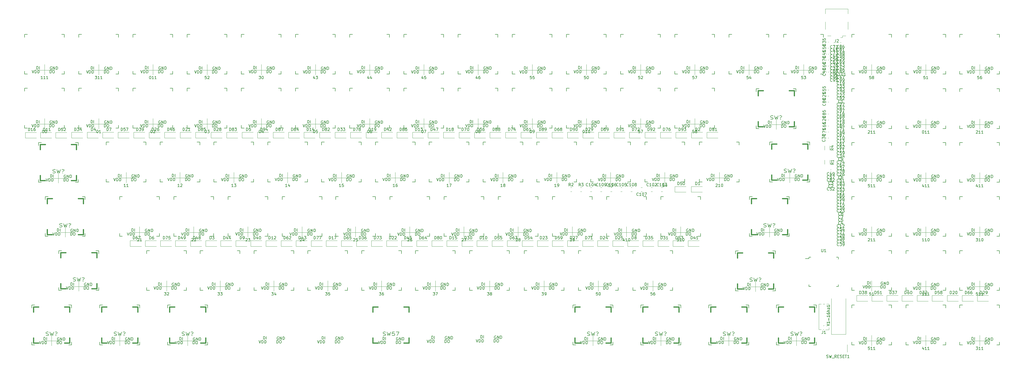
<source format=gbr>
%TF.GenerationSoftware,KiCad,Pcbnew,(5.1.10)-1*%
%TF.CreationDate,2021-09-10T11:23:46-07:00*%
%TF.ProjectId,chgray-keyboard,63686772-6179-42d6-9b65-79626f617264,Yeet2*%
%TF.SameCoordinates,Original*%
%TF.FileFunction,Legend,Top*%
%TF.FilePolarity,Positive*%
%FSLAX46Y46*%
G04 Gerber Fmt 4.6, Leading zero omitted, Abs format (unit mm)*
G04 Created by KiCad (PCBNEW (5.1.10)-1) date 2021-09-10 11:23:46*
%MOMM*%
%LPD*%
G01*
G04 APERTURE LIST*
%ADD10C,0.120000*%
%ADD11C,0.381000*%
%ADD12C,0.150000*%
%ADD13C,0.203200*%
G04 APERTURE END LIST*
D10*
%TO.C,C85*%
X316031000Y-39820736D02*
X316031000Y-39605064D01*
X315311000Y-39820736D02*
X315311000Y-39605064D01*
%TO.C,C80*%
X316031000Y-35598036D02*
X316031000Y-35382364D01*
X315311000Y-35598036D02*
X315311000Y-35382364D01*
%TO.C,C75*%
X316031000Y-46154836D02*
X316031000Y-45939164D01*
X315311000Y-46154836D02*
X315311000Y-45939164D01*
%TO.C,C70*%
X316031000Y-20818336D02*
X316031000Y-20602664D01*
X315311000Y-20818336D02*
X315311000Y-20602664D01*
%TO.C,C65*%
X316031000Y-44043536D02*
X316031000Y-43827864D01*
X315311000Y-44043536D02*
X315311000Y-43827864D01*
%TO.C,C60*%
X316031000Y-22929736D02*
X316031000Y-22714064D01*
X315311000Y-22929736D02*
X315311000Y-22714064D01*
%TO.C,C55*%
X316031000Y-31375236D02*
X316031000Y-31159564D01*
X315311000Y-31375236D02*
X315311000Y-31159564D01*
%TO.C,C50*%
X316031000Y-16595636D02*
X316031000Y-16379964D01*
X315311000Y-16595636D02*
X315311000Y-16379964D01*
%TO.C,C45*%
X316031000Y-18707036D02*
X316031000Y-18491364D01*
X315311000Y-18707036D02*
X315311000Y-18491364D01*
%TO.C,C40*%
X316031000Y-25041136D02*
X316031000Y-24825464D01*
X315311000Y-25041136D02*
X315311000Y-24825464D01*
%TO.C,C35*%
X316031000Y-14484236D02*
X316031000Y-14268564D01*
X315311000Y-14484236D02*
X315311000Y-14268564D01*
%TO.C,C30*%
X315879000Y-48266236D02*
X315879000Y-48050564D01*
X315159000Y-48266236D02*
X315159000Y-48050564D01*
%TO.C,C25*%
X316031000Y-33486636D02*
X316031000Y-33270964D01*
X315311000Y-33486636D02*
X315311000Y-33270964D01*
%TO.C,C20*%
X316031000Y-41932136D02*
X316031000Y-41716464D01*
X315311000Y-41932136D02*
X315311000Y-41716464D01*
D11*
%TO.C,SW58*%
X226822000Y-107696000D02*
X228600000Y-107696000D01*
X239522000Y-107696000D02*
X239522000Y-109474000D01*
X237744000Y-107696000D02*
X239522000Y-107696000D01*
X239522000Y-120396000D02*
X237744000Y-120396000D01*
X228600000Y-120396000D02*
X226822000Y-120396000D01*
X239522000Y-118618000D02*
X239522000Y-120396000D01*
X226822000Y-120396000D02*
X226822000Y-118618000D01*
X226822000Y-109474000D02*
X226822000Y-107696000D01*
D12*
X226182000Y-121036000D02*
X227182000Y-121036000D01*
X226182000Y-108036000D02*
X226182000Y-107036000D01*
X239182000Y-121036000D02*
X240182000Y-121036000D01*
X240182000Y-120036000D02*
X240182000Y-121036000D01*
X240182000Y-107036000D02*
X239182000Y-107036000D01*
X226182000Y-121036000D02*
X226182000Y-120036000D01*
X227182000Y-107036000D02*
X226182000Y-107036000D01*
X240182000Y-107036000D02*
X240182000Y-108036000D01*
D10*
X230632000Y-119634000D02*
X236162000Y-119634000D01*
X233172000Y-121285000D02*
X233172000Y-117663000D01*
%TO.C,D70*%
X186085000Y-46155600D02*
X189985000Y-46155600D01*
X186085000Y-48155600D02*
X189985000Y-48155600D01*
X186085000Y-46155600D02*
X186085000Y-48155600D01*
D11*
%TO.C,SW57*%
X155829000Y-109474000D02*
X155829000Y-107696000D01*
X155829000Y-120396000D02*
X155829000Y-118618000D01*
X157607000Y-120396000D02*
X155829000Y-120396000D01*
X168529000Y-120396000D02*
X166751000Y-120396000D01*
X168529000Y-118618000D02*
X168529000Y-120396000D01*
X168529000Y-107696000D02*
X168529000Y-109474000D01*
X166751000Y-107696000D02*
X168529000Y-107696000D01*
X155829000Y-107696000D02*
X157607000Y-107696000D01*
%TO.C,RIGHT-SPACE1*%
X250698000Y-107696000D02*
X252476000Y-107696000D01*
X263398000Y-107696000D02*
X263398000Y-109474000D01*
X261620000Y-107696000D02*
X263398000Y-107696000D01*
X263398000Y-120396000D02*
X261620000Y-120396000D01*
X252476000Y-120396000D02*
X250698000Y-120396000D01*
X263398000Y-118618000D02*
X263398000Y-120396000D01*
X250698000Y-120396000D02*
X250698000Y-118618000D01*
X250698000Y-109474000D02*
X250698000Y-107696000D01*
D12*
X250058000Y-121036000D02*
X251058000Y-121036000D01*
X250058000Y-108036000D02*
X250058000Y-107036000D01*
X263058000Y-121036000D02*
X264058000Y-121036000D01*
X264058000Y-120036000D02*
X264058000Y-121036000D01*
X264058000Y-107036000D02*
X263058000Y-107036000D01*
X250058000Y-121036000D02*
X250058000Y-120036000D01*
X251058000Y-107036000D02*
X250058000Y-107036000D01*
X264058000Y-107036000D02*
X264058000Y-108036000D01*
D10*
X254508000Y-119634000D02*
X260038000Y-119634000D01*
X257048000Y-121285000D02*
X257048000Y-117663000D01*
%TO.C,LEFT_ALT1*%
X133096000Y-24257000D02*
X138626000Y-24257000D01*
X135636000Y-25908000D02*
X135636000Y-22286000D01*
D12*
X128636000Y-12669000D02*
X128636000Y-11669000D01*
X128636000Y-25669000D02*
X129636000Y-25669000D01*
X129636000Y-11669000D02*
X128636000Y-11669000D01*
X128636000Y-25669000D02*
X128636000Y-24669000D01*
X142636000Y-24669000D02*
X142636000Y-25669000D01*
X142636000Y-11669000D02*
X141636000Y-11669000D01*
X141636000Y-25669000D02*
X142636000Y-25669000D01*
X142636000Y-11669000D02*
X142636000Y-12669000D01*
D10*
%TO.C,RIGHT-SHIFT2*%
X209296000Y-24257000D02*
X214826000Y-24257000D01*
X211836000Y-25908000D02*
X211836000Y-22286000D01*
D12*
X204836000Y-12669000D02*
X204836000Y-11669000D01*
X204836000Y-25669000D02*
X205836000Y-25669000D01*
X205836000Y-11669000D02*
X204836000Y-11669000D01*
X204836000Y-25669000D02*
X204836000Y-24669000D01*
X218836000Y-24669000D02*
X218836000Y-25669000D01*
X218836000Y-11669000D02*
X217836000Y-11669000D01*
X217836000Y-25669000D02*
X218836000Y-25669000D01*
X218836000Y-11669000D02*
X218836000Y-12669000D01*
D10*
%TO.C,LEFT-SPACE1*%
X152146000Y-24257000D02*
X157676000Y-24257000D01*
X154686000Y-25908000D02*
X154686000Y-22286000D01*
D12*
X147686000Y-12669000D02*
X147686000Y-11669000D01*
X147686000Y-25669000D02*
X148686000Y-25669000D01*
X148686000Y-11669000D02*
X147686000Y-11669000D01*
X147686000Y-25669000D02*
X147686000Y-24669000D01*
X161686000Y-24669000D02*
X161686000Y-25669000D01*
X161686000Y-11669000D02*
X160686000Y-11669000D01*
X160686000Y-25669000D02*
X161686000Y-25669000D01*
X161686000Y-11669000D02*
X161686000Y-12669000D01*
D10*
%TO.C,D94*%
X115272000Y-46155600D02*
X119172000Y-46155600D01*
X115272000Y-48155600D02*
X119172000Y-48155600D01*
X115272000Y-46155600D02*
X115272000Y-48155600D01*
%TO.C,D93*%
X262344000Y-46155600D02*
X266244000Y-46155600D01*
X262344000Y-48155600D02*
X266244000Y-48155600D01*
X262344000Y-46155600D02*
X262344000Y-48155600D01*
%TO.C,D92*%
X251450000Y-46155600D02*
X255350000Y-46155600D01*
X251450000Y-48155600D02*
X255350000Y-48155600D01*
X251450000Y-46155600D02*
X251450000Y-48155600D01*
%TO.C,D91*%
X240556000Y-46155600D02*
X244456000Y-46155600D01*
X240556000Y-48155600D02*
X244456000Y-48155600D01*
X240556000Y-46155600D02*
X240556000Y-48155600D01*
%TO.C,D90*%
X224214000Y-46155600D02*
X228114000Y-46155600D01*
X224214000Y-48155600D02*
X228114000Y-48155600D01*
X224214000Y-46155600D02*
X224214000Y-48155600D01*
%TO.C,D89*%
X213320000Y-46155600D02*
X217220000Y-46155600D01*
X213320000Y-48155600D02*
X217220000Y-48155600D01*
X213320000Y-46155600D02*
X213320000Y-48155600D01*
%TO.C,D88*%
X196979000Y-46155600D02*
X200879000Y-46155600D01*
X196979000Y-48155600D02*
X200879000Y-48155600D01*
X196979000Y-46155600D02*
X196979000Y-48155600D01*
%TO.C,D87*%
X120719000Y-46155600D02*
X124619000Y-46155600D01*
X120719000Y-48155600D02*
X124619000Y-48155600D01*
X120719000Y-46155600D02*
X120719000Y-48155600D01*
%TO.C,D86*%
X164296000Y-46155600D02*
X168196000Y-46155600D01*
X164296000Y-48155600D02*
X168196000Y-48155600D01*
X164296000Y-46155600D02*
X164296000Y-48155600D01*
%TO.C,D85*%
X93483600Y-46155600D02*
X97383600Y-46155600D01*
X93483600Y-48155600D02*
X97383600Y-48155600D01*
X93483600Y-46155600D02*
X93483600Y-48155600D01*
%TO.C,D84*%
X126166000Y-46155600D02*
X130066000Y-46155600D01*
X126166000Y-48155600D02*
X130066000Y-48155600D01*
X126166000Y-46155600D02*
X126166000Y-48155600D01*
%TO.C,D83*%
X104378000Y-46155600D02*
X108278000Y-46155600D01*
X104378000Y-48155600D02*
X108278000Y-48155600D01*
X104378000Y-46155600D02*
X104378000Y-48155600D01*
%TO.C,D82*%
X137061000Y-46155600D02*
X140961000Y-46155600D01*
X137061000Y-48155600D02*
X140961000Y-48155600D01*
X137061000Y-46155600D02*
X137061000Y-48155600D01*
%TO.C,D81*%
X273238000Y-46155600D02*
X277138000Y-46155600D01*
X273238000Y-48155600D02*
X277138000Y-48155600D01*
X273238000Y-46155600D02*
X273238000Y-48155600D01*
%TO.C,D80*%
X176510000Y-84357200D02*
X180410000Y-84357200D01*
X176510000Y-86357200D02*
X180410000Y-86357200D01*
X176510000Y-84357200D02*
X176510000Y-86357200D01*
%TO.C,D79*%
X229661000Y-46155600D02*
X233561000Y-46155600D01*
X229661000Y-48155600D02*
X233561000Y-48155600D01*
X229661000Y-46155600D02*
X229661000Y-48155600D01*
%TO.C,D78*%
X147955000Y-46155600D02*
X151855000Y-46155600D01*
X147955000Y-48155600D02*
X151855000Y-48155600D01*
X147955000Y-46155600D02*
X147955000Y-48155600D01*
%TO.C,D77*%
X134106000Y-84357200D02*
X138006000Y-84357200D01*
X134106000Y-86357200D02*
X138006000Y-86357200D01*
X134106000Y-84357200D02*
X134106000Y-86357200D01*
%TO.C,D76*%
X256897000Y-46155600D02*
X260797000Y-46155600D01*
X256897000Y-48155600D02*
X260797000Y-48155600D01*
X256897000Y-46155600D02*
X256897000Y-48155600D01*
%TO.C,D75*%
X81100400Y-84357200D02*
X85000400Y-84357200D01*
X81100400Y-86357200D02*
X85000400Y-86357200D01*
X81100400Y-84357200D02*
X81100400Y-86357200D01*
%TO.C,D74*%
X202426000Y-46155600D02*
X206326000Y-46155600D01*
X202426000Y-48155600D02*
X206326000Y-48155600D01*
X202426000Y-46155600D02*
X202426000Y-48155600D01*
%TO.C,D73*%
X155308000Y-84357200D02*
X159208000Y-84357200D01*
X155308000Y-86357200D02*
X159208000Y-86357200D01*
X155308000Y-84357200D02*
X155308000Y-86357200D01*
%TO.C,D72*%
X246003000Y-46155600D02*
X249903000Y-46155600D01*
X246003000Y-48155600D02*
X249903000Y-48155600D01*
X246003000Y-46155600D02*
X246003000Y-48155600D01*
%TO.C,D71*%
X229515000Y-84357200D02*
X233415000Y-84357200D01*
X229515000Y-86357200D02*
X233415000Y-86357200D01*
X229515000Y-84357200D02*
X229515000Y-86357200D01*
%TO.C,D69*%
X235109000Y-46155600D02*
X239009000Y-46155600D01*
X235109000Y-48155600D02*
X239009000Y-48155600D01*
X235109000Y-46155600D02*
X235109000Y-48155600D01*
%TO.C,D68*%
X218767000Y-46155600D02*
X222667000Y-46155600D01*
X218767000Y-48155600D02*
X222667000Y-48155600D01*
X218767000Y-46155600D02*
X218767000Y-48155600D01*
%TO.C,D67*%
X70499400Y-84357200D02*
X74399400Y-84357200D01*
X70499400Y-86357200D02*
X74399400Y-86357200D01*
X70499400Y-84357200D02*
X70499400Y-86357200D01*
%TO.C,D66*%
X363022000Y-103661000D02*
X366922000Y-103661000D01*
X363022000Y-105661000D02*
X366922000Y-105661000D01*
X363022000Y-103661000D02*
X363022000Y-105661000D01*
%TO.C,D65*%
X144707000Y-84357200D02*
X148607000Y-84357200D01*
X144707000Y-86357200D02*
X148607000Y-86357200D01*
X144707000Y-84357200D02*
X144707000Y-86357200D01*
%TO.C,D64*%
X171209000Y-84357200D02*
X175109000Y-84357200D01*
X171209000Y-86357200D02*
X175109000Y-86357200D01*
X171209000Y-84357200D02*
X171209000Y-86357200D01*
%TO.C,D63*%
X203012000Y-84357200D02*
X206912000Y-84357200D01*
X203012000Y-86357200D02*
X206912000Y-86357200D01*
X203012000Y-84357200D02*
X203012000Y-86357200D01*
%TO.C,D62*%
X123505000Y-84357200D02*
X127405000Y-84357200D01*
X123505000Y-86357200D02*
X127405000Y-86357200D01*
X123505000Y-84357200D02*
X123505000Y-86357200D01*
%TO.C,D60*%
X341820000Y-103661000D02*
X345720000Y-103661000D01*
X341820000Y-105661000D02*
X345720000Y-105661000D01*
X341820000Y-103661000D02*
X341820000Y-105661000D01*
%TO.C,D59*%
X218914000Y-84357200D02*
X222814000Y-84357200D01*
X218914000Y-86357200D02*
X222814000Y-86357200D01*
X218914000Y-84357200D02*
X218914000Y-86357200D01*
%TO.C,D58*%
X352421000Y-103661000D02*
X356321000Y-103661000D01*
X352421000Y-105661000D02*
X356321000Y-105661000D01*
X352421000Y-103661000D02*
X352421000Y-105661000D01*
%TO.C,D57*%
X66248100Y-46155600D02*
X70148100Y-46155600D01*
X66248100Y-48155600D02*
X70148100Y-48155600D01*
X66248100Y-46155600D02*
X66248100Y-48155600D01*
%TO.C,D55*%
X197712000Y-84357200D02*
X201612000Y-84357200D01*
X197712000Y-86357200D02*
X201612000Y-86357200D01*
X197712000Y-84357200D02*
X197712000Y-86357200D01*
%TO.C,D54*%
X208313000Y-84357200D02*
X212213000Y-84357200D01*
X208313000Y-86357200D02*
X212213000Y-86357200D01*
X208313000Y-84357200D02*
X208313000Y-86357200D01*
%TO.C,D53*%
X261318000Y-84357200D02*
X265218000Y-84357200D01*
X261318000Y-86357200D02*
X265218000Y-86357200D01*
X261318000Y-84357200D02*
X261318000Y-86357200D01*
%TO.C,D52*%
X44265900Y-46206400D02*
X48165900Y-46206400D01*
X44265900Y-48206400D02*
X48165900Y-48206400D01*
X44265900Y-46206400D02*
X44265900Y-48206400D01*
%TO.C,D51*%
X331219000Y-103661000D02*
X335119000Y-103661000D01*
X331219000Y-105661000D02*
X335119000Y-105661000D01*
X331219000Y-103661000D02*
X331219000Y-105661000D01*
%TO.C,D50*%
X261934000Y-65243200D02*
X265834000Y-65243200D01*
X261934000Y-67243200D02*
X265834000Y-67243200D01*
X261934000Y-65243200D02*
X261934000Y-67243200D01*
%TO.C,D49*%
X86400900Y-84357200D02*
X90300900Y-84357200D01*
X86400900Y-86357200D02*
X90300900Y-86357200D01*
X86400900Y-84357200D02*
X86400900Y-86357200D01*
%TO.C,D48*%
X91701500Y-84357200D02*
X95601500Y-84357200D01*
X91701500Y-86357200D02*
X95601500Y-86357200D01*
X91701500Y-84357200D02*
X91701500Y-86357200D01*
%TO.C,D46*%
X82589400Y-46155600D02*
X86489400Y-46155600D01*
X82589400Y-48155600D02*
X86489400Y-48155600D01*
X82589400Y-46155600D02*
X82589400Y-48155600D01*
%TO.C,D45*%
X165909000Y-84357200D02*
X169809000Y-84357200D01*
X165909000Y-86357200D02*
X169809000Y-86357200D01*
X165909000Y-84357200D02*
X165909000Y-86357200D01*
%TO.C,D44*%
X102302000Y-84357200D02*
X106202000Y-84357200D01*
X102302000Y-86357200D02*
X106202000Y-86357200D01*
X102302000Y-84357200D02*
X102302000Y-86357200D01*
%TO.C,D43*%
X128805000Y-84357200D02*
X132705000Y-84357200D01*
X128805000Y-86357200D02*
X132705000Y-86357200D01*
X128805000Y-84357200D02*
X128805000Y-86357200D01*
%TO.C,D41*%
X266618000Y-84357200D02*
X270518000Y-84357200D01*
X266618000Y-86357200D02*
X270518000Y-86357200D01*
X266618000Y-84357200D02*
X266618000Y-86357200D01*
%TO.C,D40*%
X112904000Y-84357200D02*
X116804000Y-84357200D01*
X112904000Y-86357200D02*
X116804000Y-86357200D01*
X112904000Y-84357200D02*
X112904000Y-86357200D01*
%TO.C,D39*%
X71695200Y-46155600D02*
X75595200Y-46155600D01*
X71695200Y-48155600D02*
X75595200Y-48155600D01*
X71695200Y-46155600D02*
X71695200Y-48155600D01*
%TO.C,D38*%
X325918000Y-103661000D02*
X329818000Y-103661000D01*
X325918000Y-105661000D02*
X329818000Y-105661000D01*
X325918000Y-103661000D02*
X325918000Y-105661000D01*
%TO.C,D37*%
X336519000Y-103661000D02*
X340419000Y-103661000D01*
X336519000Y-105661000D02*
X340419000Y-105661000D01*
X336519000Y-103661000D02*
X336519000Y-105661000D01*
%TO.C,D36*%
X150007000Y-84357200D02*
X153907000Y-84357200D01*
X150007000Y-86357200D02*
X153907000Y-86357200D01*
X150007000Y-84357200D02*
X150007000Y-86357200D01*
%TO.C,D35*%
X250717000Y-84357200D02*
X254617000Y-84357200D01*
X250717000Y-86357200D02*
X254617000Y-86357200D01*
X250717000Y-84357200D02*
X250717000Y-86357200D01*
%TO.C,D34*%
X49906700Y-46155600D02*
X53806700Y-46155600D01*
X49906700Y-48155600D02*
X53806700Y-48155600D01*
X49906700Y-46155600D02*
X49906700Y-48155600D01*
%TO.C,D32*%
X347120000Y-103661000D02*
X351020000Y-103661000D01*
X347120000Y-105661000D02*
X351020000Y-105661000D01*
X347120000Y-103661000D02*
X347120000Y-105661000D01*
%TO.C,D31*%
X256017000Y-84357200D02*
X259917000Y-84357200D01*
X256017000Y-86357200D02*
X259917000Y-86357200D01*
X256017000Y-84357200D02*
X256017000Y-86357200D01*
%TO.C,D30*%
X187111000Y-84357200D02*
X191011000Y-84357200D01*
X187111000Y-86357200D02*
X191011000Y-86357200D01*
X187111000Y-84357200D02*
X187111000Y-86357200D01*
%TO.C,D29*%
X368322000Y-103661000D02*
X372222000Y-103661000D01*
X368322000Y-105661000D02*
X372222000Y-105661000D01*
X368322000Y-103661000D02*
X368322000Y-105661000D01*
%TO.C,D27*%
X224214000Y-84357200D02*
X228114000Y-84357200D01*
X224214000Y-86357200D02*
X228114000Y-86357200D01*
X224214000Y-84357200D02*
X224214000Y-86357200D01*
%TO.C,D26*%
X77142300Y-46155600D02*
X81042300Y-46155600D01*
X77142300Y-48155600D02*
X81042300Y-48155600D01*
X77142300Y-46155600D02*
X77142300Y-48155600D01*
%TO.C,D25*%
X240116000Y-84357200D02*
X244016000Y-84357200D01*
X240116000Y-86357200D02*
X244016000Y-86357200D01*
X240116000Y-84357200D02*
X240116000Y-86357200D01*
%TO.C,D24*%
X234815000Y-84357200D02*
X238715000Y-84357200D01*
X234815000Y-86357200D02*
X238715000Y-86357200D01*
X234815000Y-84357200D02*
X234815000Y-86357200D01*
%TO.C,D23*%
X213613000Y-84357200D02*
X217513000Y-84357200D01*
X213613000Y-86357200D02*
X217513000Y-86357200D01*
X213613000Y-84357200D02*
X213613000Y-86357200D01*
%TO.C,D22*%
X160608000Y-84357200D02*
X164508000Y-84357200D01*
X160608000Y-86357200D02*
X164508000Y-86357200D01*
X160608000Y-84357200D02*
X160608000Y-86357200D01*
%TO.C,D21*%
X88036500Y-46155600D02*
X91936500Y-46155600D01*
X88036500Y-48155600D02*
X91936500Y-48155600D01*
X88036500Y-46155600D02*
X88036500Y-48155600D01*
%TO.C,D20*%
X357721000Y-103661000D02*
X361621000Y-103661000D01*
X357721000Y-105661000D02*
X361621000Y-105661000D01*
X357721000Y-103661000D02*
X357721000Y-105661000D01*
%TO.C,D18*%
X180637000Y-46155600D02*
X184537000Y-46155600D01*
X180637000Y-48155600D02*
X184537000Y-48155600D01*
X180637000Y-46155600D02*
X180637000Y-48155600D01*
%TO.C,D17*%
X139406000Y-84357200D02*
X143306000Y-84357200D01*
X139406000Y-86357200D02*
X143306000Y-86357200D01*
X139406000Y-84357200D02*
X139406000Y-86357200D01*
%TO.C,D16*%
X33664800Y-46206400D02*
X37564800Y-46206400D01*
X33664800Y-48206400D02*
X37564800Y-48206400D01*
X33664800Y-46206400D02*
X33664800Y-48206400D01*
%TO.C,D15*%
X181810000Y-84357200D02*
X185710000Y-84357200D01*
X181810000Y-86357200D02*
X185710000Y-86357200D01*
X181810000Y-84357200D02*
X181810000Y-86357200D01*
%TO.C,D13*%
X169743000Y-46155600D02*
X173643000Y-46155600D01*
X169743000Y-48155600D02*
X173643000Y-48155600D01*
X169743000Y-46155600D02*
X169743000Y-48155600D01*
%TO.C,D12*%
X118204000Y-84357200D02*
X122104000Y-84357200D01*
X118204000Y-86357200D02*
X122104000Y-86357200D01*
X118204000Y-84357200D02*
X118204000Y-86357200D01*
%TO.C,D11*%
X38965400Y-46206400D02*
X42865400Y-46206400D01*
X38965400Y-48206400D02*
X42865400Y-48206400D01*
X38965400Y-46206400D02*
X38965400Y-48206400D01*
%TO.C,D10*%
X192411000Y-84357200D02*
X196311000Y-84357200D01*
X192411000Y-86357200D02*
X196311000Y-86357200D01*
X192411000Y-84357200D02*
X192411000Y-86357200D01*
%TO.C,D9*%
X107603000Y-84357200D02*
X111503000Y-84357200D01*
X107603000Y-86357200D02*
X111503000Y-86357200D01*
X107603000Y-84357200D02*
X107603000Y-86357200D01*
%TO.C,D8*%
X245416000Y-84357200D02*
X249316000Y-84357200D01*
X245416000Y-86357200D02*
X249316000Y-86357200D01*
X245416000Y-84357200D02*
X245416000Y-86357200D01*
%TO.C,D7*%
X60801000Y-46155600D02*
X64701000Y-46155600D01*
X60801000Y-48155600D02*
X64701000Y-48155600D01*
X60801000Y-46155600D02*
X60801000Y-48155600D01*
%TO.C,D6*%
X75799900Y-84357200D02*
X79699900Y-84357200D01*
X75799900Y-86357200D02*
X79699900Y-86357200D01*
X75799900Y-84357200D02*
X75799900Y-86357200D01*
%TO.C,D4*%
X55353800Y-46155600D02*
X59253800Y-46155600D01*
X55353800Y-48155600D02*
X59253800Y-48155600D01*
X55353800Y-46155600D02*
X55353800Y-48155600D01*
%TO.C,D3*%
X97002000Y-84357200D02*
X100902000Y-84357200D01*
X97002000Y-86357200D02*
X100902000Y-86357200D01*
X97002000Y-84357200D02*
X97002000Y-86357200D01*
%TO.C,D2*%
X267791000Y-46155600D02*
X271691000Y-46155600D01*
X267791000Y-48155600D02*
X271691000Y-48155600D01*
X267791000Y-46155600D02*
X267791000Y-48155600D01*
%TO.C,D1*%
X267752000Y-65243200D02*
X271652000Y-65243200D01*
X267752000Y-67243200D02*
X271652000Y-67243200D01*
X267752000Y-65243200D02*
X267752000Y-67243200D01*
%TO.C,SW50*%
X328625000Y-24257000D02*
X334155000Y-24257000D01*
X331165000Y-25908000D02*
X331165000Y-22286000D01*
D12*
X324165000Y-12669000D02*
X324165000Y-11669000D01*
X324165000Y-25669000D02*
X325165000Y-25669000D01*
X325165000Y-11669000D02*
X324165000Y-11669000D01*
X324165000Y-25669000D02*
X324165000Y-24669000D01*
X338165000Y-24669000D02*
X338165000Y-25669000D01*
X338165000Y-11669000D02*
X337165000Y-11669000D01*
X337165000Y-25669000D02*
X338165000Y-25669000D01*
X338165000Y-11669000D02*
X338165000Y-12669000D01*
D10*
%TO.C,SW45*%
X266446000Y-24257000D02*
X271976000Y-24257000D01*
X268986000Y-25908000D02*
X268986000Y-22286000D01*
D12*
X261986000Y-12669000D02*
X261986000Y-11669000D01*
X261986000Y-25669000D02*
X262986000Y-25669000D01*
X262986000Y-11669000D02*
X261986000Y-11669000D01*
X261986000Y-25669000D02*
X261986000Y-24669000D01*
X275986000Y-24669000D02*
X275986000Y-25669000D01*
X275986000Y-11669000D02*
X274986000Y-11669000D01*
X274986000Y-25669000D02*
X275986000Y-25669000D01*
X275986000Y-11669000D02*
X275986000Y-12669000D01*
D10*
%TO.C,SW37*%
X366598000Y-24257000D02*
X372128000Y-24257000D01*
X369138000Y-25908000D02*
X369138000Y-22286000D01*
D12*
X362138000Y-12669000D02*
X362138000Y-11669000D01*
X362138000Y-25669000D02*
X363138000Y-25669000D01*
X363138000Y-11669000D02*
X362138000Y-11669000D01*
X362138000Y-25669000D02*
X362138000Y-24669000D01*
X376138000Y-24669000D02*
X376138000Y-25669000D01*
X376138000Y-11669000D02*
X375138000Y-11669000D01*
X375138000Y-25669000D02*
X376138000Y-25669000D01*
X376138000Y-11669000D02*
X376138000Y-12669000D01*
D10*
%TO.C,SW25*%
X285496000Y-24257000D02*
X291026000Y-24257000D01*
X288036000Y-25908000D02*
X288036000Y-22286000D01*
D12*
X281036000Y-12669000D02*
X281036000Y-11669000D01*
X281036000Y-25669000D02*
X282036000Y-25669000D01*
X282036000Y-11669000D02*
X281036000Y-11669000D01*
X281036000Y-25669000D02*
X281036000Y-24669000D01*
X295036000Y-24669000D02*
X295036000Y-25669000D01*
X295036000Y-11669000D02*
X294036000Y-11669000D01*
X294036000Y-25669000D02*
X295036000Y-25669000D01*
X295036000Y-11669000D02*
X295036000Y-12669000D01*
D10*
%TO.C,SW21*%
X304694000Y-24257000D02*
X310224000Y-24257000D01*
X307234000Y-25908000D02*
X307234000Y-22286000D01*
D12*
X300234000Y-12669000D02*
X300234000Y-11669000D01*
X300234000Y-25669000D02*
X301234000Y-25669000D01*
X301234000Y-11669000D02*
X300234000Y-11669000D01*
X300234000Y-25669000D02*
X300234000Y-24669000D01*
X314234000Y-24669000D02*
X314234000Y-25669000D01*
X314234000Y-11669000D02*
X313234000Y-11669000D01*
X313234000Y-25669000D02*
X314234000Y-25669000D01*
X314234000Y-11669000D02*
X314234000Y-12669000D01*
D10*
%TO.C,SW13*%
X247396000Y-24257000D02*
X252926000Y-24257000D01*
X249936000Y-25908000D02*
X249936000Y-22286000D01*
D12*
X242936000Y-12669000D02*
X242936000Y-11669000D01*
X242936000Y-25669000D02*
X243936000Y-25669000D01*
X243936000Y-11669000D02*
X242936000Y-11669000D01*
X242936000Y-25669000D02*
X242936000Y-24669000D01*
X256936000Y-24669000D02*
X256936000Y-25669000D01*
X256936000Y-11669000D02*
X255936000Y-11669000D01*
X255936000Y-25669000D02*
X256936000Y-25669000D01*
X256936000Y-11669000D02*
X256936000Y-12669000D01*
D10*
%TO.C,SW9*%
X347675000Y-24257000D02*
X353205000Y-24257000D01*
X350215000Y-25908000D02*
X350215000Y-22286000D01*
D12*
X343215000Y-12669000D02*
X343215000Y-11669000D01*
X343215000Y-25669000D02*
X344215000Y-25669000D01*
X344215000Y-11669000D02*
X343215000Y-11669000D01*
X343215000Y-25669000D02*
X343215000Y-24669000D01*
X357215000Y-24669000D02*
X357215000Y-25669000D01*
X357215000Y-11669000D02*
X356215000Y-11669000D01*
X356215000Y-25669000D02*
X357215000Y-25669000D01*
X357215000Y-11669000D02*
X357215000Y-12669000D01*
D10*
%TO.C,SW3*%
X228346000Y-24257000D02*
X233876000Y-24257000D01*
X230886000Y-25908000D02*
X230886000Y-22286000D01*
D12*
X223886000Y-12669000D02*
X223886000Y-11669000D01*
X223886000Y-25669000D02*
X224886000Y-25669000D01*
X224886000Y-11669000D02*
X223886000Y-11669000D01*
X223886000Y-25669000D02*
X223886000Y-24669000D01*
X237886000Y-24669000D02*
X237886000Y-25669000D01*
X237886000Y-11669000D02*
X236886000Y-11669000D01*
X236886000Y-25669000D02*
X237886000Y-25669000D01*
X237886000Y-11669000D02*
X237886000Y-12669000D01*
D10*
%TO.C,D61*%
X207873000Y-46155600D02*
X211773000Y-46155600D01*
X207873000Y-48155600D02*
X211773000Y-48155600D01*
X207873000Y-46155600D02*
X207873000Y-48155600D01*
%TO.C,D56*%
X191532000Y-46155600D02*
X195432000Y-46155600D01*
X191532000Y-48155600D02*
X195432000Y-48155600D01*
X191532000Y-46155600D02*
X191532000Y-48155600D01*
%TO.C,D47*%
X175190000Y-46155600D02*
X179090000Y-46155600D01*
X175190000Y-48155600D02*
X179090000Y-48155600D01*
X175190000Y-46155600D02*
X175190000Y-48155600D01*
%TO.C,D42*%
X158849000Y-46155600D02*
X162749000Y-46155600D01*
X158849000Y-48155600D02*
X162749000Y-48155600D01*
X158849000Y-46155600D02*
X158849000Y-48155600D01*
%TO.C,D33*%
X142508000Y-46155600D02*
X146408000Y-46155600D01*
X142508000Y-48155600D02*
X146408000Y-48155600D01*
X142508000Y-46155600D02*
X142508000Y-48155600D01*
%TO.C,D28*%
X98931000Y-46155600D02*
X102831000Y-46155600D01*
X98931000Y-48155600D02*
X102831000Y-48155600D01*
X98931000Y-46155600D02*
X98931000Y-48155600D01*
%TO.C,D19*%
X153402000Y-46155600D02*
X157302000Y-46155600D01*
X153402000Y-48155600D02*
X157302000Y-48155600D01*
X153402000Y-46155600D02*
X153402000Y-48155600D01*
%TO.C,D14*%
X131613000Y-46155600D02*
X135513000Y-46155600D01*
X131613000Y-48155600D02*
X135513000Y-48155600D01*
X131613000Y-46155600D02*
X131613000Y-48155600D01*
%TO.C,D5*%
X109825000Y-46155600D02*
X113725000Y-46155600D01*
X109825000Y-48155600D02*
X113725000Y-48155600D01*
X109825000Y-46155600D02*
X109825000Y-48155600D01*
%TO.C,SW_RESET1*%
X322635000Y-123601000D02*
X322635000Y-121001000D01*
%TO.C,Y1-16hz1*%
X322082000Y-117342000D02*
X322082000Y-104742000D01*
X316982000Y-117342000D02*
X322082000Y-117342000D01*
X316982000Y-104742000D02*
X316982000Y-117342000D01*
%TO.C,J2*%
X314912000Y-2727600D02*
X314912000Y-4387600D01*
X322832000Y-2727600D02*
X314912000Y-2727600D01*
X322832000Y-4387600D02*
X322832000Y-2727600D01*
X316822000Y-12197600D02*
X315672000Y-12197600D01*
X320922000Y-12787600D02*
X320222000Y-12787600D01*
X320922000Y-12197600D02*
X320922000Y-12787600D01*
X322072000Y-12197600D02*
X320922000Y-12197600D01*
X314912000Y-9887600D02*
X314912000Y-7287600D01*
X322832000Y-7287600D02*
X322832000Y-9887600D01*
D11*
%TO.C,RightMeta1*%
X298380000Y-107696000D02*
X300158000Y-107696000D01*
X311080000Y-107696000D02*
X311080000Y-109474000D01*
X309302000Y-107696000D02*
X311080000Y-107696000D01*
X311080000Y-120396000D02*
X309302000Y-120396000D01*
X300158000Y-120396000D02*
X298380000Y-120396000D01*
X311080000Y-118618000D02*
X311080000Y-120396000D01*
X298380000Y-120396000D02*
X298380000Y-118618000D01*
X298380000Y-109474000D02*
X298380000Y-107696000D01*
D12*
X297740000Y-121036000D02*
X298740000Y-121036000D01*
X297740000Y-108036000D02*
X297740000Y-107036000D01*
X310740000Y-121036000D02*
X311740000Y-121036000D01*
X311740000Y-120036000D02*
X311740000Y-121036000D01*
X311740000Y-107036000D02*
X310740000Y-107036000D01*
X297740000Y-121036000D02*
X297740000Y-120036000D01*
X298740000Y-107036000D02*
X297740000Y-107036000D01*
X311740000Y-107036000D02*
X311740000Y-108036000D01*
D10*
X302190000Y-119634000D02*
X307720000Y-119634000D01*
X304730000Y-121285000D02*
X304730000Y-117663000D01*
D11*
%TO.C,RIGHT-SHIFT1*%
X283972000Y-88646000D02*
X285750000Y-88646000D01*
X296672000Y-88646000D02*
X296672000Y-90424000D01*
X294894000Y-88646000D02*
X296672000Y-88646000D01*
X296672000Y-101346000D02*
X294894000Y-101346000D01*
X285750000Y-101346000D02*
X283972000Y-101346000D01*
X296672000Y-99568000D02*
X296672000Y-101346000D01*
X283972000Y-101346000D02*
X283972000Y-99568000D01*
X283972000Y-90424000D02*
X283972000Y-88646000D01*
D12*
X283332000Y-101986000D02*
X284332000Y-101986000D01*
X283332000Y-88986000D02*
X283332000Y-87986000D01*
X296332000Y-101986000D02*
X297332000Y-101986000D01*
X297332000Y-100986000D02*
X297332000Y-101986000D01*
X297332000Y-87986000D02*
X296332000Y-87986000D01*
X283332000Y-101986000D02*
X283332000Y-100986000D01*
X284332000Y-87986000D02*
X283332000Y-87986000D01*
X297332000Y-87986000D02*
X297332000Y-88986000D01*
D10*
X287782000Y-100584000D02*
X293312000Y-100584000D01*
X290322000Y-102235000D02*
X290322000Y-98613000D01*
D11*
%TO.C,ENTER1*%
X288860000Y-69469000D02*
X290638000Y-69469000D01*
X301560000Y-69469000D02*
X301560000Y-71247000D01*
X299782000Y-69469000D02*
X301560000Y-69469000D01*
X301560000Y-82169000D02*
X299782000Y-82169000D01*
X290638000Y-82169000D02*
X288860000Y-82169000D01*
X301560000Y-80391000D02*
X301560000Y-82169000D01*
X288860000Y-82169000D02*
X288860000Y-80391000D01*
X288860000Y-71247000D02*
X288860000Y-69469000D01*
D12*
X288220000Y-82809000D02*
X289220000Y-82809000D01*
X288220000Y-69809000D02*
X288220000Y-68809000D01*
X301220000Y-82809000D02*
X302220000Y-82809000D01*
X302220000Y-81809000D02*
X302220000Y-82809000D01*
X302220000Y-68809000D02*
X301220000Y-68809000D01*
X288220000Y-82809000D02*
X288220000Y-81809000D01*
X289220000Y-68809000D02*
X288220000Y-68809000D01*
X302220000Y-68809000D02*
X302220000Y-69809000D01*
D10*
X292670000Y-81407000D02*
X298200000Y-81407000D01*
X295210000Y-83058000D02*
X295210000Y-79436000D01*
%TO.C,SW4*%
X37846000Y-43261900D02*
X43376000Y-43261900D01*
X40386000Y-44912900D02*
X40386000Y-41290900D01*
D12*
X33386000Y-31673900D02*
X33386000Y-30673900D01*
X33386000Y-44673900D02*
X34386000Y-44673900D01*
X34386000Y-30673900D02*
X33386000Y-30673900D01*
X33386000Y-44673900D02*
X33386000Y-43673900D01*
X47386000Y-43673900D02*
X47386000Y-44673900D01*
X47386000Y-30673900D02*
X46386000Y-30673900D01*
X46386000Y-44673900D02*
X47386000Y-44673900D01*
X47386000Y-30673900D02*
X47386000Y-31673900D01*
D11*
%TO.C,WinKey1*%
X84328000Y-107696000D02*
X86106000Y-107696000D01*
X97028000Y-107696000D02*
X97028000Y-109474000D01*
X95250000Y-107696000D02*
X97028000Y-107696000D01*
X97028000Y-120396000D02*
X95250000Y-120396000D01*
X86106000Y-120396000D02*
X84328000Y-120396000D01*
X97028000Y-118618000D02*
X97028000Y-120396000D01*
X84328000Y-120396000D02*
X84328000Y-118618000D01*
X84328000Y-109474000D02*
X84328000Y-107696000D01*
D12*
X83688000Y-121036000D02*
X84688000Y-121036000D01*
X83688000Y-108036000D02*
X83688000Y-107036000D01*
X96688000Y-121036000D02*
X97688000Y-121036000D01*
X97688000Y-120036000D02*
X97688000Y-121036000D01*
X97688000Y-107036000D02*
X96688000Y-107036000D01*
X83688000Y-121036000D02*
X83688000Y-120036000D01*
X84688000Y-107036000D02*
X83688000Y-107036000D01*
X97688000Y-107036000D02*
X97688000Y-108036000D01*
D10*
X88138000Y-119634000D02*
X93668000Y-119634000D01*
X90678000Y-121285000D02*
X90678000Y-117663000D01*
D11*
%TO.C,LEFT_FN1*%
X60452000Y-107696000D02*
X62230000Y-107696000D01*
X73152000Y-107696000D02*
X73152000Y-109474000D01*
X71374000Y-107696000D02*
X73152000Y-107696000D01*
X73152000Y-120396000D02*
X71374000Y-120396000D01*
X62230000Y-120396000D02*
X60452000Y-120396000D01*
X73152000Y-118618000D02*
X73152000Y-120396000D01*
X60452000Y-120396000D02*
X60452000Y-118618000D01*
X60452000Y-109474000D02*
X60452000Y-107696000D01*
D12*
X59812000Y-121036000D02*
X60812000Y-121036000D01*
X59812000Y-108036000D02*
X59812000Y-107036000D01*
X72812000Y-121036000D02*
X73812000Y-121036000D01*
X73812000Y-120036000D02*
X73812000Y-121036000D01*
X73812000Y-107036000D02*
X72812000Y-107036000D01*
X59812000Y-121036000D02*
X59812000Y-120036000D01*
X60812000Y-107036000D02*
X59812000Y-107036000D01*
X73812000Y-107036000D02*
X73812000Y-108036000D01*
D10*
X64262000Y-119634000D02*
X69792000Y-119634000D01*
X66802000Y-121285000D02*
X66802000Y-117663000D01*
D11*
%TO.C,LEFT_CTRL1*%
X36534700Y-107696000D02*
X38312700Y-107696000D01*
X49234700Y-107696000D02*
X49234700Y-109474000D01*
X47456700Y-107696000D02*
X49234700Y-107696000D01*
X49234700Y-120396000D02*
X47456700Y-120396000D01*
X38312700Y-120396000D02*
X36534700Y-120396000D01*
X49234700Y-118618000D02*
X49234700Y-120396000D01*
X36534700Y-120396000D02*
X36534700Y-118618000D01*
X36534700Y-109474000D02*
X36534700Y-107696000D01*
D12*
X35894700Y-121036000D02*
X36894700Y-121036000D01*
X35894700Y-108036000D02*
X35894700Y-107036000D01*
X48894700Y-121036000D02*
X49894700Y-121036000D01*
X49894700Y-120036000D02*
X49894700Y-121036000D01*
X49894700Y-107036000D02*
X48894700Y-107036000D01*
X35894700Y-121036000D02*
X35894700Y-120036000D01*
X36894700Y-107036000D02*
X35894700Y-107036000D01*
X49894700Y-107036000D02*
X49894700Y-108036000D01*
D10*
X40344700Y-119634000D02*
X45874700Y-119634000D01*
X42884700Y-121285000D02*
X42884700Y-117663000D01*
%TO.C,Slash1*%
X302355000Y-63881000D02*
X302355000Y-60259000D01*
X299815000Y-62230000D02*
X305345000Y-62230000D01*
D11*
X296005000Y-50292000D02*
X297783000Y-50292000D01*
X308705000Y-50292000D02*
X308705000Y-52070000D01*
X306927000Y-50292000D02*
X308705000Y-50292000D01*
X308705000Y-62992000D02*
X306927000Y-62992000D01*
X297783000Y-62992000D02*
X296005000Y-62992000D01*
X308705000Y-61214000D02*
X308705000Y-62992000D01*
X296005000Y-62992000D02*
X296005000Y-61214000D01*
X296005000Y-52070000D02*
X296005000Y-50292000D01*
D12*
X295365000Y-63632000D02*
X296365000Y-63632000D01*
X295365000Y-50632000D02*
X295365000Y-49632000D01*
X308365000Y-63632000D02*
X309365000Y-63632000D01*
X309365000Y-62632000D02*
X309365000Y-63632000D01*
X309365000Y-49632000D02*
X308365000Y-49632000D01*
X295365000Y-63632000D02*
X295365000Y-62632000D01*
X296365000Y-49632000D02*
X295365000Y-49632000D01*
X309365000Y-49632000D02*
X309365000Y-50632000D01*
D11*
%TO.C,LEFT-SHIFT1*%
X46059700Y-88519000D02*
X47837700Y-88519000D01*
X58759700Y-88519000D02*
X58759700Y-90297000D01*
X56981700Y-88519000D02*
X58759700Y-88519000D01*
X58759700Y-101219000D02*
X56981700Y-101219000D01*
X47837700Y-101219000D02*
X46059700Y-101219000D01*
X58759700Y-99441000D02*
X58759700Y-101219000D01*
X46059700Y-101219000D02*
X46059700Y-99441000D01*
X46059700Y-90297000D02*
X46059700Y-88519000D01*
D12*
X45419700Y-101859000D02*
X46419700Y-101859000D01*
X45419700Y-88859000D02*
X45419700Y-87859000D01*
X58419700Y-101859000D02*
X59419700Y-101859000D01*
X59419700Y-100859000D02*
X59419700Y-101859000D01*
X59419700Y-87859000D02*
X58419700Y-87859000D01*
X45419700Y-101859000D02*
X45419700Y-100859000D01*
X46419700Y-87859000D02*
X45419700Y-87859000D01*
X59419700Y-87859000D02*
X59419700Y-88859000D01*
D10*
X49869700Y-100457000D02*
X55399700Y-100457000D01*
X52409700Y-102108000D02*
X52409700Y-98486000D01*
D12*
%TO.C,Backspace1*%
X304603000Y-30836000D02*
X304603000Y-31836000D01*
X291603000Y-30836000D02*
X290603000Y-30836000D01*
X290603000Y-44836000D02*
X290603000Y-43836000D01*
X304603000Y-30836000D02*
X303603000Y-30836000D01*
X304603000Y-43836000D02*
X304603000Y-44836000D01*
X303603000Y-44836000D02*
X304603000Y-44836000D01*
X290603000Y-31836000D02*
X290603000Y-30836000D01*
X290603000Y-44836000D02*
X291603000Y-44836000D01*
D11*
X291243000Y-33274000D02*
X291243000Y-31496000D01*
X291243000Y-44196000D02*
X291243000Y-42418000D01*
X303943000Y-42418000D02*
X303943000Y-44196000D01*
X293021000Y-44196000D02*
X291243000Y-44196000D01*
X303943000Y-44196000D02*
X302165000Y-44196000D01*
X302165000Y-31496000D02*
X303943000Y-31496000D01*
X303943000Y-31496000D02*
X303943000Y-33274000D01*
X291243000Y-31496000D02*
X293021000Y-31496000D01*
D10*
X295053000Y-43434000D02*
X300583000Y-43434000D01*
X297593000Y-45085000D02*
X297593000Y-41463000D01*
%TO.C,TAB1*%
X45264700Y-64024200D02*
X45264700Y-60402200D01*
X42724700Y-62373200D02*
X48254700Y-62373200D01*
D11*
X38914700Y-50435200D02*
X40692700Y-50435200D01*
X51614700Y-50435200D02*
X51614700Y-52213200D01*
X49836700Y-50435200D02*
X51614700Y-50435200D01*
X51614700Y-63135200D02*
X49836700Y-63135200D01*
X40692700Y-63135200D02*
X38914700Y-63135200D01*
X51614700Y-61357200D02*
X51614700Y-63135200D01*
X38914700Y-63135200D02*
X38914700Y-61357200D01*
X38914700Y-52213200D02*
X38914700Y-50435200D01*
D12*
X38274700Y-63775200D02*
X39274700Y-63775200D01*
X38274700Y-50775200D02*
X38274700Y-49775200D01*
X51274700Y-63775200D02*
X52274700Y-63775200D01*
X52274700Y-62775200D02*
X52274700Y-63775200D01*
X52274700Y-49775200D02*
X51274700Y-49775200D01*
X38274700Y-63775200D02*
X38274700Y-62775200D01*
X39274700Y-49775200D02*
X38274700Y-49775200D01*
X52274700Y-49775200D02*
X52274700Y-50775200D01*
D11*
%TO.C,CAPS1*%
X41297200Y-69469000D02*
X43075200Y-69469000D01*
X53997200Y-69469000D02*
X53997200Y-71247000D01*
X52219200Y-69469000D02*
X53997200Y-69469000D01*
X53997200Y-82169000D02*
X52219200Y-82169000D01*
X43075200Y-82169000D02*
X41297200Y-82169000D01*
X53997200Y-80391000D02*
X53997200Y-82169000D01*
X41297200Y-82169000D02*
X41297200Y-80391000D01*
X41297200Y-71247000D02*
X41297200Y-69469000D01*
D12*
X40657200Y-82809000D02*
X41657200Y-82809000D01*
X40657200Y-69809000D02*
X40657200Y-68809000D01*
X53657200Y-82809000D02*
X54657200Y-82809000D01*
X54657200Y-81809000D02*
X54657200Y-82809000D01*
X54657200Y-68809000D02*
X53657200Y-68809000D01*
X40657200Y-82809000D02*
X40657200Y-81809000D01*
X41657200Y-68809000D02*
X40657200Y-68809000D01*
X54657200Y-68809000D02*
X54657200Y-69809000D01*
D10*
X45107200Y-81407000D02*
X50637200Y-81407000D01*
X47647200Y-83058000D02*
X47647200Y-79436000D01*
%TO.C,C107*%
X250568252Y-65598800D02*
X250045748Y-65598800D01*
X250568252Y-67068800D02*
X250045748Y-67068800D01*
%TO.C,R3*%
X228784936Y-67038800D02*
X229239064Y-67038800D01*
X228784936Y-65568800D02*
X229239064Y-65568800D01*
%TO.C,R2*%
X225271936Y-67038800D02*
X225726064Y-67038800D01*
X225271936Y-65568800D02*
X225726064Y-65568800D01*
%TO.C,C109*%
X235835748Y-67068800D02*
X236358252Y-67068800D01*
X235835748Y-65598800D02*
X236358252Y-65598800D01*
%TO.C,C108*%
X246492748Y-67068800D02*
X247015252Y-67068800D01*
X246492748Y-65598800D02*
X247015252Y-65598800D01*
%TO.C,C106*%
X239387748Y-67068800D02*
X239910252Y-67068800D01*
X239387748Y-65598800D02*
X239910252Y-65598800D01*
%TO.C,C105*%
X242940748Y-67068800D02*
X243463252Y-67068800D01*
X242940748Y-65598800D02*
X243463252Y-65598800D01*
%TO.C,C104*%
X232282748Y-67068800D02*
X232805252Y-67068800D01*
X232282748Y-65598800D02*
X232805252Y-65598800D01*
%TO.C,C103*%
X257150748Y-67068800D02*
X257673252Y-67068800D01*
X257150748Y-65598800D02*
X257673252Y-65598800D01*
%TO.C,C102*%
X253598748Y-67068800D02*
X254121252Y-67068800D01*
X253598748Y-65598800D02*
X254121252Y-65598800D01*
%TO.C,R4*%
X314609000Y-50936536D02*
X314609000Y-52390664D01*
X316429000Y-50936536D02*
X316429000Y-52390664D01*
%TO.C,R1*%
X314660000Y-55976436D02*
X314660000Y-57430564D01*
X316480000Y-55976436D02*
X316480000Y-57430564D01*
D12*
%TO.C,U1*%
X309125000Y-90700800D02*
X307850000Y-90700800D01*
X319475000Y-90125800D02*
X318800000Y-90125800D01*
X319475000Y-100475800D02*
X318800000Y-100475800D01*
X309125000Y-100475800D02*
X309800000Y-100475800D01*
X309125000Y-90125800D02*
X309800000Y-90125800D01*
X309125000Y-100475800D02*
X309125000Y-99800800D01*
X319475000Y-100475800D02*
X319475000Y-99800800D01*
X319475000Y-90125800D02*
X319475000Y-90800800D01*
X309125000Y-90125800D02*
X309125000Y-90700800D01*
D10*
%TO.C,SW63*%
X242443000Y-81407000D02*
X247973000Y-81407000D01*
X244983000Y-83058000D02*
X244983000Y-79436000D01*
D12*
X237983000Y-69819000D02*
X237983000Y-68819000D01*
X237983000Y-82819000D02*
X238983000Y-82819000D01*
X238983000Y-68819000D02*
X237983000Y-68819000D01*
X237983000Y-82819000D02*
X237983000Y-81819000D01*
X251983000Y-81819000D02*
X251983000Y-82819000D01*
X251983000Y-68819000D02*
X250983000Y-68819000D01*
X250983000Y-82819000D02*
X251983000Y-82819000D01*
X251983000Y-68819000D02*
X251983000Y-69819000D01*
D10*
%TO.C,SW1*%
X114046000Y-24257000D02*
X119576000Y-24257000D01*
X116586000Y-25908000D02*
X116586000Y-22286000D01*
D12*
X109586000Y-12669000D02*
X109586000Y-11669000D01*
X109586000Y-25669000D02*
X110586000Y-25669000D01*
X110586000Y-11669000D02*
X109586000Y-11669000D01*
X109586000Y-25669000D02*
X109586000Y-24669000D01*
X123586000Y-24669000D02*
X123586000Y-25669000D01*
X123586000Y-11669000D02*
X122586000Y-11669000D01*
X122586000Y-25669000D02*
X123586000Y-25669000D01*
X123586000Y-11669000D02*
X123586000Y-12669000D01*
D10*
%TO.C,SW2*%
X232537000Y-100457000D02*
X238067000Y-100457000D01*
X235077000Y-102108000D02*
X235077000Y-98486000D01*
D12*
X228077000Y-88869000D02*
X228077000Y-87869000D01*
X228077000Y-101869000D02*
X229077000Y-101869000D01*
X229077000Y-87869000D02*
X228077000Y-87869000D01*
X228077000Y-101869000D02*
X228077000Y-100869000D01*
X242077000Y-100869000D02*
X242077000Y-101869000D01*
X242077000Y-87869000D02*
X241077000Y-87869000D01*
X241077000Y-101869000D02*
X242077000Y-101869000D01*
X242077000Y-87869000D02*
X242077000Y-88869000D01*
D10*
%TO.C,SW5*%
X56896000Y-43261900D02*
X62426000Y-43261900D01*
X59436000Y-44912900D02*
X59436000Y-41290900D01*
D12*
X52436000Y-31673900D02*
X52436000Y-30673900D01*
X52436000Y-44673900D02*
X53436000Y-44673900D01*
X53436000Y-30673900D02*
X52436000Y-30673900D01*
X52436000Y-44673900D02*
X52436000Y-43673900D01*
X66436000Y-43673900D02*
X66436000Y-44673900D01*
X66436000Y-30673900D02*
X65436000Y-30673900D01*
X65436000Y-44673900D02*
X66436000Y-44673900D01*
X66436000Y-30673900D02*
X66436000Y-31673900D01*
D10*
%TO.C,SW6*%
X66548000Y-62230000D02*
X72078000Y-62230000D01*
X69088000Y-63881000D02*
X69088000Y-60259000D01*
D12*
X62088000Y-50642000D02*
X62088000Y-49642000D01*
X62088000Y-63642000D02*
X63088000Y-63642000D01*
X63088000Y-49642000D02*
X62088000Y-49642000D01*
X62088000Y-63642000D02*
X62088000Y-62642000D01*
X76088000Y-62642000D02*
X76088000Y-63642000D01*
X76088000Y-49642000D02*
X75088000Y-49642000D01*
X75088000Y-63642000D02*
X76088000Y-63642000D01*
X76088000Y-49642000D02*
X76088000Y-50642000D01*
D10*
%TO.C,SW7*%
X71247000Y-81407000D02*
X76777000Y-81407000D01*
X73787000Y-83058000D02*
X73787000Y-79436000D01*
D12*
X66787000Y-69819000D02*
X66787000Y-68819000D01*
X66787000Y-82819000D02*
X67787000Y-82819000D01*
X67787000Y-68819000D02*
X66787000Y-68819000D01*
X66787000Y-82819000D02*
X66787000Y-81819000D01*
X80787000Y-81819000D02*
X80787000Y-82819000D01*
X80787000Y-68819000D02*
X79787000Y-68819000D01*
X79787000Y-82819000D02*
X80787000Y-82819000D01*
X80787000Y-68819000D02*
X80787000Y-69819000D01*
D10*
%TO.C,SW8*%
X328625000Y-100457000D02*
X334155000Y-100457000D01*
X331165000Y-102108000D02*
X331165000Y-98486000D01*
D12*
X324165000Y-88869000D02*
X324165000Y-87869000D01*
X324165000Y-101869000D02*
X325165000Y-101869000D01*
X325165000Y-87869000D02*
X324165000Y-87869000D01*
X324165000Y-101869000D02*
X324165000Y-100869000D01*
X338165000Y-100869000D02*
X338165000Y-101869000D01*
X338165000Y-87869000D02*
X337165000Y-87869000D01*
X337165000Y-101869000D02*
X338165000Y-101869000D01*
X338165000Y-87869000D02*
X338165000Y-88869000D01*
D10*
%TO.C,SW10*%
X90297000Y-81407000D02*
X95827000Y-81407000D01*
X92837000Y-83058000D02*
X92837000Y-79436000D01*
D12*
X85837000Y-69819000D02*
X85837000Y-68819000D01*
X85837000Y-82819000D02*
X86837000Y-82819000D01*
X86837000Y-68819000D02*
X85837000Y-68819000D01*
X85837000Y-82819000D02*
X85837000Y-81819000D01*
X99837000Y-81819000D02*
X99837000Y-82819000D01*
X99837000Y-68819000D02*
X98837000Y-68819000D01*
X98837000Y-82819000D02*
X99837000Y-82819000D01*
X99837000Y-68819000D02*
X99837000Y-69819000D01*
D10*
%TO.C,SW11*%
X80772000Y-100457000D02*
X86302000Y-100457000D01*
X83312000Y-102108000D02*
X83312000Y-98486000D01*
D12*
X76312000Y-88869000D02*
X76312000Y-87869000D01*
X76312000Y-101869000D02*
X77312000Y-101869000D01*
X77312000Y-87869000D02*
X76312000Y-87869000D01*
X76312000Y-101869000D02*
X76312000Y-100869000D01*
X90312000Y-100869000D02*
X90312000Y-101869000D01*
X90312000Y-87869000D02*
X89312000Y-87869000D01*
X89312000Y-101869000D02*
X90312000Y-101869000D01*
X90312000Y-87869000D02*
X90312000Y-88869000D01*
D10*
%TO.C,SW12*%
X94996000Y-24257000D02*
X100526000Y-24257000D01*
X97536000Y-25908000D02*
X97536000Y-22286000D01*
D12*
X90536000Y-12669000D02*
X90536000Y-11669000D01*
X90536000Y-25669000D02*
X91536000Y-25669000D01*
X91536000Y-11669000D02*
X90536000Y-11669000D01*
X90536000Y-25669000D02*
X90536000Y-24669000D01*
X104536000Y-24669000D02*
X104536000Y-25669000D01*
X104536000Y-11669000D02*
X103536000Y-11669000D01*
X103536000Y-25669000D02*
X104536000Y-25669000D01*
X104536000Y-11669000D02*
X104536000Y-12669000D01*
D10*
%TO.C,SW14*%
X75946000Y-43261900D02*
X81476000Y-43261900D01*
X78486000Y-44912900D02*
X78486000Y-41290900D01*
D12*
X71486000Y-31673900D02*
X71486000Y-30673900D01*
X71486000Y-44673900D02*
X72486000Y-44673900D01*
X72486000Y-30673900D02*
X71486000Y-30673900D01*
X71486000Y-44673900D02*
X71486000Y-43673900D01*
X85486000Y-43673900D02*
X85486000Y-44673900D01*
X85486000Y-30673900D02*
X84486000Y-30673900D01*
X84486000Y-44673900D02*
X85486000Y-44673900D01*
X85486000Y-30673900D02*
X85486000Y-31673900D01*
D10*
%TO.C,SW15*%
X85471000Y-62230000D02*
X91001000Y-62230000D01*
X88011000Y-63881000D02*
X88011000Y-60259000D01*
D12*
X81011000Y-50642000D02*
X81011000Y-49642000D01*
X81011000Y-63642000D02*
X82011000Y-63642000D01*
X82011000Y-49642000D02*
X81011000Y-49642000D01*
X81011000Y-63642000D02*
X81011000Y-62642000D01*
X95011000Y-62642000D02*
X95011000Y-63642000D01*
X95011000Y-49642000D02*
X94011000Y-49642000D01*
X94011000Y-63642000D02*
X95011000Y-63642000D01*
X95011000Y-49642000D02*
X95011000Y-50642000D01*
D10*
%TO.C,SW16*%
X94996000Y-43261900D02*
X100526000Y-43261900D01*
X97536000Y-44912900D02*
X97536000Y-41290900D01*
D12*
X90536000Y-31673900D02*
X90536000Y-30673900D01*
X90536000Y-44673900D02*
X91536000Y-44673900D01*
X91536000Y-30673900D02*
X90536000Y-30673900D01*
X90536000Y-44673900D02*
X90536000Y-43673900D01*
X104536000Y-43673900D02*
X104536000Y-44673900D01*
X104536000Y-30673900D02*
X103536000Y-30673900D01*
X103536000Y-44673900D02*
X104536000Y-44673900D01*
X104536000Y-30673900D02*
X104536000Y-31673900D01*
D10*
%TO.C,SW17*%
X104394000Y-62230000D02*
X109924000Y-62230000D01*
X106934000Y-63881000D02*
X106934000Y-60259000D01*
D12*
X99934000Y-50642000D02*
X99934000Y-49642000D01*
X99934000Y-63642000D02*
X100934000Y-63642000D01*
X100934000Y-49642000D02*
X99934000Y-49642000D01*
X99934000Y-63642000D02*
X99934000Y-62642000D01*
X113934000Y-62642000D02*
X113934000Y-63642000D01*
X113934000Y-49642000D02*
X112934000Y-49642000D01*
X112934000Y-63642000D02*
X113934000Y-63642000D01*
X113934000Y-49642000D02*
X113934000Y-50642000D01*
D10*
%TO.C,SW18*%
X109347000Y-81407000D02*
X114877000Y-81407000D01*
X111887000Y-83058000D02*
X111887000Y-79436000D01*
D12*
X104887000Y-69819000D02*
X104887000Y-68819000D01*
X104887000Y-82819000D02*
X105887000Y-82819000D01*
X105887000Y-68819000D02*
X104887000Y-68819000D01*
X104887000Y-82819000D02*
X104887000Y-81819000D01*
X118887000Y-81819000D02*
X118887000Y-82819000D01*
X118887000Y-68819000D02*
X117887000Y-68819000D01*
X117887000Y-82819000D02*
X118887000Y-82819000D01*
X118887000Y-68819000D02*
X118887000Y-69819000D01*
D10*
%TO.C,SW19*%
X99568000Y-100457000D02*
X105098000Y-100457000D01*
X102108000Y-102108000D02*
X102108000Y-98486000D01*
D12*
X95108000Y-88869000D02*
X95108000Y-87869000D01*
X95108000Y-101869000D02*
X96108000Y-101869000D01*
X96108000Y-87869000D02*
X95108000Y-87869000D01*
X95108000Y-101869000D02*
X95108000Y-100869000D01*
X109108000Y-100869000D02*
X109108000Y-101869000D01*
X109108000Y-87869000D02*
X108108000Y-87869000D01*
X108108000Y-101869000D02*
X109108000Y-101869000D01*
X109108000Y-87869000D02*
X109108000Y-88869000D01*
D10*
%TO.C,SW20*%
X236855000Y-62230000D02*
X242385000Y-62230000D01*
X239395000Y-63881000D02*
X239395000Y-60259000D01*
D12*
X232395000Y-50642000D02*
X232395000Y-49642000D01*
X232395000Y-63642000D02*
X233395000Y-63642000D01*
X233395000Y-49642000D02*
X232395000Y-49642000D01*
X232395000Y-63642000D02*
X232395000Y-62642000D01*
X246395000Y-62642000D02*
X246395000Y-63642000D01*
X246395000Y-49642000D02*
X245395000Y-49642000D01*
X245395000Y-63642000D02*
X246395000Y-63642000D01*
X246395000Y-49642000D02*
X246395000Y-50642000D01*
D10*
%TO.C,SW22*%
X128397000Y-81407000D02*
X133927000Y-81407000D01*
X130937000Y-83058000D02*
X130937000Y-79436000D01*
D12*
X123937000Y-69819000D02*
X123937000Y-68819000D01*
X123937000Y-82819000D02*
X124937000Y-82819000D01*
X124937000Y-68819000D02*
X123937000Y-68819000D01*
X123937000Y-82819000D02*
X123937000Y-81819000D01*
X137937000Y-81819000D02*
X137937000Y-82819000D01*
X137937000Y-68819000D02*
X136937000Y-68819000D01*
X136937000Y-82819000D02*
X137937000Y-82819000D01*
X137937000Y-68819000D02*
X137937000Y-69819000D01*
D10*
%TO.C,SW23*%
X118491000Y-100457000D02*
X124021000Y-100457000D01*
X121031000Y-102108000D02*
X121031000Y-98486000D01*
D12*
X114031000Y-88869000D02*
X114031000Y-87869000D01*
X114031000Y-101869000D02*
X115031000Y-101869000D01*
X115031000Y-87869000D02*
X114031000Y-87869000D01*
X114031000Y-101869000D02*
X114031000Y-100869000D01*
X128031000Y-100869000D02*
X128031000Y-101869000D01*
X128031000Y-87869000D02*
X127031000Y-87869000D01*
X127031000Y-101869000D02*
X128031000Y-101869000D01*
X128031000Y-87869000D02*
X128031000Y-88869000D01*
D10*
%TO.C,SW24*%
X255905000Y-62230000D02*
X261435000Y-62230000D01*
X258445000Y-63881000D02*
X258445000Y-60259000D01*
D12*
X251445000Y-50642000D02*
X251445000Y-49642000D01*
X251445000Y-63642000D02*
X252445000Y-63642000D01*
X252445000Y-49642000D02*
X251445000Y-49642000D01*
X251445000Y-63642000D02*
X251445000Y-62642000D01*
X265445000Y-62642000D02*
X265445000Y-63642000D01*
X265445000Y-49642000D02*
X264445000Y-49642000D01*
X264445000Y-63642000D02*
X265445000Y-63642000D01*
X265445000Y-49642000D02*
X265445000Y-50642000D01*
D10*
%TO.C,SW26*%
X114046000Y-43261900D02*
X119576000Y-43261900D01*
X116586000Y-44912900D02*
X116586000Y-41290900D01*
D12*
X109586000Y-31673900D02*
X109586000Y-30673900D01*
X109586000Y-44673900D02*
X110586000Y-44673900D01*
X110586000Y-30673900D02*
X109586000Y-30673900D01*
X109586000Y-44673900D02*
X109586000Y-43673900D01*
X123586000Y-43673900D02*
X123586000Y-44673900D01*
X123586000Y-30673900D02*
X122586000Y-30673900D01*
X122586000Y-44673900D02*
X123586000Y-44673900D01*
X123586000Y-30673900D02*
X123586000Y-31673900D01*
D10*
%TO.C,SW27*%
X123317000Y-62230000D02*
X128847000Y-62230000D01*
X125857000Y-63881000D02*
X125857000Y-60259000D01*
D12*
X118857000Y-50642000D02*
X118857000Y-49642000D01*
X118857000Y-63642000D02*
X119857000Y-63642000D01*
X119857000Y-49642000D02*
X118857000Y-49642000D01*
X118857000Y-63642000D02*
X118857000Y-62642000D01*
X132857000Y-62642000D02*
X132857000Y-63642000D01*
X132857000Y-49642000D02*
X131857000Y-49642000D01*
X131857000Y-63642000D02*
X132857000Y-63642000D01*
X132857000Y-49642000D02*
X132857000Y-50642000D01*
D10*
%TO.C,SW28*%
X133096000Y-43261900D02*
X138626000Y-43261900D01*
X135636000Y-44912900D02*
X135636000Y-41290900D01*
D12*
X128636000Y-31673900D02*
X128636000Y-30673900D01*
X128636000Y-44673900D02*
X129636000Y-44673900D01*
X129636000Y-30673900D02*
X128636000Y-30673900D01*
X128636000Y-44673900D02*
X128636000Y-43673900D01*
X142636000Y-43673900D02*
X142636000Y-44673900D01*
X142636000Y-30673900D02*
X141636000Y-30673900D01*
X141636000Y-44673900D02*
X142636000Y-44673900D01*
X142636000Y-30673900D02*
X142636000Y-31673900D01*
D10*
%TO.C,SW29*%
X142240000Y-62230000D02*
X147770000Y-62230000D01*
X144780000Y-63881000D02*
X144780000Y-60259000D01*
D12*
X137780000Y-50642000D02*
X137780000Y-49642000D01*
X137780000Y-63642000D02*
X138780000Y-63642000D01*
X138780000Y-49642000D02*
X137780000Y-49642000D01*
X137780000Y-63642000D02*
X137780000Y-62642000D01*
X151780000Y-62642000D02*
X151780000Y-63642000D01*
X151780000Y-49642000D02*
X150780000Y-49642000D01*
X150780000Y-63642000D02*
X151780000Y-63642000D01*
X151780000Y-49642000D02*
X151780000Y-50642000D01*
D10*
%TO.C,SW30*%
X147193000Y-81407000D02*
X152723000Y-81407000D01*
X149733000Y-83058000D02*
X149733000Y-79436000D01*
D12*
X142733000Y-69819000D02*
X142733000Y-68819000D01*
X142733000Y-82819000D02*
X143733000Y-82819000D01*
X143733000Y-68819000D02*
X142733000Y-68819000D01*
X142733000Y-82819000D02*
X142733000Y-81819000D01*
X156733000Y-81819000D02*
X156733000Y-82819000D01*
X156733000Y-68819000D02*
X155733000Y-68819000D01*
X155733000Y-82819000D02*
X156733000Y-82819000D01*
X156733000Y-68819000D02*
X156733000Y-69819000D01*
D10*
%TO.C,SW31*%
X137414000Y-100457000D02*
X142944000Y-100457000D01*
X139954000Y-102108000D02*
X139954000Y-98486000D01*
D12*
X132954000Y-88869000D02*
X132954000Y-87869000D01*
X132954000Y-101869000D02*
X133954000Y-101869000D01*
X133954000Y-87869000D02*
X132954000Y-87869000D01*
X132954000Y-101869000D02*
X132954000Y-100869000D01*
X146954000Y-100869000D02*
X146954000Y-101869000D01*
X146954000Y-87869000D02*
X145954000Y-87869000D01*
X145954000Y-101869000D02*
X146954000Y-101869000D01*
X146954000Y-87869000D02*
X146954000Y-88869000D01*
D10*
%TO.C,SW32*%
X171196000Y-24257000D02*
X176726000Y-24257000D01*
X173736000Y-25908000D02*
X173736000Y-22286000D01*
D12*
X166736000Y-12669000D02*
X166736000Y-11669000D01*
X166736000Y-25669000D02*
X167736000Y-25669000D01*
X167736000Y-11669000D02*
X166736000Y-11669000D01*
X166736000Y-25669000D02*
X166736000Y-24669000D01*
X180736000Y-24669000D02*
X180736000Y-25669000D01*
X180736000Y-11669000D02*
X179736000Y-11669000D01*
X179736000Y-25669000D02*
X180736000Y-25669000D01*
X180736000Y-11669000D02*
X180736000Y-12669000D01*
D10*
%TO.C,SW33*%
X166243000Y-81407000D02*
X171773000Y-81407000D01*
X168783000Y-83058000D02*
X168783000Y-79436000D01*
D12*
X161783000Y-69819000D02*
X161783000Y-68819000D01*
X161783000Y-82819000D02*
X162783000Y-82819000D01*
X162783000Y-68819000D02*
X161783000Y-68819000D01*
X161783000Y-82819000D02*
X161783000Y-81819000D01*
X175783000Y-81819000D02*
X175783000Y-82819000D01*
X175783000Y-68819000D02*
X174783000Y-68819000D01*
X174783000Y-82819000D02*
X175783000Y-82819000D01*
X175783000Y-68819000D02*
X175783000Y-69819000D01*
D10*
%TO.C,SW34*%
X156337000Y-100457000D02*
X161867000Y-100457000D01*
X158877000Y-102108000D02*
X158877000Y-98486000D01*
D12*
X151877000Y-88869000D02*
X151877000Y-87869000D01*
X151877000Y-101869000D02*
X152877000Y-101869000D01*
X152877000Y-87869000D02*
X151877000Y-87869000D01*
X151877000Y-101869000D02*
X151877000Y-100869000D01*
X165877000Y-100869000D02*
X165877000Y-101869000D01*
X165877000Y-87869000D02*
X164877000Y-87869000D01*
X164877000Y-101869000D02*
X165877000Y-101869000D01*
X165877000Y-87869000D02*
X165877000Y-88869000D01*
D10*
%TO.C,SW35*%
X190246000Y-24257000D02*
X195776000Y-24257000D01*
X192786000Y-25908000D02*
X192786000Y-22286000D01*
D12*
X185786000Y-12669000D02*
X185786000Y-11669000D01*
X185786000Y-25669000D02*
X186786000Y-25669000D01*
X186786000Y-11669000D02*
X185786000Y-11669000D01*
X185786000Y-25669000D02*
X185786000Y-24669000D01*
X199786000Y-24669000D02*
X199786000Y-25669000D01*
X199786000Y-11669000D02*
X198786000Y-11669000D01*
X198786000Y-25669000D02*
X199786000Y-25669000D01*
X199786000Y-11669000D02*
X199786000Y-12669000D01*
D10*
%TO.C,SW36*%
X251714000Y-100457000D02*
X257244000Y-100457000D01*
X254254000Y-102108000D02*
X254254000Y-98486000D01*
D12*
X247254000Y-88869000D02*
X247254000Y-87869000D01*
X247254000Y-101869000D02*
X248254000Y-101869000D01*
X248254000Y-87869000D02*
X247254000Y-87869000D01*
X247254000Y-101869000D02*
X247254000Y-100869000D01*
X261254000Y-100869000D02*
X261254000Y-101869000D01*
X261254000Y-87869000D02*
X260254000Y-87869000D01*
X260254000Y-101869000D02*
X261254000Y-101869000D01*
X261254000Y-87869000D02*
X261254000Y-88869000D01*
D10*
%TO.C,SW38*%
X152146000Y-43261900D02*
X157676000Y-43261900D01*
X154686000Y-44912900D02*
X154686000Y-41290900D01*
D12*
X147686000Y-31673900D02*
X147686000Y-30673900D01*
X147686000Y-44673900D02*
X148686000Y-44673900D01*
X148686000Y-30673900D02*
X147686000Y-30673900D01*
X147686000Y-44673900D02*
X147686000Y-43673900D01*
X161686000Y-43673900D02*
X161686000Y-44673900D01*
X161686000Y-30673900D02*
X160686000Y-30673900D01*
X160686000Y-44673900D02*
X161686000Y-44673900D01*
X161686000Y-30673900D02*
X161686000Y-31673900D01*
D10*
%TO.C,SW39*%
X161163000Y-62230000D02*
X166693000Y-62230000D01*
X163703000Y-63881000D02*
X163703000Y-60259000D01*
D12*
X156703000Y-50642000D02*
X156703000Y-49642000D01*
X156703000Y-63642000D02*
X157703000Y-63642000D01*
X157703000Y-49642000D02*
X156703000Y-49642000D01*
X156703000Y-63642000D02*
X156703000Y-62642000D01*
X170703000Y-62642000D02*
X170703000Y-63642000D01*
X170703000Y-49642000D02*
X169703000Y-49642000D01*
X169703000Y-63642000D02*
X170703000Y-63642000D01*
X170703000Y-49642000D02*
X170703000Y-50642000D01*
D10*
%TO.C,SW40*%
X171196000Y-43261900D02*
X176726000Y-43261900D01*
X173736000Y-44912900D02*
X173736000Y-41290900D01*
D12*
X166736000Y-31673900D02*
X166736000Y-30673900D01*
X166736000Y-44673900D02*
X167736000Y-44673900D01*
X167736000Y-30673900D02*
X166736000Y-30673900D01*
X166736000Y-44673900D02*
X166736000Y-43673900D01*
X180736000Y-43673900D02*
X180736000Y-44673900D01*
X180736000Y-30673900D02*
X179736000Y-30673900D01*
X179736000Y-44673900D02*
X180736000Y-44673900D01*
X180736000Y-30673900D02*
X180736000Y-31673900D01*
D10*
%TO.C,SW41*%
X180086000Y-62230000D02*
X185616000Y-62230000D01*
X182626000Y-63881000D02*
X182626000Y-60259000D01*
D12*
X175626000Y-50642000D02*
X175626000Y-49642000D01*
X175626000Y-63642000D02*
X176626000Y-63642000D01*
X176626000Y-49642000D02*
X175626000Y-49642000D01*
X175626000Y-63642000D02*
X175626000Y-62642000D01*
X189626000Y-62642000D02*
X189626000Y-63642000D01*
X189626000Y-49642000D02*
X188626000Y-49642000D01*
X188626000Y-63642000D02*
X189626000Y-63642000D01*
X189626000Y-49642000D02*
X189626000Y-50642000D01*
D10*
%TO.C,SW42*%
X185293000Y-81407000D02*
X190823000Y-81407000D01*
X187833000Y-83058000D02*
X187833000Y-79436000D01*
D12*
X180833000Y-69819000D02*
X180833000Y-68819000D01*
X180833000Y-82819000D02*
X181833000Y-82819000D01*
X181833000Y-68819000D02*
X180833000Y-68819000D01*
X180833000Y-82819000D02*
X180833000Y-81819000D01*
X194833000Y-81819000D02*
X194833000Y-82819000D01*
X194833000Y-68819000D02*
X193833000Y-68819000D01*
X193833000Y-82819000D02*
X194833000Y-82819000D01*
X194833000Y-68819000D02*
X194833000Y-69819000D01*
D10*
%TO.C,SW43*%
X175260000Y-100457000D02*
X180790000Y-100457000D01*
X177800000Y-102108000D02*
X177800000Y-98486000D01*
D12*
X170800000Y-88869000D02*
X170800000Y-87869000D01*
X170800000Y-101869000D02*
X171800000Y-101869000D01*
X171800000Y-87869000D02*
X170800000Y-87869000D01*
X170800000Y-101869000D02*
X170800000Y-100869000D01*
X184800000Y-100869000D02*
X184800000Y-101869000D01*
X184800000Y-87869000D02*
X183800000Y-87869000D01*
X183800000Y-101869000D02*
X184800000Y-101869000D01*
X184800000Y-87869000D02*
X184800000Y-88869000D01*
D10*
%TO.C,SW44*%
X247396000Y-43261900D02*
X252926000Y-43261900D01*
X249936000Y-44912900D02*
X249936000Y-41290900D01*
D12*
X242936000Y-31673900D02*
X242936000Y-30673900D01*
X242936000Y-44673900D02*
X243936000Y-44673900D01*
X243936000Y-30673900D02*
X242936000Y-30673900D01*
X242936000Y-44673900D02*
X242936000Y-43673900D01*
X256936000Y-43673900D02*
X256936000Y-44673900D01*
X256936000Y-30673900D02*
X255936000Y-30673900D01*
X255936000Y-44673900D02*
X256936000Y-44673900D01*
X256936000Y-30673900D02*
X256936000Y-31673900D01*
D10*
%TO.C,SW46*%
X204343000Y-81407000D02*
X209873000Y-81407000D01*
X206883000Y-83058000D02*
X206883000Y-79436000D01*
D12*
X199883000Y-69819000D02*
X199883000Y-68819000D01*
X199883000Y-82819000D02*
X200883000Y-82819000D01*
X200883000Y-68819000D02*
X199883000Y-68819000D01*
X199883000Y-82819000D02*
X199883000Y-81819000D01*
X213883000Y-81819000D02*
X213883000Y-82819000D01*
X213883000Y-68819000D02*
X212883000Y-68819000D01*
X212883000Y-82819000D02*
X213883000Y-82819000D01*
X213883000Y-68819000D02*
X213883000Y-69819000D01*
D10*
%TO.C,SW47*%
X194310000Y-100457000D02*
X199840000Y-100457000D01*
X196850000Y-102108000D02*
X196850000Y-98486000D01*
D12*
X189850000Y-88869000D02*
X189850000Y-87869000D01*
X189850000Y-101869000D02*
X190850000Y-101869000D01*
X190850000Y-87869000D02*
X189850000Y-87869000D01*
X189850000Y-101869000D02*
X189850000Y-100869000D01*
X203850000Y-100869000D02*
X203850000Y-101869000D01*
X203850000Y-87869000D02*
X202850000Y-87869000D01*
X202850000Y-101869000D02*
X203850000Y-101869000D01*
X203850000Y-87869000D02*
X203850000Y-88869000D01*
D10*
%TO.C,SW49*%
X266446000Y-43261900D02*
X271976000Y-43261900D01*
X268986000Y-44912900D02*
X268986000Y-41290900D01*
D12*
X261986000Y-31673900D02*
X261986000Y-30673900D01*
X261986000Y-44673900D02*
X262986000Y-44673900D01*
X262986000Y-30673900D02*
X261986000Y-30673900D01*
X261986000Y-44673900D02*
X261986000Y-43673900D01*
X275986000Y-43673900D02*
X275986000Y-44673900D01*
X275986000Y-30673900D02*
X274986000Y-30673900D01*
X274986000Y-44673900D02*
X275986000Y-44673900D01*
X275986000Y-30673900D02*
X275986000Y-31673900D01*
D10*
%TO.C,SW51*%
X190246000Y-43261900D02*
X195776000Y-43261900D01*
X192786000Y-44912900D02*
X192786000Y-41290900D01*
D12*
X185786000Y-31673900D02*
X185786000Y-30673900D01*
X185786000Y-44673900D02*
X186786000Y-44673900D01*
X186786000Y-30673900D02*
X185786000Y-30673900D01*
X185786000Y-44673900D02*
X185786000Y-43673900D01*
X199786000Y-43673900D02*
X199786000Y-44673900D01*
X199786000Y-30673900D02*
X198786000Y-30673900D01*
X198786000Y-44673900D02*
X199786000Y-44673900D01*
X199786000Y-30673900D02*
X199786000Y-31673900D01*
D10*
%TO.C,SW52*%
X199009000Y-62230000D02*
X204539000Y-62230000D01*
X201549000Y-63881000D02*
X201549000Y-60259000D01*
D12*
X194549000Y-50642000D02*
X194549000Y-49642000D01*
X194549000Y-63642000D02*
X195549000Y-63642000D01*
X195549000Y-49642000D02*
X194549000Y-49642000D01*
X194549000Y-63642000D02*
X194549000Y-62642000D01*
X208549000Y-62642000D02*
X208549000Y-63642000D01*
X208549000Y-49642000D02*
X207549000Y-49642000D01*
X207549000Y-63642000D02*
X208549000Y-63642000D01*
X208549000Y-49642000D02*
X208549000Y-50642000D01*
D10*
%TO.C,SW53*%
X209296000Y-43261900D02*
X214826000Y-43261900D01*
X211836000Y-44912900D02*
X211836000Y-41290900D01*
D12*
X204836000Y-31673900D02*
X204836000Y-30673900D01*
X204836000Y-44673900D02*
X205836000Y-44673900D01*
X205836000Y-30673900D02*
X204836000Y-30673900D01*
X204836000Y-44673900D02*
X204836000Y-43673900D01*
X218836000Y-43673900D02*
X218836000Y-44673900D01*
X218836000Y-30673900D02*
X217836000Y-30673900D01*
X217836000Y-44673900D02*
X218836000Y-44673900D01*
X218836000Y-30673900D02*
X218836000Y-31673900D01*
D10*
%TO.C,SW54*%
X217932000Y-62230000D02*
X223462000Y-62230000D01*
X220472000Y-63881000D02*
X220472000Y-60259000D01*
D12*
X213472000Y-50642000D02*
X213472000Y-49642000D01*
X213472000Y-63642000D02*
X214472000Y-63642000D01*
X214472000Y-49642000D02*
X213472000Y-49642000D01*
X213472000Y-63642000D02*
X213472000Y-62642000D01*
X227472000Y-62642000D02*
X227472000Y-63642000D01*
X227472000Y-49642000D02*
X226472000Y-49642000D01*
X226472000Y-63642000D02*
X227472000Y-63642000D01*
X227472000Y-49642000D02*
X227472000Y-50642000D01*
D10*
%TO.C,SW55*%
X223393000Y-81407000D02*
X228923000Y-81407000D01*
X225933000Y-83058000D02*
X225933000Y-79436000D01*
D12*
X218933000Y-69819000D02*
X218933000Y-68819000D01*
X218933000Y-82819000D02*
X219933000Y-82819000D01*
X219933000Y-68819000D02*
X218933000Y-68819000D01*
X218933000Y-82819000D02*
X218933000Y-81819000D01*
X232933000Y-81819000D02*
X232933000Y-82819000D01*
X232933000Y-68819000D02*
X231933000Y-68819000D01*
X231933000Y-82819000D02*
X232933000Y-82819000D01*
X232933000Y-68819000D02*
X232933000Y-69819000D01*
D10*
%TO.C,SW56*%
X213487000Y-100457000D02*
X219017000Y-100457000D01*
X216027000Y-102108000D02*
X216027000Y-98486000D01*
D12*
X209027000Y-88869000D02*
X209027000Y-87869000D01*
X209027000Y-101869000D02*
X210027000Y-101869000D01*
X210027000Y-87869000D02*
X209027000Y-87869000D01*
X209027000Y-101869000D02*
X209027000Y-100869000D01*
X223027000Y-100869000D02*
X223027000Y-101869000D01*
X223027000Y-87869000D02*
X222027000Y-87869000D01*
X222027000Y-101869000D02*
X223027000Y-101869000D01*
X223027000Y-87869000D02*
X223027000Y-88869000D01*
D10*
%TO.C,SW59*%
X228346000Y-43261900D02*
X233876000Y-43261900D01*
X230886000Y-44912900D02*
X230886000Y-41290900D01*
D12*
X223886000Y-31673900D02*
X223886000Y-30673900D01*
X223886000Y-44673900D02*
X224886000Y-44673900D01*
X224886000Y-30673900D02*
X223886000Y-30673900D01*
X223886000Y-44673900D02*
X223886000Y-43673900D01*
X237886000Y-43673900D02*
X237886000Y-44673900D01*
X237886000Y-30673900D02*
X236886000Y-30673900D01*
X236886000Y-44673900D02*
X237886000Y-44673900D01*
X237886000Y-30673900D02*
X237886000Y-31673900D01*
D10*
%TO.C,SW60*%
X347675000Y-81407000D02*
X353205000Y-81407000D01*
X350215000Y-83058000D02*
X350215000Y-79436000D01*
D12*
X343215000Y-69819000D02*
X343215000Y-68819000D01*
X343215000Y-82819000D02*
X344215000Y-82819000D01*
X344215000Y-68819000D02*
X343215000Y-68819000D01*
X343215000Y-82819000D02*
X343215000Y-81819000D01*
X357215000Y-81819000D02*
X357215000Y-82819000D01*
X357215000Y-68819000D02*
X356215000Y-68819000D01*
X356215000Y-82819000D02*
X357215000Y-82819000D01*
X357215000Y-68819000D02*
X357215000Y-69819000D01*
D10*
%TO.C,SW61*%
X275082000Y-62230000D02*
X280612000Y-62230000D01*
X277622000Y-63881000D02*
X277622000Y-60259000D01*
D12*
X270622000Y-50642000D02*
X270622000Y-49642000D01*
X270622000Y-63642000D02*
X271622000Y-63642000D01*
X271622000Y-49642000D02*
X270622000Y-49642000D01*
X270622000Y-63642000D02*
X270622000Y-62642000D01*
X284622000Y-62642000D02*
X284622000Y-63642000D01*
X284622000Y-49642000D02*
X283622000Y-49642000D01*
X283622000Y-63642000D02*
X284622000Y-63642000D01*
X284622000Y-49642000D02*
X284622000Y-50642000D01*
D10*
%TO.C,SW62*%
X366598000Y-81407000D02*
X372128000Y-81407000D01*
X369138000Y-83058000D02*
X369138000Y-79436000D01*
D12*
X362138000Y-69819000D02*
X362138000Y-68819000D01*
X362138000Y-82819000D02*
X363138000Y-82819000D01*
X363138000Y-68819000D02*
X362138000Y-68819000D01*
X362138000Y-82819000D02*
X362138000Y-81819000D01*
X376138000Y-81819000D02*
X376138000Y-82819000D01*
X376138000Y-68819000D02*
X375138000Y-68819000D01*
X375138000Y-82819000D02*
X376138000Y-82819000D01*
X376138000Y-68819000D02*
X376138000Y-69819000D01*
D10*
%TO.C,SW64*%
X261493000Y-81407000D02*
X267023000Y-81407000D01*
X264033000Y-83058000D02*
X264033000Y-79436000D01*
D12*
X257033000Y-69819000D02*
X257033000Y-68819000D01*
X257033000Y-82819000D02*
X258033000Y-82819000D01*
X258033000Y-68819000D02*
X257033000Y-68819000D01*
X257033000Y-82819000D02*
X257033000Y-81819000D01*
X271033000Y-81819000D02*
X271033000Y-82819000D01*
X271033000Y-68819000D02*
X270033000Y-68819000D01*
X270033000Y-82819000D02*
X271033000Y-82819000D01*
X271033000Y-68819000D02*
X271033000Y-69819000D01*
D10*
%TO.C,SW66*%
X347675000Y-62357000D02*
X353205000Y-62357000D01*
X350215000Y-64008000D02*
X350215000Y-60386000D01*
D12*
X343215000Y-50769000D02*
X343215000Y-49769000D01*
X343215000Y-63769000D02*
X344215000Y-63769000D01*
X344215000Y-49769000D02*
X343215000Y-49769000D01*
X343215000Y-63769000D02*
X343215000Y-62769000D01*
X357215000Y-62769000D02*
X357215000Y-63769000D01*
X357215000Y-49769000D02*
X356215000Y-49769000D01*
X356215000Y-63769000D02*
X357215000Y-63769000D01*
X357215000Y-49769000D02*
X357215000Y-50769000D01*
D10*
%TO.C,SW67*%
X328625000Y-62357000D02*
X334155000Y-62357000D01*
X331165000Y-64008000D02*
X331165000Y-60386000D01*
D12*
X324165000Y-50769000D02*
X324165000Y-49769000D01*
X324165000Y-63769000D02*
X325165000Y-63769000D01*
X325165000Y-49769000D02*
X324165000Y-49769000D01*
X324165000Y-63769000D02*
X324165000Y-62769000D01*
X338165000Y-62769000D02*
X338165000Y-63769000D01*
X338165000Y-49769000D02*
X337165000Y-49769000D01*
X337165000Y-63769000D02*
X338165000Y-63769000D01*
X338165000Y-49769000D02*
X338165000Y-50769000D01*
D10*
%TO.C,SW65*%
X328625000Y-81407000D02*
X334155000Y-81407000D01*
X331165000Y-83058000D02*
X331165000Y-79436000D01*
D12*
X324165000Y-69819000D02*
X324165000Y-68819000D01*
X324165000Y-82819000D02*
X325165000Y-82819000D01*
X325165000Y-68819000D02*
X324165000Y-68819000D01*
X324165000Y-82819000D02*
X324165000Y-81819000D01*
X338165000Y-81819000D02*
X338165000Y-82819000D01*
X338165000Y-68819000D02*
X337165000Y-68819000D01*
X337165000Y-82819000D02*
X338165000Y-82819000D01*
X338165000Y-68819000D02*
X338165000Y-69819000D01*
D10*
%TO.C,SW68*%
X347675000Y-100457000D02*
X353205000Y-100457000D01*
X350215000Y-102108000D02*
X350215000Y-98486000D01*
D12*
X343215000Y-88869000D02*
X343215000Y-87869000D01*
X343215000Y-101869000D02*
X344215000Y-101869000D01*
X344215000Y-87869000D02*
X343215000Y-87869000D01*
X343215000Y-101869000D02*
X343215000Y-100869000D01*
X357215000Y-100869000D02*
X357215000Y-101869000D01*
X357215000Y-87869000D02*
X356215000Y-87869000D01*
X356215000Y-101869000D02*
X357215000Y-101869000D01*
X357215000Y-87869000D02*
X357215000Y-88869000D01*
D10*
%TO.C,SW69*%
X328625000Y-43434000D02*
X334155000Y-43434000D01*
X331165000Y-45085000D02*
X331165000Y-41463000D01*
D12*
X324165000Y-31846000D02*
X324165000Y-30846000D01*
X324165000Y-44846000D02*
X325165000Y-44846000D01*
X325165000Y-30846000D02*
X324165000Y-30846000D01*
X324165000Y-44846000D02*
X324165000Y-43846000D01*
X338165000Y-43846000D02*
X338165000Y-44846000D01*
X338165000Y-30846000D02*
X337165000Y-30846000D01*
X337165000Y-44846000D02*
X338165000Y-44846000D01*
X338165000Y-30846000D02*
X338165000Y-31846000D01*
D10*
%TO.C,SW70*%
X56896000Y-24257000D02*
X62426000Y-24257000D01*
X59436000Y-25908000D02*
X59436000Y-22286000D01*
D12*
X52436000Y-12669000D02*
X52436000Y-11669000D01*
X52436000Y-25669000D02*
X53436000Y-25669000D01*
X53436000Y-11669000D02*
X52436000Y-11669000D01*
X52436000Y-25669000D02*
X52436000Y-24669000D01*
X66436000Y-24669000D02*
X66436000Y-25669000D01*
X66436000Y-11669000D02*
X65436000Y-11669000D01*
X65436000Y-25669000D02*
X66436000Y-25669000D01*
X66436000Y-11669000D02*
X66436000Y-12669000D01*
D10*
%TO.C,SW71*%
X366598000Y-62357000D02*
X372128000Y-62357000D01*
X369138000Y-64008000D02*
X369138000Y-60386000D01*
D12*
X362138000Y-50769000D02*
X362138000Y-49769000D01*
X362138000Y-63769000D02*
X363138000Y-63769000D01*
X363138000Y-49769000D02*
X362138000Y-49769000D01*
X362138000Y-63769000D02*
X362138000Y-62769000D01*
X376138000Y-62769000D02*
X376138000Y-63769000D01*
X376138000Y-49769000D02*
X375138000Y-49769000D01*
X375138000Y-63769000D02*
X376138000Y-63769000D01*
X376138000Y-49769000D02*
X376138000Y-50769000D01*
D10*
%TO.C,SW72*%
X366598000Y-100457000D02*
X372128000Y-100457000D01*
X369138000Y-102108000D02*
X369138000Y-98486000D01*
D12*
X362138000Y-88869000D02*
X362138000Y-87869000D01*
X362138000Y-101869000D02*
X363138000Y-101869000D01*
X363138000Y-87869000D02*
X362138000Y-87869000D01*
X362138000Y-101869000D02*
X362138000Y-100869000D01*
X376138000Y-100869000D02*
X376138000Y-101869000D01*
X376138000Y-87869000D02*
X375138000Y-87869000D01*
X375138000Y-101869000D02*
X376138000Y-101869000D01*
X376138000Y-87869000D02*
X376138000Y-88869000D01*
D10*
%TO.C,SW73*%
X37846000Y-24257000D02*
X43376000Y-24257000D01*
X40386000Y-25908000D02*
X40386000Y-22286000D01*
D12*
X33386000Y-12669000D02*
X33386000Y-11669000D01*
X33386000Y-25669000D02*
X34386000Y-25669000D01*
X34386000Y-11669000D02*
X33386000Y-11669000D01*
X33386000Y-25669000D02*
X33386000Y-24669000D01*
X47386000Y-24669000D02*
X47386000Y-25669000D01*
X47386000Y-11669000D02*
X46386000Y-11669000D01*
X46386000Y-25669000D02*
X47386000Y-25669000D01*
X47386000Y-11669000D02*
X47386000Y-12669000D01*
D10*
%TO.C,SW74*%
X366598000Y-43434000D02*
X372128000Y-43434000D01*
X369138000Y-45085000D02*
X369138000Y-41463000D01*
D12*
X362138000Y-31846000D02*
X362138000Y-30846000D01*
X362138000Y-44846000D02*
X363138000Y-44846000D01*
X363138000Y-30846000D02*
X362138000Y-30846000D01*
X362138000Y-44846000D02*
X362138000Y-43846000D01*
X376138000Y-43846000D02*
X376138000Y-44846000D01*
X376138000Y-30846000D02*
X375138000Y-30846000D01*
X375138000Y-44846000D02*
X376138000Y-44846000D01*
X376138000Y-30846000D02*
X376138000Y-31846000D01*
D10*
%TO.C,SW75*%
X366598000Y-119634000D02*
X372128000Y-119634000D01*
X369138000Y-121285000D02*
X369138000Y-117663000D01*
D12*
X362138000Y-108046000D02*
X362138000Y-107046000D01*
X362138000Y-121046000D02*
X363138000Y-121046000D01*
X363138000Y-107046000D02*
X362138000Y-107046000D01*
X362138000Y-121046000D02*
X362138000Y-120046000D01*
X376138000Y-120046000D02*
X376138000Y-121046000D01*
X376138000Y-107046000D02*
X375138000Y-107046000D01*
X375138000Y-121046000D02*
X376138000Y-121046000D01*
X376138000Y-107046000D02*
X376138000Y-108046000D01*
D10*
%TO.C,SW76*%
X347675000Y-119634000D02*
X353205000Y-119634000D01*
X350215000Y-121285000D02*
X350215000Y-117663000D01*
D12*
X343215000Y-108046000D02*
X343215000Y-107046000D01*
X343215000Y-121046000D02*
X344215000Y-121046000D01*
X344215000Y-107046000D02*
X343215000Y-107046000D01*
X343215000Y-121046000D02*
X343215000Y-120046000D01*
X357215000Y-120046000D02*
X357215000Y-121046000D01*
X357215000Y-107046000D02*
X356215000Y-107046000D01*
X356215000Y-121046000D02*
X357215000Y-121046000D01*
X357215000Y-107046000D02*
X357215000Y-108046000D01*
D10*
%TO.C,SW77*%
X328625000Y-119634000D02*
X334155000Y-119634000D01*
X331165000Y-121285000D02*
X331165000Y-117663000D01*
D12*
X324165000Y-108046000D02*
X324165000Y-107046000D01*
X324165000Y-121046000D02*
X325165000Y-121046000D01*
X325165000Y-107046000D02*
X324165000Y-107046000D01*
X324165000Y-121046000D02*
X324165000Y-120046000D01*
X338165000Y-120046000D02*
X338165000Y-121046000D01*
X338165000Y-107046000D02*
X337165000Y-107046000D01*
X337165000Y-121046000D02*
X338165000Y-121046000D01*
X338165000Y-107046000D02*
X338165000Y-108046000D01*
D10*
%TO.C,S2*%
X75946000Y-24257000D02*
X81476000Y-24257000D01*
X78486000Y-25908000D02*
X78486000Y-22286000D01*
D12*
X71486000Y-12669000D02*
X71486000Y-11669000D01*
X71486000Y-25669000D02*
X72486000Y-25669000D01*
X72486000Y-11669000D02*
X71486000Y-11669000D01*
X71486000Y-25669000D02*
X71486000Y-24669000D01*
X85486000Y-24669000D02*
X85486000Y-25669000D01*
X85486000Y-11669000D02*
X84486000Y-11669000D01*
X84486000Y-25669000D02*
X85486000Y-25669000D01*
X85486000Y-11669000D02*
X85486000Y-12669000D01*
D10*
%TO.C,S1*%
X347675000Y-43434000D02*
X353205000Y-43434000D01*
X350215000Y-45085000D02*
X350215000Y-41463000D01*
D12*
X343215000Y-31846000D02*
X343215000Y-30846000D01*
X343215000Y-44846000D02*
X344215000Y-44846000D01*
X344215000Y-30846000D02*
X343215000Y-30846000D01*
X343215000Y-44846000D02*
X343215000Y-43846000D01*
X357215000Y-43846000D02*
X357215000Y-44846000D01*
X357215000Y-30846000D02*
X356215000Y-30846000D01*
X356215000Y-44846000D02*
X357215000Y-44846000D01*
X357215000Y-30846000D02*
X357215000Y-31846000D01*
D11*
%TO.C,SW48*%
X274574000Y-107696000D02*
X276352000Y-107696000D01*
X287274000Y-107696000D02*
X287274000Y-109474000D01*
X285496000Y-107696000D02*
X287274000Y-107696000D01*
X287274000Y-120396000D02*
X285496000Y-120396000D01*
X276352000Y-120396000D02*
X274574000Y-120396000D01*
X287274000Y-118618000D02*
X287274000Y-120396000D01*
X274574000Y-120396000D02*
X274574000Y-118618000D01*
X274574000Y-109474000D02*
X274574000Y-107696000D01*
D12*
X273934000Y-121036000D02*
X274934000Y-121036000D01*
X273934000Y-108036000D02*
X273934000Y-107036000D01*
X286934000Y-121036000D02*
X287934000Y-121036000D01*
X287934000Y-120036000D02*
X287934000Y-121036000D01*
X287934000Y-107036000D02*
X286934000Y-107036000D01*
X273934000Y-121036000D02*
X273934000Y-120036000D01*
X274934000Y-107036000D02*
X273934000Y-107036000D01*
X287934000Y-107036000D02*
X287934000Y-108036000D01*
D10*
X278384000Y-119634000D02*
X283914000Y-119634000D01*
X280924000Y-121285000D02*
X280924000Y-117663000D01*
%TO.C,J1*%
X316141000Y-115720000D02*
X315011000Y-115720000D01*
X316141000Y-114960000D02*
X316141000Y-115720000D01*
X313433470Y-115655000D02*
X312611000Y-115655000D01*
X314251000Y-115655000D02*
X314048530Y-115655000D01*
X314251000Y-115523471D02*
X314251000Y-115655000D01*
X314251000Y-114253471D02*
X314251000Y-114396529D01*
X314447529Y-114200000D02*
X314304471Y-114200000D01*
X316141000Y-114200000D02*
X315574471Y-114200000D01*
X312611000Y-115655000D02*
X312611000Y-106645000D01*
X316141000Y-114200000D02*
X316141000Y-106645000D01*
X314703470Y-106645000D02*
X314048530Y-106645000D01*
X313433470Y-106645000D02*
X312611000Y-106645000D01*
X316141000Y-106645000D02*
X315318530Y-106645000D01*
%TO.C,C3*%
X316927836Y-62572800D02*
X316712164Y-62572800D01*
X316927836Y-63292800D02*
X316712164Y-63292800D01*
%TO.C,C5*%
X320402836Y-75568900D02*
X320187164Y-75568900D01*
X320402836Y-76288900D02*
X320187164Y-76288900D01*
%TO.C,C6*%
X320402836Y-60573700D02*
X320187164Y-60573700D01*
X320402836Y-61293700D02*
X320187164Y-61293700D01*
%TO.C,C8*%
X320402836Y-73426700D02*
X320187164Y-73426700D01*
X320402836Y-74146700D02*
X320187164Y-74146700D01*
%TO.C,C9*%
X320402836Y-54147200D02*
X320187164Y-54147200D01*
X320402836Y-54867200D02*
X320187164Y-54867200D01*
%TO.C,C11*%
X320402836Y-50933900D02*
X320187164Y-50933900D01*
X320402836Y-51653900D02*
X320187164Y-51653900D01*
%TO.C,C13*%
X320402836Y-47720700D02*
X320187164Y-47720700D01*
X320402836Y-48440700D02*
X320187164Y-48440700D01*
%TO.C,C16*%
X320402836Y-38080900D02*
X320187164Y-38080900D01*
X320402836Y-38800900D02*
X320187164Y-38800900D01*
%TO.C,C17*%
X320402836Y-69142400D02*
X320187164Y-69142400D01*
X320402836Y-69862400D02*
X320187164Y-69862400D01*
%TO.C,C18*%
X320402836Y-41294200D02*
X320187164Y-41294200D01*
X320402836Y-42014200D02*
X320187164Y-42014200D01*
%TO.C,C22*%
X320402836Y-31654200D02*
X320187164Y-31654200D01*
X320402836Y-32374200D02*
X320187164Y-32374200D01*
%TO.C,C24*%
X320406836Y-83181200D02*
X320191164Y-83181200D01*
X320406836Y-83901200D02*
X320191164Y-83901200D01*
%TO.C,C27*%
X320402836Y-34867700D02*
X320187164Y-34867700D01*
X320402836Y-35587700D02*
X320187164Y-35587700D01*
%TO.C,C29*%
X320402836Y-18801200D02*
X320187164Y-18801200D01*
X320402836Y-19521200D02*
X320187164Y-19521200D01*
%TO.C,C31*%
X320402836Y-57360400D02*
X320187164Y-57360400D01*
X320402836Y-58080400D02*
X320187164Y-58080400D01*
%TO.C,C32*%
X318039836Y-22098200D02*
X317824164Y-22098200D01*
X318039836Y-22818200D02*
X317824164Y-22818200D01*
%TO.C,C33*%
X320402836Y-28441200D02*
X320187164Y-28441200D01*
X320402836Y-29161200D02*
X320187164Y-29161200D01*
%TO.C,C36*%
X320402836Y-71284500D02*
X320187164Y-71284500D01*
X320402836Y-72004500D02*
X320187164Y-72004500D01*
%TO.C,C37*%
X320402836Y-63786900D02*
X320187164Y-63786900D01*
X320402836Y-64506900D02*
X320187164Y-64506900D01*
%TO.C,C39*%
X320421836Y-84191200D02*
X320206164Y-84191200D01*
X320421836Y-84911200D02*
X320206164Y-84911200D01*
%TO.C,C41*%
X318039836Y-15671700D02*
X317824164Y-15671700D01*
X318039836Y-16391700D02*
X317824164Y-16391700D01*
%TO.C,C42*%
X320402836Y-22014200D02*
X320187164Y-22014200D01*
X320402836Y-22734200D02*
X320187164Y-22734200D01*
%TO.C,C46*%
X320402836Y-44507400D02*
X320187164Y-44507400D01*
X320402836Y-45227400D02*
X320187164Y-45227400D01*
%TO.C,C47*%
X320402836Y-25228200D02*
X320187164Y-25228200D01*
X320402836Y-25948200D02*
X320187164Y-25948200D01*
%TO.C,C48*%
X320402836Y-16659200D02*
X320187164Y-16659200D01*
X320402836Y-17379200D02*
X320187164Y-17379200D01*
%TO.C,C49*%
X316922836Y-59336800D02*
X316707164Y-59336800D01*
X316922836Y-60056800D02*
X316707164Y-60056800D01*
%TO.C,C51*%
X320402836Y-61644800D02*
X320187164Y-61644800D01*
X320402836Y-62364800D02*
X320187164Y-62364800D01*
%TO.C,C54*%
X320411836Y-78826200D02*
X320196164Y-78826200D01*
X320411836Y-79546200D02*
X320196164Y-79546200D01*
%TO.C,C56*%
X320402836Y-68071300D02*
X320187164Y-68071300D01*
X320402836Y-68791300D02*
X320187164Y-68791300D01*
%TO.C,C57*%
X316922836Y-60408800D02*
X316707164Y-60408800D01*
X316922836Y-61128800D02*
X316707164Y-61128800D01*
%TO.C,C58*%
X318039836Y-18885000D02*
X317824164Y-18885000D01*
X318039836Y-19605000D02*
X317824164Y-19605000D01*
%TO.C,C61*%
X320402836Y-48791800D02*
X320187164Y-48791800D01*
X320402836Y-49511800D02*
X320187164Y-49511800D01*
%TO.C,C62*%
X320402836Y-49862800D02*
X320187164Y-49862800D01*
X320402836Y-50582800D02*
X320187164Y-50582800D01*
%TO.C,C63*%
X318039836Y-19956000D02*
X317824164Y-19956000D01*
X318039836Y-20676000D02*
X317824164Y-20676000D01*
%TO.C,C64*%
X320402836Y-56289400D02*
X320187164Y-56289400D01*
X320402836Y-57009400D02*
X320187164Y-57009400D01*
%TO.C,C66*%
X320402836Y-67000200D02*
X320187164Y-67000200D01*
X320402836Y-67720200D02*
X320187164Y-67720200D01*
%TO.C,C67*%
X320402836Y-35938800D02*
X320187164Y-35938800D01*
X320402836Y-36658800D02*
X320187164Y-36658800D01*
%TO.C,C71*%
X320402836Y-43436300D02*
X320187164Y-43436300D01*
X320402836Y-44156300D02*
X320187164Y-44156300D01*
%TO.C,C73*%
X318039836Y-16742800D02*
X317824164Y-16742800D01*
X318039836Y-17462800D02*
X317824164Y-17462800D01*
%TO.C,C74*%
X320402836Y-55218300D02*
X320187164Y-55218300D01*
X320402836Y-55938300D02*
X320187164Y-55938300D01*
%TO.C,C79*%
X320402836Y-30583200D02*
X320187164Y-30583200D01*
X320402836Y-31303200D02*
X320187164Y-31303200D01*
%TO.C,C81*%
X320402836Y-15588200D02*
X320187164Y-15588200D01*
X320402836Y-16308200D02*
X320187164Y-16308200D01*
%TO.C,C82*%
X316922836Y-61479800D02*
X316707164Y-61479800D01*
X316922836Y-62199800D02*
X316707164Y-62199800D01*
%TO.C,C83*%
X320402836Y-62715900D02*
X320187164Y-62715900D01*
X320402836Y-63435900D02*
X320187164Y-63435900D01*
%TO.C,C84*%
X320402836Y-42365300D02*
X320187164Y-42365300D01*
X320402836Y-43085300D02*
X320187164Y-43085300D01*
%TO.C,C88*%
X318039836Y-23169300D02*
X317824164Y-23169300D01*
X318039836Y-23889300D02*
X317824164Y-23889300D01*
%TO.C,C89*%
X320402836Y-23086200D02*
X320187164Y-23086200D01*
X320402836Y-23806200D02*
X320187164Y-23806200D01*
%TO.C,C91*%
X318046836Y-26310000D02*
X317831164Y-26310000D01*
X318046836Y-27030000D02*
X317831164Y-27030000D01*
%TO.C,C93*%
X320402836Y-29512200D02*
X320187164Y-29512200D01*
X320402836Y-30232200D02*
X320187164Y-30232200D01*
%TO.C,C96*%
X318039836Y-25311500D02*
X317824164Y-25311500D01*
X318039836Y-26031500D02*
X317824164Y-26031500D01*
%TO.C,C97*%
X320402836Y-37009800D02*
X320187164Y-37009800D01*
X320402836Y-37729800D02*
X320187164Y-37729800D01*
%TO.C,C98*%
X320402836Y-17730200D02*
X320187164Y-17730200D01*
X320402836Y-18450200D02*
X320187164Y-18450200D01*
%TO.C,C101*%
X320402836Y-24157200D02*
X320187164Y-24157200D01*
X320402836Y-24877200D02*
X320187164Y-24877200D01*
%TO.C,C23*%
X320402836Y-72355600D02*
X320187164Y-72355600D01*
X320402836Y-73075600D02*
X320187164Y-73075600D01*
%TO.C,C26*%
X320402836Y-59502600D02*
X320187164Y-59502600D01*
X320402836Y-60222600D02*
X320187164Y-60222600D01*
%TO.C,C28*%
X320411836Y-80968200D02*
X320196164Y-80968200D01*
X320411836Y-81688200D02*
X320196164Y-81688200D01*
%TO.C,C15*%
X320402836Y-70213400D02*
X320187164Y-70213400D01*
X320402836Y-70933400D02*
X320187164Y-70933400D01*
%TO.C,C21*%
X320402836Y-65929100D02*
X320187164Y-65929100D01*
X320402836Y-66649100D02*
X320187164Y-66649100D01*
%TO.C,C19*%
X320402836Y-27370200D02*
X320187164Y-27370200D01*
X320402836Y-28090200D02*
X320187164Y-28090200D01*
%TO.C,C44*%
X318039836Y-17813900D02*
X317824164Y-17813900D01*
X318039836Y-18533900D02*
X317824164Y-18533900D01*
%TO.C,C38*%
X320406836Y-82110200D02*
X320191164Y-82110200D01*
X320406836Y-82830200D02*
X320191164Y-82830200D01*
%TO.C,C52*%
X316927836Y-64643800D02*
X316712164Y-64643800D01*
X316927836Y-65363800D02*
X316712164Y-65363800D01*
%TO.C,C34*%
X320402836Y-53076100D02*
X320187164Y-53076100D01*
X320402836Y-53796100D02*
X320187164Y-53796100D01*
%TO.C,C43*%
X320402836Y-20943200D02*
X320187164Y-20943200D01*
X320402836Y-21663200D02*
X320187164Y-21663200D01*
%TO.C,C53*%
X320402836Y-64858000D02*
X320187164Y-64858000D01*
X320402836Y-65578000D02*
X320187164Y-65578000D01*
%TO.C,C59*%
X320402836Y-52005000D02*
X320187164Y-52005000D01*
X320402836Y-52725000D02*
X320187164Y-52725000D01*
%TO.C,C78*%
X320402836Y-58431500D02*
X320187164Y-58431500D01*
X320402836Y-59151500D02*
X320187164Y-59151500D01*
%TO.C,C86*%
X320387836Y-14527200D02*
X320172164Y-14527200D01*
X320387836Y-15247200D02*
X320172164Y-15247200D01*
%TO.C,C92*%
X320402836Y-32725500D02*
X320187164Y-32725500D01*
X320402836Y-33445500D02*
X320187164Y-33445500D01*
%TO.C,C99*%
X320402836Y-26299200D02*
X320187164Y-26299200D01*
X320402836Y-27019200D02*
X320187164Y-27019200D01*
%TO.C,C87*%
X320402836Y-45578500D02*
X320187164Y-45578500D01*
X320402836Y-46298500D02*
X320187164Y-46298500D01*
%TO.C,C76*%
X318039836Y-21027100D02*
X317824164Y-21027100D01*
X318039836Y-21747100D02*
X317824164Y-21747100D01*
%TO.C,C94*%
X318039836Y-24240400D02*
X317824164Y-24240400D01*
X318039836Y-24960400D02*
X317824164Y-24960400D01*
%TO.C,C77*%
X320411836Y-79897200D02*
X320196164Y-79897200D01*
X320411836Y-80617200D02*
X320196164Y-80617200D01*
%TO.C,C69*%
X320402836Y-19872200D02*
X320187164Y-19872200D01*
X320402836Y-20592200D02*
X320187164Y-20592200D01*
%TO.C,C68*%
X320402836Y-39152000D02*
X320187164Y-39152000D01*
X320402836Y-39872000D02*
X320187164Y-39872000D01*
%TO.C,C72*%
X318039836Y-14600600D02*
X317824164Y-14600600D01*
X318039836Y-15320600D02*
X317824164Y-15320600D01*
%TO.C,C4*%
X320402836Y-76639900D02*
X320187164Y-76639900D01*
X320402836Y-77359900D02*
X320187164Y-77359900D01*
%TO.C,C7*%
X320402836Y-74497800D02*
X320187164Y-74497800D01*
X320402836Y-75217800D02*
X320187164Y-75217800D01*
%TO.C,C10*%
X320402836Y-46649600D02*
X320187164Y-46649600D01*
X320402836Y-47369600D02*
X320187164Y-47369600D01*
%TO.C,C14*%
X320402836Y-40223100D02*
X320187164Y-40223100D01*
X320402836Y-40943100D02*
X320187164Y-40943100D01*
%TO.C,C2*%
X316927836Y-63643800D02*
X316712164Y-63643800D01*
X316927836Y-64363800D02*
X316712164Y-64363800D01*
%TO.C,C12*%
X320409836Y-77658600D02*
X320194164Y-77658600D01*
X320409836Y-78378600D02*
X320194164Y-78378600D01*
%TO.C,C1*%
X320402836Y-33796600D02*
X320187164Y-33796600D01*
X320402836Y-34516600D02*
X320187164Y-34516600D01*
%TO.C,D179*%
D12*
X163984285Y-120670380D02*
X163984285Y-119670380D01*
X164222380Y-119670380D01*
X164365238Y-119718000D01*
X164460476Y-119813238D01*
X164508095Y-119908476D01*
X164555714Y-120098952D01*
X164555714Y-120241809D01*
X164508095Y-120432285D01*
X164460476Y-120527523D01*
X164365238Y-120622761D01*
X164222380Y-120670380D01*
X163984285Y-120670380D01*
X165174761Y-119670380D02*
X165365238Y-119670380D01*
X165460476Y-119718000D01*
X165555714Y-119813238D01*
X165603333Y-120003714D01*
X165603333Y-120337047D01*
X165555714Y-120527523D01*
X165460476Y-120622761D01*
X165365238Y-120670380D01*
X165174761Y-120670380D01*
X165079523Y-120622761D01*
X164984285Y-120527523D01*
X164936666Y-120337047D01*
X164936666Y-120003714D01*
X164984285Y-119813238D01*
X165079523Y-119718000D01*
X165174761Y-119670380D01*
X164643095Y-118448000D02*
X164547857Y-118400380D01*
X164405000Y-118400380D01*
X164262142Y-118448000D01*
X164166904Y-118543238D01*
X164119285Y-118638476D01*
X164071666Y-118828952D01*
X164071666Y-118971809D01*
X164119285Y-119162285D01*
X164166904Y-119257523D01*
X164262142Y-119352761D01*
X164405000Y-119400380D01*
X164500238Y-119400380D01*
X164643095Y-119352761D01*
X164690714Y-119305142D01*
X164690714Y-118971809D01*
X164500238Y-118971809D01*
X165119285Y-119400380D02*
X165119285Y-118400380D01*
X165690714Y-119400380D01*
X165690714Y-118400380D01*
X166166904Y-119400380D02*
X166166904Y-118400380D01*
X166405000Y-118400380D01*
X166547857Y-118448000D01*
X166643095Y-118543238D01*
X166690714Y-118638476D01*
X166738333Y-118828952D01*
X166738333Y-118971809D01*
X166690714Y-119162285D01*
X166643095Y-119257523D01*
X166547857Y-119352761D01*
X166405000Y-119400380D01*
X166166904Y-119400380D01*
X157721666Y-119670380D02*
X158055000Y-120670380D01*
X158388333Y-119670380D01*
X158721666Y-120670380D02*
X158721666Y-119670380D01*
X158959761Y-119670380D01*
X159102619Y-119718000D01*
X159197857Y-119813238D01*
X159245476Y-119908476D01*
X159293095Y-120098952D01*
X159293095Y-120241809D01*
X159245476Y-120432285D01*
X159197857Y-120527523D01*
X159102619Y-120622761D01*
X158959761Y-120670380D01*
X158721666Y-120670380D01*
X159721666Y-120670380D02*
X159721666Y-119670380D01*
X159959761Y-119670380D01*
X160102619Y-119718000D01*
X160197857Y-119813238D01*
X160245476Y-119908476D01*
X160293095Y-120098952D01*
X160293095Y-120241809D01*
X160245476Y-120432285D01*
X160197857Y-120527523D01*
X160102619Y-120622761D01*
X159959761Y-120670380D01*
X159721666Y-120670380D01*
X159317000Y-119273380D02*
X159317000Y-118273380D01*
X159555095Y-118273380D01*
X159697952Y-118321000D01*
X159793190Y-118416238D01*
X159840809Y-118511476D01*
X159888428Y-118701952D01*
X159888428Y-118844809D01*
X159840809Y-119035285D01*
X159793190Y-119130523D01*
X159697952Y-119225761D01*
X159555095Y-119273380D01*
X159317000Y-119273380D01*
X160317000Y-119273380D02*
X160317000Y-118273380D01*
%TO.C,C85*%
X314868142Y-40355757D02*
X314915761Y-40403376D01*
X314963380Y-40546233D01*
X314963380Y-40641471D01*
X314915761Y-40784328D01*
X314820523Y-40879566D01*
X314725285Y-40927185D01*
X314534809Y-40974804D01*
X314391952Y-40974804D01*
X314201476Y-40927185D01*
X314106238Y-40879566D01*
X314011000Y-40784328D01*
X313963380Y-40641471D01*
X313963380Y-40546233D01*
X314011000Y-40403376D01*
X314058619Y-40355757D01*
X314391952Y-39784328D02*
X314344333Y-39879566D01*
X314296714Y-39927185D01*
X314201476Y-39974804D01*
X314153857Y-39974804D01*
X314058619Y-39927185D01*
X314011000Y-39879566D01*
X313963380Y-39784328D01*
X313963380Y-39593852D01*
X314011000Y-39498614D01*
X314058619Y-39450995D01*
X314153857Y-39403376D01*
X314201476Y-39403376D01*
X314296714Y-39450995D01*
X314344333Y-39498614D01*
X314391952Y-39593852D01*
X314391952Y-39784328D01*
X314439571Y-39879566D01*
X314487190Y-39927185D01*
X314582428Y-39974804D01*
X314772904Y-39974804D01*
X314868142Y-39927185D01*
X314915761Y-39879566D01*
X314963380Y-39784328D01*
X314963380Y-39593852D01*
X314915761Y-39498614D01*
X314868142Y-39450995D01*
X314772904Y-39403376D01*
X314582428Y-39403376D01*
X314487190Y-39450995D01*
X314439571Y-39498614D01*
X314391952Y-39593852D01*
X313963380Y-38498614D02*
X313963380Y-38974804D01*
X314439571Y-39022423D01*
X314391952Y-38974804D01*
X314344333Y-38879566D01*
X314344333Y-38641471D01*
X314391952Y-38546233D01*
X314439571Y-38498614D01*
X314534809Y-38450995D01*
X314772904Y-38450995D01*
X314868142Y-38498614D01*
X314915761Y-38546233D01*
X314963380Y-38641471D01*
X314963380Y-38879566D01*
X314915761Y-38974804D01*
X314868142Y-39022423D01*
%TO.C,D174*%
X181154285Y-120306380D02*
X181154285Y-119306380D01*
X181392380Y-119306380D01*
X181535238Y-119354000D01*
X181630476Y-119449238D01*
X181678095Y-119544476D01*
X181725714Y-119734952D01*
X181725714Y-119877809D01*
X181678095Y-120068285D01*
X181630476Y-120163523D01*
X181535238Y-120258761D01*
X181392380Y-120306380D01*
X181154285Y-120306380D01*
X182344761Y-119306380D02*
X182535238Y-119306380D01*
X182630476Y-119354000D01*
X182725714Y-119449238D01*
X182773333Y-119639714D01*
X182773333Y-119973047D01*
X182725714Y-120163523D01*
X182630476Y-120258761D01*
X182535238Y-120306380D01*
X182344761Y-120306380D01*
X182249523Y-120258761D01*
X182154285Y-120163523D01*
X182106666Y-119973047D01*
X182106666Y-119639714D01*
X182154285Y-119449238D01*
X182249523Y-119354000D01*
X182344761Y-119306380D01*
X181813095Y-118084000D02*
X181717857Y-118036380D01*
X181575000Y-118036380D01*
X181432142Y-118084000D01*
X181336904Y-118179238D01*
X181289285Y-118274476D01*
X181241666Y-118464952D01*
X181241666Y-118607809D01*
X181289285Y-118798285D01*
X181336904Y-118893523D01*
X181432142Y-118988761D01*
X181575000Y-119036380D01*
X181670238Y-119036380D01*
X181813095Y-118988761D01*
X181860714Y-118941142D01*
X181860714Y-118607809D01*
X181670238Y-118607809D01*
X182289285Y-119036380D02*
X182289285Y-118036380D01*
X182860714Y-119036380D01*
X182860714Y-118036380D01*
X183336904Y-119036380D02*
X183336904Y-118036380D01*
X183575000Y-118036380D01*
X183717857Y-118084000D01*
X183813095Y-118179238D01*
X183860714Y-118274476D01*
X183908333Y-118464952D01*
X183908333Y-118607809D01*
X183860714Y-118798285D01*
X183813095Y-118893523D01*
X183717857Y-118988761D01*
X183575000Y-119036380D01*
X183336904Y-119036380D01*
X174891666Y-119306380D02*
X175225000Y-120306380D01*
X175558333Y-119306380D01*
X175891666Y-120306380D02*
X175891666Y-119306380D01*
X176129761Y-119306380D01*
X176272619Y-119354000D01*
X176367857Y-119449238D01*
X176415476Y-119544476D01*
X176463095Y-119734952D01*
X176463095Y-119877809D01*
X176415476Y-120068285D01*
X176367857Y-120163523D01*
X176272619Y-120258761D01*
X176129761Y-120306380D01*
X175891666Y-120306380D01*
X176891666Y-120306380D02*
X176891666Y-119306380D01*
X177129761Y-119306380D01*
X177272619Y-119354000D01*
X177367857Y-119449238D01*
X177415476Y-119544476D01*
X177463095Y-119734952D01*
X177463095Y-119877809D01*
X177415476Y-120068285D01*
X177367857Y-120163523D01*
X177272619Y-120258761D01*
X177129761Y-120306380D01*
X176891666Y-120306380D01*
X176487000Y-118909380D02*
X176487000Y-117909380D01*
X176725095Y-117909380D01*
X176867952Y-117957000D01*
X176963190Y-118052238D01*
X177010809Y-118147476D01*
X177058428Y-118337952D01*
X177058428Y-118480809D01*
X177010809Y-118671285D01*
X176963190Y-118766523D01*
X176867952Y-118861761D01*
X176725095Y-118909380D01*
X176487000Y-118909380D01*
X177487000Y-118909380D02*
X177487000Y-117909380D01*
%TO.C,D169*%
X142597285Y-120467380D02*
X142597285Y-119467380D01*
X142835380Y-119467380D01*
X142978238Y-119515000D01*
X143073476Y-119610238D01*
X143121095Y-119705476D01*
X143168714Y-119895952D01*
X143168714Y-120038809D01*
X143121095Y-120229285D01*
X143073476Y-120324523D01*
X142978238Y-120419761D01*
X142835380Y-120467380D01*
X142597285Y-120467380D01*
X143787761Y-119467380D02*
X143978238Y-119467380D01*
X144073476Y-119515000D01*
X144168714Y-119610238D01*
X144216333Y-119800714D01*
X144216333Y-120134047D01*
X144168714Y-120324523D01*
X144073476Y-120419761D01*
X143978238Y-120467380D01*
X143787761Y-120467380D01*
X143692523Y-120419761D01*
X143597285Y-120324523D01*
X143549666Y-120134047D01*
X143549666Y-119800714D01*
X143597285Y-119610238D01*
X143692523Y-119515000D01*
X143787761Y-119467380D01*
X143256095Y-118245000D02*
X143160857Y-118197380D01*
X143018000Y-118197380D01*
X142875142Y-118245000D01*
X142779904Y-118340238D01*
X142732285Y-118435476D01*
X142684666Y-118625952D01*
X142684666Y-118768809D01*
X142732285Y-118959285D01*
X142779904Y-119054523D01*
X142875142Y-119149761D01*
X143018000Y-119197380D01*
X143113238Y-119197380D01*
X143256095Y-119149761D01*
X143303714Y-119102142D01*
X143303714Y-118768809D01*
X143113238Y-118768809D01*
X143732285Y-119197380D02*
X143732285Y-118197380D01*
X144303714Y-119197380D01*
X144303714Y-118197380D01*
X144779904Y-119197380D02*
X144779904Y-118197380D01*
X145018000Y-118197380D01*
X145160857Y-118245000D01*
X145256095Y-118340238D01*
X145303714Y-118435476D01*
X145351333Y-118625952D01*
X145351333Y-118768809D01*
X145303714Y-118959285D01*
X145256095Y-119054523D01*
X145160857Y-119149761D01*
X145018000Y-119197380D01*
X144779904Y-119197380D01*
X136334666Y-119467380D02*
X136668000Y-120467380D01*
X137001333Y-119467380D01*
X137334666Y-120467380D02*
X137334666Y-119467380D01*
X137572761Y-119467380D01*
X137715619Y-119515000D01*
X137810857Y-119610238D01*
X137858476Y-119705476D01*
X137906095Y-119895952D01*
X137906095Y-120038809D01*
X137858476Y-120229285D01*
X137810857Y-120324523D01*
X137715619Y-120419761D01*
X137572761Y-120467380D01*
X137334666Y-120467380D01*
X138334666Y-120467380D02*
X138334666Y-119467380D01*
X138572761Y-119467380D01*
X138715619Y-119515000D01*
X138810857Y-119610238D01*
X138858476Y-119705476D01*
X138906095Y-119895952D01*
X138906095Y-120038809D01*
X138858476Y-120229285D01*
X138810857Y-120324523D01*
X138715619Y-120419761D01*
X138572761Y-120467380D01*
X138334666Y-120467380D01*
X137930000Y-119070380D02*
X137930000Y-118070380D01*
X138168095Y-118070380D01*
X138310952Y-118118000D01*
X138406190Y-118213238D01*
X138453809Y-118308476D01*
X138501428Y-118498952D01*
X138501428Y-118641809D01*
X138453809Y-118832285D01*
X138406190Y-118927523D01*
X138310952Y-119022761D01*
X138168095Y-119070380D01*
X137930000Y-119070380D01*
X138930000Y-119070380D02*
X138930000Y-118070380D01*
%TO.C,D164*%
X198426285Y-120111380D02*
X198426285Y-119111380D01*
X198664380Y-119111380D01*
X198807238Y-119159000D01*
X198902476Y-119254238D01*
X198950095Y-119349476D01*
X198997714Y-119539952D01*
X198997714Y-119682809D01*
X198950095Y-119873285D01*
X198902476Y-119968523D01*
X198807238Y-120063761D01*
X198664380Y-120111380D01*
X198426285Y-120111380D01*
X199616761Y-119111380D02*
X199807238Y-119111380D01*
X199902476Y-119159000D01*
X199997714Y-119254238D01*
X200045333Y-119444714D01*
X200045333Y-119778047D01*
X199997714Y-119968523D01*
X199902476Y-120063761D01*
X199807238Y-120111380D01*
X199616761Y-120111380D01*
X199521523Y-120063761D01*
X199426285Y-119968523D01*
X199378666Y-119778047D01*
X199378666Y-119444714D01*
X199426285Y-119254238D01*
X199521523Y-119159000D01*
X199616761Y-119111380D01*
X199085095Y-117889000D02*
X198989857Y-117841380D01*
X198847000Y-117841380D01*
X198704142Y-117889000D01*
X198608904Y-117984238D01*
X198561285Y-118079476D01*
X198513666Y-118269952D01*
X198513666Y-118412809D01*
X198561285Y-118603285D01*
X198608904Y-118698523D01*
X198704142Y-118793761D01*
X198847000Y-118841380D01*
X198942238Y-118841380D01*
X199085095Y-118793761D01*
X199132714Y-118746142D01*
X199132714Y-118412809D01*
X198942238Y-118412809D01*
X199561285Y-118841380D02*
X199561285Y-117841380D01*
X200132714Y-118841380D01*
X200132714Y-117841380D01*
X200608904Y-118841380D02*
X200608904Y-117841380D01*
X200847000Y-117841380D01*
X200989857Y-117889000D01*
X201085095Y-117984238D01*
X201132714Y-118079476D01*
X201180333Y-118269952D01*
X201180333Y-118412809D01*
X201132714Y-118603285D01*
X201085095Y-118698523D01*
X200989857Y-118793761D01*
X200847000Y-118841380D01*
X200608904Y-118841380D01*
X192163666Y-119111380D02*
X192497000Y-120111380D01*
X192830333Y-119111380D01*
X193163666Y-120111380D02*
X193163666Y-119111380D01*
X193401761Y-119111380D01*
X193544619Y-119159000D01*
X193639857Y-119254238D01*
X193687476Y-119349476D01*
X193735095Y-119539952D01*
X193735095Y-119682809D01*
X193687476Y-119873285D01*
X193639857Y-119968523D01*
X193544619Y-120063761D01*
X193401761Y-120111380D01*
X193163666Y-120111380D01*
X194163666Y-120111380D02*
X194163666Y-119111380D01*
X194401761Y-119111380D01*
X194544619Y-119159000D01*
X194639857Y-119254238D01*
X194687476Y-119349476D01*
X194735095Y-119539952D01*
X194735095Y-119682809D01*
X194687476Y-119873285D01*
X194639857Y-119968523D01*
X194544619Y-120063761D01*
X194401761Y-120111380D01*
X194163666Y-120111380D01*
X193759000Y-118714380D02*
X193759000Y-117714380D01*
X193997095Y-117714380D01*
X194139952Y-117762000D01*
X194235190Y-117857238D01*
X194282809Y-117952476D01*
X194330428Y-118142952D01*
X194330428Y-118285809D01*
X194282809Y-118476285D01*
X194235190Y-118571523D01*
X194139952Y-118666761D01*
X193997095Y-118714380D01*
X193759000Y-118714380D01*
X194759000Y-118714380D02*
X194759000Y-117714380D01*
%TO.C,D159*%
X122023285Y-120467380D02*
X122023285Y-119467380D01*
X122261380Y-119467380D01*
X122404238Y-119515000D01*
X122499476Y-119610238D01*
X122547095Y-119705476D01*
X122594714Y-119895952D01*
X122594714Y-120038809D01*
X122547095Y-120229285D01*
X122499476Y-120324523D01*
X122404238Y-120419761D01*
X122261380Y-120467380D01*
X122023285Y-120467380D01*
X123213761Y-119467380D02*
X123404238Y-119467380D01*
X123499476Y-119515000D01*
X123594714Y-119610238D01*
X123642333Y-119800714D01*
X123642333Y-120134047D01*
X123594714Y-120324523D01*
X123499476Y-120419761D01*
X123404238Y-120467380D01*
X123213761Y-120467380D01*
X123118523Y-120419761D01*
X123023285Y-120324523D01*
X122975666Y-120134047D01*
X122975666Y-119800714D01*
X123023285Y-119610238D01*
X123118523Y-119515000D01*
X123213761Y-119467380D01*
X122682095Y-118245000D02*
X122586857Y-118197380D01*
X122444000Y-118197380D01*
X122301142Y-118245000D01*
X122205904Y-118340238D01*
X122158285Y-118435476D01*
X122110666Y-118625952D01*
X122110666Y-118768809D01*
X122158285Y-118959285D01*
X122205904Y-119054523D01*
X122301142Y-119149761D01*
X122444000Y-119197380D01*
X122539238Y-119197380D01*
X122682095Y-119149761D01*
X122729714Y-119102142D01*
X122729714Y-118768809D01*
X122539238Y-118768809D01*
X123158285Y-119197380D02*
X123158285Y-118197380D01*
X123729714Y-119197380D01*
X123729714Y-118197380D01*
X124205904Y-119197380D02*
X124205904Y-118197380D01*
X124444000Y-118197380D01*
X124586857Y-118245000D01*
X124682095Y-118340238D01*
X124729714Y-118435476D01*
X124777333Y-118625952D01*
X124777333Y-118768809D01*
X124729714Y-118959285D01*
X124682095Y-119054523D01*
X124586857Y-119149761D01*
X124444000Y-119197380D01*
X124205904Y-119197380D01*
X115760666Y-119467380D02*
X116094000Y-120467380D01*
X116427333Y-119467380D01*
X116760666Y-120467380D02*
X116760666Y-119467380D01*
X116998761Y-119467380D01*
X117141619Y-119515000D01*
X117236857Y-119610238D01*
X117284476Y-119705476D01*
X117332095Y-119895952D01*
X117332095Y-120038809D01*
X117284476Y-120229285D01*
X117236857Y-120324523D01*
X117141619Y-120419761D01*
X116998761Y-120467380D01*
X116760666Y-120467380D01*
X117760666Y-120467380D02*
X117760666Y-119467380D01*
X117998761Y-119467380D01*
X118141619Y-119515000D01*
X118236857Y-119610238D01*
X118284476Y-119705476D01*
X118332095Y-119895952D01*
X118332095Y-120038809D01*
X118284476Y-120229285D01*
X118236857Y-120324523D01*
X118141619Y-120419761D01*
X117998761Y-120467380D01*
X117760666Y-120467380D01*
X117356000Y-119070380D02*
X117356000Y-118070380D01*
X117594095Y-118070380D01*
X117736952Y-118118000D01*
X117832190Y-118213238D01*
X117879809Y-118308476D01*
X117927428Y-118498952D01*
X117927428Y-118641809D01*
X117879809Y-118832285D01*
X117832190Y-118927523D01*
X117736952Y-119022761D01*
X117594095Y-119070380D01*
X117356000Y-119070380D01*
X118356000Y-119070380D02*
X118356000Y-118070380D01*
%TO.C,C80*%
X314868142Y-36133057D02*
X314915761Y-36180676D01*
X314963380Y-36323533D01*
X314963380Y-36418771D01*
X314915761Y-36561628D01*
X314820523Y-36656866D01*
X314725285Y-36704485D01*
X314534809Y-36752104D01*
X314391952Y-36752104D01*
X314201476Y-36704485D01*
X314106238Y-36656866D01*
X314011000Y-36561628D01*
X313963380Y-36418771D01*
X313963380Y-36323533D01*
X314011000Y-36180676D01*
X314058619Y-36133057D01*
X314391952Y-35561628D02*
X314344333Y-35656866D01*
X314296714Y-35704485D01*
X314201476Y-35752104D01*
X314153857Y-35752104D01*
X314058619Y-35704485D01*
X314011000Y-35656866D01*
X313963380Y-35561628D01*
X313963380Y-35371152D01*
X314011000Y-35275914D01*
X314058619Y-35228295D01*
X314153857Y-35180676D01*
X314201476Y-35180676D01*
X314296714Y-35228295D01*
X314344333Y-35275914D01*
X314391952Y-35371152D01*
X314391952Y-35561628D01*
X314439571Y-35656866D01*
X314487190Y-35704485D01*
X314582428Y-35752104D01*
X314772904Y-35752104D01*
X314868142Y-35704485D01*
X314915761Y-35656866D01*
X314963380Y-35561628D01*
X314963380Y-35371152D01*
X314915761Y-35275914D01*
X314868142Y-35228295D01*
X314772904Y-35180676D01*
X314582428Y-35180676D01*
X314487190Y-35228295D01*
X314439571Y-35275914D01*
X314391952Y-35371152D01*
X313963380Y-34561628D02*
X313963380Y-34466390D01*
X314011000Y-34371152D01*
X314058619Y-34323533D01*
X314153857Y-34275914D01*
X314344333Y-34228295D01*
X314582428Y-34228295D01*
X314772904Y-34275914D01*
X314868142Y-34323533D01*
X314915761Y-34371152D01*
X314963380Y-34466390D01*
X314963380Y-34561628D01*
X314915761Y-34656866D01*
X314868142Y-34704485D01*
X314772904Y-34752104D01*
X314582428Y-34799723D01*
X314344333Y-34799723D01*
X314153857Y-34752104D01*
X314058619Y-34704485D01*
X314011000Y-34656866D01*
X313963380Y-34561628D01*
%TO.C,C75*%
X314868142Y-46689857D02*
X314915761Y-46737476D01*
X314963380Y-46880333D01*
X314963380Y-46975571D01*
X314915761Y-47118428D01*
X314820523Y-47213666D01*
X314725285Y-47261285D01*
X314534809Y-47308904D01*
X314391952Y-47308904D01*
X314201476Y-47261285D01*
X314106238Y-47213666D01*
X314011000Y-47118428D01*
X313963380Y-46975571D01*
X313963380Y-46880333D01*
X314011000Y-46737476D01*
X314058619Y-46689857D01*
X313963380Y-46356523D02*
X313963380Y-45689857D01*
X314963380Y-46118428D01*
X313963380Y-44832714D02*
X313963380Y-45308904D01*
X314439571Y-45356523D01*
X314391952Y-45308904D01*
X314344333Y-45213666D01*
X314344333Y-44975571D01*
X314391952Y-44880333D01*
X314439571Y-44832714D01*
X314534809Y-44785095D01*
X314772904Y-44785095D01*
X314868142Y-44832714D01*
X314915761Y-44880333D01*
X314963380Y-44975571D01*
X314963380Y-45213666D01*
X314915761Y-45308904D01*
X314868142Y-45356523D01*
%TO.C,C70*%
X314868142Y-21353357D02*
X314915761Y-21400976D01*
X314963380Y-21543833D01*
X314963380Y-21639071D01*
X314915761Y-21781928D01*
X314820523Y-21877166D01*
X314725285Y-21924785D01*
X314534809Y-21972404D01*
X314391952Y-21972404D01*
X314201476Y-21924785D01*
X314106238Y-21877166D01*
X314011000Y-21781928D01*
X313963380Y-21639071D01*
X313963380Y-21543833D01*
X314011000Y-21400976D01*
X314058619Y-21353357D01*
X313963380Y-21020023D02*
X313963380Y-20353357D01*
X314963380Y-20781928D01*
X313963380Y-19781928D02*
X313963380Y-19686690D01*
X314011000Y-19591452D01*
X314058619Y-19543833D01*
X314153857Y-19496214D01*
X314344333Y-19448595D01*
X314582428Y-19448595D01*
X314772904Y-19496214D01*
X314868142Y-19543833D01*
X314915761Y-19591452D01*
X314963380Y-19686690D01*
X314963380Y-19781928D01*
X314915761Y-19877166D01*
X314868142Y-19924785D01*
X314772904Y-19972404D01*
X314582428Y-20020023D01*
X314344333Y-20020023D01*
X314153857Y-19972404D01*
X314058619Y-19924785D01*
X314011000Y-19877166D01*
X313963380Y-19781928D01*
%TO.C,C65*%
X314868142Y-44578557D02*
X314915761Y-44626176D01*
X314963380Y-44769033D01*
X314963380Y-44864271D01*
X314915761Y-45007128D01*
X314820523Y-45102366D01*
X314725285Y-45149985D01*
X314534809Y-45197604D01*
X314391952Y-45197604D01*
X314201476Y-45149985D01*
X314106238Y-45102366D01*
X314011000Y-45007128D01*
X313963380Y-44864271D01*
X313963380Y-44769033D01*
X314011000Y-44626176D01*
X314058619Y-44578557D01*
X313963380Y-43721414D02*
X313963380Y-43911890D01*
X314011000Y-44007128D01*
X314058619Y-44054747D01*
X314201476Y-44149985D01*
X314391952Y-44197604D01*
X314772904Y-44197604D01*
X314868142Y-44149985D01*
X314915761Y-44102366D01*
X314963380Y-44007128D01*
X314963380Y-43816652D01*
X314915761Y-43721414D01*
X314868142Y-43673795D01*
X314772904Y-43626176D01*
X314534809Y-43626176D01*
X314439571Y-43673795D01*
X314391952Y-43721414D01*
X314344333Y-43816652D01*
X314344333Y-44007128D01*
X314391952Y-44102366D01*
X314439571Y-44149985D01*
X314534809Y-44197604D01*
X313963380Y-42721414D02*
X313963380Y-43197604D01*
X314439571Y-43245223D01*
X314391952Y-43197604D01*
X314344333Y-43102366D01*
X314344333Y-42864271D01*
X314391952Y-42769033D01*
X314439571Y-42721414D01*
X314534809Y-42673795D01*
X314772904Y-42673795D01*
X314868142Y-42721414D01*
X314915761Y-42769033D01*
X314963380Y-42864271D01*
X314963380Y-43102366D01*
X314915761Y-43197604D01*
X314868142Y-43245223D01*
%TO.C,D154*%
X371045285Y-25369780D02*
X371045285Y-24369780D01*
X371283380Y-24369780D01*
X371426238Y-24417400D01*
X371521476Y-24512638D01*
X371569095Y-24607876D01*
X371616714Y-24798352D01*
X371616714Y-24941209D01*
X371569095Y-25131685D01*
X371521476Y-25226923D01*
X371426238Y-25322161D01*
X371283380Y-25369780D01*
X371045285Y-25369780D01*
X372235761Y-24369780D02*
X372426238Y-24369780D01*
X372521476Y-24417400D01*
X372616714Y-24512638D01*
X372664333Y-24703114D01*
X372664333Y-25036447D01*
X372616714Y-25226923D01*
X372521476Y-25322161D01*
X372426238Y-25369780D01*
X372235761Y-25369780D01*
X372140523Y-25322161D01*
X372045285Y-25226923D01*
X371997666Y-25036447D01*
X371997666Y-24703114D01*
X372045285Y-24512638D01*
X372140523Y-24417400D01*
X372235761Y-24369780D01*
X371704095Y-23147400D02*
X371608857Y-23099780D01*
X371466000Y-23099780D01*
X371323142Y-23147400D01*
X371227904Y-23242638D01*
X371180285Y-23337876D01*
X371132666Y-23528352D01*
X371132666Y-23671209D01*
X371180285Y-23861685D01*
X371227904Y-23956923D01*
X371323142Y-24052161D01*
X371466000Y-24099780D01*
X371561238Y-24099780D01*
X371704095Y-24052161D01*
X371751714Y-24004542D01*
X371751714Y-23671209D01*
X371561238Y-23671209D01*
X372180285Y-24099780D02*
X372180285Y-23099780D01*
X372751714Y-24099780D01*
X372751714Y-23099780D01*
X373227904Y-24099780D02*
X373227904Y-23099780D01*
X373466000Y-23099780D01*
X373608857Y-23147400D01*
X373704095Y-23242638D01*
X373751714Y-23337876D01*
X373799333Y-23528352D01*
X373799333Y-23671209D01*
X373751714Y-23861685D01*
X373704095Y-23956923D01*
X373608857Y-24052161D01*
X373466000Y-24099780D01*
X373227904Y-24099780D01*
X364782666Y-24369780D02*
X365116000Y-25369780D01*
X365449333Y-24369780D01*
X365782666Y-25369780D02*
X365782666Y-24369780D01*
X366020761Y-24369780D01*
X366163619Y-24417400D01*
X366258857Y-24512638D01*
X366306476Y-24607876D01*
X366354095Y-24798352D01*
X366354095Y-24941209D01*
X366306476Y-25131685D01*
X366258857Y-25226923D01*
X366163619Y-25322161D01*
X366020761Y-25369780D01*
X365782666Y-25369780D01*
X366782666Y-25369780D02*
X366782666Y-24369780D01*
X367020761Y-24369780D01*
X367163619Y-24417400D01*
X367258857Y-24512638D01*
X367306476Y-24607876D01*
X367354095Y-24798352D01*
X367354095Y-24941209D01*
X367306476Y-25131685D01*
X367258857Y-25226923D01*
X367163619Y-25322161D01*
X367020761Y-25369780D01*
X366782666Y-25369780D01*
X366378000Y-23972780D02*
X366378000Y-22972780D01*
X366616095Y-22972780D01*
X366758952Y-23020400D01*
X366854190Y-23115638D01*
X366901809Y-23210876D01*
X366949428Y-23401352D01*
X366949428Y-23544209D01*
X366901809Y-23734685D01*
X366854190Y-23829923D01*
X366758952Y-23925161D01*
X366616095Y-23972780D01*
X366378000Y-23972780D01*
X367378000Y-23972780D02*
X367378000Y-22972780D01*
%TO.C,C60*%
X314868142Y-23464757D02*
X314915761Y-23512376D01*
X314963380Y-23655233D01*
X314963380Y-23750471D01*
X314915761Y-23893328D01*
X314820523Y-23988566D01*
X314725285Y-24036185D01*
X314534809Y-24083804D01*
X314391952Y-24083804D01*
X314201476Y-24036185D01*
X314106238Y-23988566D01*
X314011000Y-23893328D01*
X313963380Y-23750471D01*
X313963380Y-23655233D01*
X314011000Y-23512376D01*
X314058619Y-23464757D01*
X313963380Y-22607614D02*
X313963380Y-22798090D01*
X314011000Y-22893328D01*
X314058619Y-22940947D01*
X314201476Y-23036185D01*
X314391952Y-23083804D01*
X314772904Y-23083804D01*
X314868142Y-23036185D01*
X314915761Y-22988566D01*
X314963380Y-22893328D01*
X314963380Y-22702852D01*
X314915761Y-22607614D01*
X314868142Y-22559995D01*
X314772904Y-22512376D01*
X314534809Y-22512376D01*
X314439571Y-22559995D01*
X314391952Y-22607614D01*
X314344333Y-22702852D01*
X314344333Y-22893328D01*
X314391952Y-22988566D01*
X314439571Y-23036185D01*
X314534809Y-23083804D01*
X313963380Y-21893328D02*
X313963380Y-21798090D01*
X314011000Y-21702852D01*
X314058619Y-21655233D01*
X314153857Y-21607614D01*
X314344333Y-21559995D01*
X314582428Y-21559995D01*
X314772904Y-21607614D01*
X314868142Y-21655233D01*
X314915761Y-21702852D01*
X314963380Y-21798090D01*
X314963380Y-21893328D01*
X314915761Y-21988566D01*
X314868142Y-22036185D01*
X314772904Y-22083804D01*
X314582428Y-22131423D01*
X314344333Y-22131423D01*
X314153857Y-22083804D01*
X314058619Y-22036185D01*
X314011000Y-21988566D01*
X313963380Y-21893328D01*
%TO.C,D149*%
X352148285Y-25327780D02*
X352148285Y-24327780D01*
X352386380Y-24327780D01*
X352529238Y-24375400D01*
X352624476Y-24470638D01*
X352672095Y-24565876D01*
X352719714Y-24756352D01*
X352719714Y-24899209D01*
X352672095Y-25089685D01*
X352624476Y-25184923D01*
X352529238Y-25280161D01*
X352386380Y-25327780D01*
X352148285Y-25327780D01*
X353338761Y-24327780D02*
X353529238Y-24327780D01*
X353624476Y-24375400D01*
X353719714Y-24470638D01*
X353767333Y-24661114D01*
X353767333Y-24994447D01*
X353719714Y-25184923D01*
X353624476Y-25280161D01*
X353529238Y-25327780D01*
X353338761Y-25327780D01*
X353243523Y-25280161D01*
X353148285Y-25184923D01*
X353100666Y-24994447D01*
X353100666Y-24661114D01*
X353148285Y-24470638D01*
X353243523Y-24375400D01*
X353338761Y-24327780D01*
X352807095Y-23105400D02*
X352711857Y-23057780D01*
X352569000Y-23057780D01*
X352426142Y-23105400D01*
X352330904Y-23200638D01*
X352283285Y-23295876D01*
X352235666Y-23486352D01*
X352235666Y-23629209D01*
X352283285Y-23819685D01*
X352330904Y-23914923D01*
X352426142Y-24010161D01*
X352569000Y-24057780D01*
X352664238Y-24057780D01*
X352807095Y-24010161D01*
X352854714Y-23962542D01*
X352854714Y-23629209D01*
X352664238Y-23629209D01*
X353283285Y-24057780D02*
X353283285Y-23057780D01*
X353854714Y-24057780D01*
X353854714Y-23057780D01*
X354330904Y-24057780D02*
X354330904Y-23057780D01*
X354569000Y-23057780D01*
X354711857Y-23105400D01*
X354807095Y-23200638D01*
X354854714Y-23295876D01*
X354902333Y-23486352D01*
X354902333Y-23629209D01*
X354854714Y-23819685D01*
X354807095Y-23914923D01*
X354711857Y-24010161D01*
X354569000Y-24057780D01*
X354330904Y-24057780D01*
X345885666Y-24327780D02*
X346219000Y-25327780D01*
X346552333Y-24327780D01*
X346885666Y-25327780D02*
X346885666Y-24327780D01*
X347123761Y-24327780D01*
X347266619Y-24375400D01*
X347361857Y-24470638D01*
X347409476Y-24565876D01*
X347457095Y-24756352D01*
X347457095Y-24899209D01*
X347409476Y-25089685D01*
X347361857Y-25184923D01*
X347266619Y-25280161D01*
X347123761Y-25327780D01*
X346885666Y-25327780D01*
X347885666Y-25327780D02*
X347885666Y-24327780D01*
X348123761Y-24327780D01*
X348266619Y-24375400D01*
X348361857Y-24470638D01*
X348409476Y-24565876D01*
X348457095Y-24756352D01*
X348457095Y-24899209D01*
X348409476Y-25089685D01*
X348361857Y-25184923D01*
X348266619Y-25280161D01*
X348123761Y-25327780D01*
X347885666Y-25327780D01*
X347481000Y-23930780D02*
X347481000Y-22930780D01*
X347719095Y-22930780D01*
X347861952Y-22978400D01*
X347957190Y-23073638D01*
X348004809Y-23168876D01*
X348052428Y-23359352D01*
X348052428Y-23502209D01*
X348004809Y-23692685D01*
X347957190Y-23787923D01*
X347861952Y-23883161D01*
X347719095Y-23930780D01*
X347481000Y-23930780D01*
X348481000Y-23930780D02*
X348481000Y-22930780D01*
%TO.C,D144*%
X270868285Y-25327780D02*
X270868285Y-24327780D01*
X271106380Y-24327780D01*
X271249238Y-24375400D01*
X271344476Y-24470638D01*
X271392095Y-24565876D01*
X271439714Y-24756352D01*
X271439714Y-24899209D01*
X271392095Y-25089685D01*
X271344476Y-25184923D01*
X271249238Y-25280161D01*
X271106380Y-25327780D01*
X270868285Y-25327780D01*
X272058761Y-24327780D02*
X272249238Y-24327780D01*
X272344476Y-24375400D01*
X272439714Y-24470638D01*
X272487333Y-24661114D01*
X272487333Y-24994447D01*
X272439714Y-25184923D01*
X272344476Y-25280161D01*
X272249238Y-25327780D01*
X272058761Y-25327780D01*
X271963523Y-25280161D01*
X271868285Y-25184923D01*
X271820666Y-24994447D01*
X271820666Y-24661114D01*
X271868285Y-24470638D01*
X271963523Y-24375400D01*
X272058761Y-24327780D01*
X271527095Y-23105400D02*
X271431857Y-23057780D01*
X271289000Y-23057780D01*
X271146142Y-23105400D01*
X271050904Y-23200638D01*
X271003285Y-23295876D01*
X270955666Y-23486352D01*
X270955666Y-23629209D01*
X271003285Y-23819685D01*
X271050904Y-23914923D01*
X271146142Y-24010161D01*
X271289000Y-24057780D01*
X271384238Y-24057780D01*
X271527095Y-24010161D01*
X271574714Y-23962542D01*
X271574714Y-23629209D01*
X271384238Y-23629209D01*
X272003285Y-24057780D02*
X272003285Y-23057780D01*
X272574714Y-24057780D01*
X272574714Y-23057780D01*
X273050904Y-24057780D02*
X273050904Y-23057780D01*
X273289000Y-23057780D01*
X273431857Y-23105400D01*
X273527095Y-23200638D01*
X273574714Y-23295876D01*
X273622333Y-23486352D01*
X273622333Y-23629209D01*
X273574714Y-23819685D01*
X273527095Y-23914923D01*
X273431857Y-24010161D01*
X273289000Y-24057780D01*
X273050904Y-24057780D01*
X264605666Y-24327780D02*
X264939000Y-25327780D01*
X265272333Y-24327780D01*
X265605666Y-25327780D02*
X265605666Y-24327780D01*
X265843761Y-24327780D01*
X265986619Y-24375400D01*
X266081857Y-24470638D01*
X266129476Y-24565876D01*
X266177095Y-24756352D01*
X266177095Y-24899209D01*
X266129476Y-25089685D01*
X266081857Y-25184923D01*
X265986619Y-25280161D01*
X265843761Y-25327780D01*
X265605666Y-25327780D01*
X266605666Y-25327780D02*
X266605666Y-24327780D01*
X266843761Y-24327780D01*
X266986619Y-24375400D01*
X267081857Y-24470638D01*
X267129476Y-24565876D01*
X267177095Y-24756352D01*
X267177095Y-24899209D01*
X267129476Y-25089685D01*
X267081857Y-25184923D01*
X266986619Y-25280161D01*
X266843761Y-25327780D01*
X266605666Y-25327780D01*
X266201000Y-23930780D02*
X266201000Y-22930780D01*
X266439095Y-22930780D01*
X266581952Y-22978400D01*
X266677190Y-23073638D01*
X266724809Y-23168876D01*
X266772428Y-23359352D01*
X266772428Y-23502209D01*
X266724809Y-23692685D01*
X266677190Y-23787923D01*
X266581952Y-23883161D01*
X266439095Y-23930780D01*
X266201000Y-23930780D01*
X267201000Y-23930780D02*
X267201000Y-22930780D01*
%TO.C,D139*%
X333047285Y-25327780D02*
X333047285Y-24327780D01*
X333285380Y-24327780D01*
X333428238Y-24375400D01*
X333523476Y-24470638D01*
X333571095Y-24565876D01*
X333618714Y-24756352D01*
X333618714Y-24899209D01*
X333571095Y-25089685D01*
X333523476Y-25184923D01*
X333428238Y-25280161D01*
X333285380Y-25327780D01*
X333047285Y-25327780D01*
X334237761Y-24327780D02*
X334428238Y-24327780D01*
X334523476Y-24375400D01*
X334618714Y-24470638D01*
X334666333Y-24661114D01*
X334666333Y-24994447D01*
X334618714Y-25184923D01*
X334523476Y-25280161D01*
X334428238Y-25327780D01*
X334237761Y-25327780D01*
X334142523Y-25280161D01*
X334047285Y-25184923D01*
X333999666Y-24994447D01*
X333999666Y-24661114D01*
X334047285Y-24470638D01*
X334142523Y-24375400D01*
X334237761Y-24327780D01*
X333706095Y-23105400D02*
X333610857Y-23057780D01*
X333468000Y-23057780D01*
X333325142Y-23105400D01*
X333229904Y-23200638D01*
X333182285Y-23295876D01*
X333134666Y-23486352D01*
X333134666Y-23629209D01*
X333182285Y-23819685D01*
X333229904Y-23914923D01*
X333325142Y-24010161D01*
X333468000Y-24057780D01*
X333563238Y-24057780D01*
X333706095Y-24010161D01*
X333753714Y-23962542D01*
X333753714Y-23629209D01*
X333563238Y-23629209D01*
X334182285Y-24057780D02*
X334182285Y-23057780D01*
X334753714Y-24057780D01*
X334753714Y-23057780D01*
X335229904Y-24057780D02*
X335229904Y-23057780D01*
X335468000Y-23057780D01*
X335610857Y-23105400D01*
X335706095Y-23200638D01*
X335753714Y-23295876D01*
X335801333Y-23486352D01*
X335801333Y-23629209D01*
X335753714Y-23819685D01*
X335706095Y-23914923D01*
X335610857Y-24010161D01*
X335468000Y-24057780D01*
X335229904Y-24057780D01*
X326784666Y-24327780D02*
X327118000Y-25327780D01*
X327451333Y-24327780D01*
X327784666Y-25327780D02*
X327784666Y-24327780D01*
X328022761Y-24327780D01*
X328165619Y-24375400D01*
X328260857Y-24470638D01*
X328308476Y-24565876D01*
X328356095Y-24756352D01*
X328356095Y-24899209D01*
X328308476Y-25089685D01*
X328260857Y-25184923D01*
X328165619Y-25280161D01*
X328022761Y-25327780D01*
X327784666Y-25327780D01*
X328784666Y-25327780D02*
X328784666Y-24327780D01*
X329022761Y-24327780D01*
X329165619Y-24375400D01*
X329260857Y-24470638D01*
X329308476Y-24565876D01*
X329356095Y-24756352D01*
X329356095Y-24899209D01*
X329308476Y-25089685D01*
X329260857Y-25184923D01*
X329165619Y-25280161D01*
X329022761Y-25327780D01*
X328784666Y-25327780D01*
X328380000Y-23930780D02*
X328380000Y-22930780D01*
X328618095Y-22930780D01*
X328760952Y-22978400D01*
X328856190Y-23073638D01*
X328903809Y-23168876D01*
X328951428Y-23359352D01*
X328951428Y-23502209D01*
X328903809Y-23692685D01*
X328856190Y-23787923D01*
X328760952Y-23883161D01*
X328618095Y-23930780D01*
X328380000Y-23930780D01*
X329380000Y-23930780D02*
X329380000Y-22930780D01*
%TO.C,D134*%
X289918285Y-25327780D02*
X289918285Y-24327780D01*
X290156380Y-24327780D01*
X290299238Y-24375400D01*
X290394476Y-24470638D01*
X290442095Y-24565876D01*
X290489714Y-24756352D01*
X290489714Y-24899209D01*
X290442095Y-25089685D01*
X290394476Y-25184923D01*
X290299238Y-25280161D01*
X290156380Y-25327780D01*
X289918285Y-25327780D01*
X291108761Y-24327780D02*
X291299238Y-24327780D01*
X291394476Y-24375400D01*
X291489714Y-24470638D01*
X291537333Y-24661114D01*
X291537333Y-24994447D01*
X291489714Y-25184923D01*
X291394476Y-25280161D01*
X291299238Y-25327780D01*
X291108761Y-25327780D01*
X291013523Y-25280161D01*
X290918285Y-25184923D01*
X290870666Y-24994447D01*
X290870666Y-24661114D01*
X290918285Y-24470638D01*
X291013523Y-24375400D01*
X291108761Y-24327780D01*
X290577095Y-23105400D02*
X290481857Y-23057780D01*
X290339000Y-23057780D01*
X290196142Y-23105400D01*
X290100904Y-23200638D01*
X290053285Y-23295876D01*
X290005666Y-23486352D01*
X290005666Y-23629209D01*
X290053285Y-23819685D01*
X290100904Y-23914923D01*
X290196142Y-24010161D01*
X290339000Y-24057780D01*
X290434238Y-24057780D01*
X290577095Y-24010161D01*
X290624714Y-23962542D01*
X290624714Y-23629209D01*
X290434238Y-23629209D01*
X291053285Y-24057780D02*
X291053285Y-23057780D01*
X291624714Y-24057780D01*
X291624714Y-23057780D01*
X292100904Y-24057780D02*
X292100904Y-23057780D01*
X292339000Y-23057780D01*
X292481857Y-23105400D01*
X292577095Y-23200638D01*
X292624714Y-23295876D01*
X292672333Y-23486352D01*
X292672333Y-23629209D01*
X292624714Y-23819685D01*
X292577095Y-23914923D01*
X292481857Y-24010161D01*
X292339000Y-24057780D01*
X292100904Y-24057780D01*
X283655666Y-24327780D02*
X283989000Y-25327780D01*
X284322333Y-24327780D01*
X284655666Y-25327780D02*
X284655666Y-24327780D01*
X284893761Y-24327780D01*
X285036619Y-24375400D01*
X285131857Y-24470638D01*
X285179476Y-24565876D01*
X285227095Y-24756352D01*
X285227095Y-24899209D01*
X285179476Y-25089685D01*
X285131857Y-25184923D01*
X285036619Y-25280161D01*
X284893761Y-25327780D01*
X284655666Y-25327780D01*
X285655666Y-25327780D02*
X285655666Y-24327780D01*
X285893761Y-24327780D01*
X286036619Y-24375400D01*
X286131857Y-24470638D01*
X286179476Y-24565876D01*
X286227095Y-24756352D01*
X286227095Y-24899209D01*
X286179476Y-25089685D01*
X286131857Y-25184923D01*
X286036619Y-25280161D01*
X285893761Y-25327780D01*
X285655666Y-25327780D01*
X285251000Y-23930780D02*
X285251000Y-22930780D01*
X285489095Y-22930780D01*
X285631952Y-22978400D01*
X285727190Y-23073638D01*
X285774809Y-23168876D01*
X285822428Y-23359352D01*
X285822428Y-23502209D01*
X285774809Y-23692685D01*
X285727190Y-23787923D01*
X285631952Y-23883161D01*
X285489095Y-23930780D01*
X285251000Y-23930780D01*
X286251000Y-23930780D02*
X286251000Y-22930780D01*
%TO.C,D129*%
X213718285Y-25378580D02*
X213718285Y-24378580D01*
X213956380Y-24378580D01*
X214099238Y-24426200D01*
X214194476Y-24521438D01*
X214242095Y-24616676D01*
X214289714Y-24807152D01*
X214289714Y-24950009D01*
X214242095Y-25140485D01*
X214194476Y-25235723D01*
X214099238Y-25330961D01*
X213956380Y-25378580D01*
X213718285Y-25378580D01*
X214908761Y-24378580D02*
X215099238Y-24378580D01*
X215194476Y-24426200D01*
X215289714Y-24521438D01*
X215337333Y-24711914D01*
X215337333Y-25045247D01*
X215289714Y-25235723D01*
X215194476Y-25330961D01*
X215099238Y-25378580D01*
X214908761Y-25378580D01*
X214813523Y-25330961D01*
X214718285Y-25235723D01*
X214670666Y-25045247D01*
X214670666Y-24711914D01*
X214718285Y-24521438D01*
X214813523Y-24426200D01*
X214908761Y-24378580D01*
X214377095Y-23156200D02*
X214281857Y-23108580D01*
X214139000Y-23108580D01*
X213996142Y-23156200D01*
X213900904Y-23251438D01*
X213853285Y-23346676D01*
X213805666Y-23537152D01*
X213805666Y-23680009D01*
X213853285Y-23870485D01*
X213900904Y-23965723D01*
X213996142Y-24060961D01*
X214139000Y-24108580D01*
X214234238Y-24108580D01*
X214377095Y-24060961D01*
X214424714Y-24013342D01*
X214424714Y-23680009D01*
X214234238Y-23680009D01*
X214853285Y-24108580D02*
X214853285Y-23108580D01*
X215424714Y-24108580D01*
X215424714Y-23108580D01*
X215900904Y-24108580D02*
X215900904Y-23108580D01*
X216139000Y-23108580D01*
X216281857Y-23156200D01*
X216377095Y-23251438D01*
X216424714Y-23346676D01*
X216472333Y-23537152D01*
X216472333Y-23680009D01*
X216424714Y-23870485D01*
X216377095Y-23965723D01*
X216281857Y-24060961D01*
X216139000Y-24108580D01*
X215900904Y-24108580D01*
X207455666Y-24378580D02*
X207789000Y-25378580D01*
X208122333Y-24378580D01*
X208455666Y-25378580D02*
X208455666Y-24378580D01*
X208693761Y-24378580D01*
X208836619Y-24426200D01*
X208931857Y-24521438D01*
X208979476Y-24616676D01*
X209027095Y-24807152D01*
X209027095Y-24950009D01*
X208979476Y-25140485D01*
X208931857Y-25235723D01*
X208836619Y-25330961D01*
X208693761Y-25378580D01*
X208455666Y-25378580D01*
X209455666Y-25378580D02*
X209455666Y-24378580D01*
X209693761Y-24378580D01*
X209836619Y-24426200D01*
X209931857Y-24521438D01*
X209979476Y-24616676D01*
X210027095Y-24807152D01*
X210027095Y-24950009D01*
X209979476Y-25140485D01*
X209931857Y-25235723D01*
X209836619Y-25330961D01*
X209693761Y-25378580D01*
X209455666Y-25378580D01*
X209051000Y-23981580D02*
X209051000Y-22981580D01*
X209289095Y-22981580D01*
X209431952Y-23029200D01*
X209527190Y-23124438D01*
X209574809Y-23219676D01*
X209622428Y-23410152D01*
X209622428Y-23553009D01*
X209574809Y-23743485D01*
X209527190Y-23838723D01*
X209431952Y-23933961D01*
X209289095Y-23981580D01*
X209051000Y-23981580D01*
X210051000Y-23981580D02*
X210051000Y-22981580D01*
%TO.C,D124*%
X309120285Y-25276980D02*
X309120285Y-24276980D01*
X309358380Y-24276980D01*
X309501238Y-24324600D01*
X309596476Y-24419838D01*
X309644095Y-24515076D01*
X309691714Y-24705552D01*
X309691714Y-24848409D01*
X309644095Y-25038885D01*
X309596476Y-25134123D01*
X309501238Y-25229361D01*
X309358380Y-25276980D01*
X309120285Y-25276980D01*
X310310761Y-24276980D02*
X310501238Y-24276980D01*
X310596476Y-24324600D01*
X310691714Y-24419838D01*
X310739333Y-24610314D01*
X310739333Y-24943647D01*
X310691714Y-25134123D01*
X310596476Y-25229361D01*
X310501238Y-25276980D01*
X310310761Y-25276980D01*
X310215523Y-25229361D01*
X310120285Y-25134123D01*
X310072666Y-24943647D01*
X310072666Y-24610314D01*
X310120285Y-24419838D01*
X310215523Y-24324600D01*
X310310761Y-24276980D01*
X309779095Y-23054600D02*
X309683857Y-23006980D01*
X309541000Y-23006980D01*
X309398142Y-23054600D01*
X309302904Y-23149838D01*
X309255285Y-23245076D01*
X309207666Y-23435552D01*
X309207666Y-23578409D01*
X309255285Y-23768885D01*
X309302904Y-23864123D01*
X309398142Y-23959361D01*
X309541000Y-24006980D01*
X309636238Y-24006980D01*
X309779095Y-23959361D01*
X309826714Y-23911742D01*
X309826714Y-23578409D01*
X309636238Y-23578409D01*
X310255285Y-24006980D02*
X310255285Y-23006980D01*
X310826714Y-24006980D01*
X310826714Y-23006980D01*
X311302904Y-24006980D02*
X311302904Y-23006980D01*
X311541000Y-23006980D01*
X311683857Y-23054600D01*
X311779095Y-23149838D01*
X311826714Y-23245076D01*
X311874333Y-23435552D01*
X311874333Y-23578409D01*
X311826714Y-23768885D01*
X311779095Y-23864123D01*
X311683857Y-23959361D01*
X311541000Y-24006980D01*
X311302904Y-24006980D01*
X302857666Y-24276980D02*
X303191000Y-25276980D01*
X303524333Y-24276980D01*
X303857666Y-25276980D02*
X303857666Y-24276980D01*
X304095761Y-24276980D01*
X304238619Y-24324600D01*
X304333857Y-24419838D01*
X304381476Y-24515076D01*
X304429095Y-24705552D01*
X304429095Y-24848409D01*
X304381476Y-25038885D01*
X304333857Y-25134123D01*
X304238619Y-25229361D01*
X304095761Y-25276980D01*
X303857666Y-25276980D01*
X304857666Y-25276980D02*
X304857666Y-24276980D01*
X305095761Y-24276980D01*
X305238619Y-24324600D01*
X305333857Y-24419838D01*
X305381476Y-24515076D01*
X305429095Y-24705552D01*
X305429095Y-24848409D01*
X305381476Y-25038885D01*
X305333857Y-25134123D01*
X305238619Y-25229361D01*
X305095761Y-25276980D01*
X304857666Y-25276980D01*
X304453000Y-23879980D02*
X304453000Y-22879980D01*
X304691095Y-22879980D01*
X304833952Y-22927600D01*
X304929190Y-23022838D01*
X304976809Y-23118076D01*
X305024428Y-23308552D01*
X305024428Y-23451409D01*
X304976809Y-23641885D01*
X304929190Y-23737123D01*
X304833952Y-23832361D01*
X304691095Y-23879980D01*
X304453000Y-23879980D01*
X305453000Y-23879980D02*
X305453000Y-22879980D01*
%TO.C,D119*%
X232768285Y-25276980D02*
X232768285Y-24276980D01*
X233006380Y-24276980D01*
X233149238Y-24324600D01*
X233244476Y-24419838D01*
X233292095Y-24515076D01*
X233339714Y-24705552D01*
X233339714Y-24848409D01*
X233292095Y-25038885D01*
X233244476Y-25134123D01*
X233149238Y-25229361D01*
X233006380Y-25276980D01*
X232768285Y-25276980D01*
X233958761Y-24276980D02*
X234149238Y-24276980D01*
X234244476Y-24324600D01*
X234339714Y-24419838D01*
X234387333Y-24610314D01*
X234387333Y-24943647D01*
X234339714Y-25134123D01*
X234244476Y-25229361D01*
X234149238Y-25276980D01*
X233958761Y-25276980D01*
X233863523Y-25229361D01*
X233768285Y-25134123D01*
X233720666Y-24943647D01*
X233720666Y-24610314D01*
X233768285Y-24419838D01*
X233863523Y-24324600D01*
X233958761Y-24276980D01*
X233427095Y-23054600D02*
X233331857Y-23006980D01*
X233189000Y-23006980D01*
X233046142Y-23054600D01*
X232950904Y-23149838D01*
X232903285Y-23245076D01*
X232855666Y-23435552D01*
X232855666Y-23578409D01*
X232903285Y-23768885D01*
X232950904Y-23864123D01*
X233046142Y-23959361D01*
X233189000Y-24006980D01*
X233284238Y-24006980D01*
X233427095Y-23959361D01*
X233474714Y-23911742D01*
X233474714Y-23578409D01*
X233284238Y-23578409D01*
X233903285Y-24006980D02*
X233903285Y-23006980D01*
X234474714Y-24006980D01*
X234474714Y-23006980D01*
X234950904Y-24006980D02*
X234950904Y-23006980D01*
X235189000Y-23006980D01*
X235331857Y-23054600D01*
X235427095Y-23149838D01*
X235474714Y-23245076D01*
X235522333Y-23435552D01*
X235522333Y-23578409D01*
X235474714Y-23768885D01*
X235427095Y-23864123D01*
X235331857Y-23959361D01*
X235189000Y-24006980D01*
X234950904Y-24006980D01*
X226505666Y-24276980D02*
X226839000Y-25276980D01*
X227172333Y-24276980D01*
X227505666Y-25276980D02*
X227505666Y-24276980D01*
X227743761Y-24276980D01*
X227886619Y-24324600D01*
X227981857Y-24419838D01*
X228029476Y-24515076D01*
X228077095Y-24705552D01*
X228077095Y-24848409D01*
X228029476Y-25038885D01*
X227981857Y-25134123D01*
X227886619Y-25229361D01*
X227743761Y-25276980D01*
X227505666Y-25276980D01*
X228505666Y-25276980D02*
X228505666Y-24276980D01*
X228743761Y-24276980D01*
X228886619Y-24324600D01*
X228981857Y-24419838D01*
X229029476Y-24515076D01*
X229077095Y-24705552D01*
X229077095Y-24848409D01*
X229029476Y-25038885D01*
X228981857Y-25134123D01*
X228886619Y-25229361D01*
X228743761Y-25276980D01*
X228505666Y-25276980D01*
X228101000Y-23879980D02*
X228101000Y-22879980D01*
X228339095Y-22879980D01*
X228481952Y-22927600D01*
X228577190Y-23022838D01*
X228624809Y-23118076D01*
X228672428Y-23308552D01*
X228672428Y-23451409D01*
X228624809Y-23641885D01*
X228577190Y-23737123D01*
X228481952Y-23832361D01*
X228339095Y-23879980D01*
X228101000Y-23879980D01*
X229101000Y-23879980D02*
X229101000Y-22879980D01*
%TO.C,D114*%
X251868285Y-25310180D02*
X251868285Y-24310180D01*
X252106380Y-24310180D01*
X252249238Y-24357800D01*
X252344476Y-24453038D01*
X252392095Y-24548276D01*
X252439714Y-24738752D01*
X252439714Y-24881609D01*
X252392095Y-25072085D01*
X252344476Y-25167323D01*
X252249238Y-25262561D01*
X252106380Y-25310180D01*
X251868285Y-25310180D01*
X253058761Y-24310180D02*
X253249238Y-24310180D01*
X253344476Y-24357800D01*
X253439714Y-24453038D01*
X253487333Y-24643514D01*
X253487333Y-24976847D01*
X253439714Y-25167323D01*
X253344476Y-25262561D01*
X253249238Y-25310180D01*
X253058761Y-25310180D01*
X252963523Y-25262561D01*
X252868285Y-25167323D01*
X252820666Y-24976847D01*
X252820666Y-24643514D01*
X252868285Y-24453038D01*
X252963523Y-24357800D01*
X253058761Y-24310180D01*
X252527095Y-23087800D02*
X252431857Y-23040180D01*
X252289000Y-23040180D01*
X252146142Y-23087800D01*
X252050904Y-23183038D01*
X252003285Y-23278276D01*
X251955666Y-23468752D01*
X251955666Y-23611609D01*
X252003285Y-23802085D01*
X252050904Y-23897323D01*
X252146142Y-23992561D01*
X252289000Y-24040180D01*
X252384238Y-24040180D01*
X252527095Y-23992561D01*
X252574714Y-23944942D01*
X252574714Y-23611609D01*
X252384238Y-23611609D01*
X253003285Y-24040180D02*
X253003285Y-23040180D01*
X253574714Y-24040180D01*
X253574714Y-23040180D01*
X254050904Y-24040180D02*
X254050904Y-23040180D01*
X254289000Y-23040180D01*
X254431857Y-23087800D01*
X254527095Y-23183038D01*
X254574714Y-23278276D01*
X254622333Y-23468752D01*
X254622333Y-23611609D01*
X254574714Y-23802085D01*
X254527095Y-23897323D01*
X254431857Y-23992561D01*
X254289000Y-24040180D01*
X254050904Y-24040180D01*
X245605666Y-24310180D02*
X245939000Y-25310180D01*
X246272333Y-24310180D01*
X246605666Y-25310180D02*
X246605666Y-24310180D01*
X246843761Y-24310180D01*
X246986619Y-24357800D01*
X247081857Y-24453038D01*
X247129476Y-24548276D01*
X247177095Y-24738752D01*
X247177095Y-24881609D01*
X247129476Y-25072085D01*
X247081857Y-25167323D01*
X246986619Y-25262561D01*
X246843761Y-25310180D01*
X246605666Y-25310180D01*
X247605666Y-25310180D02*
X247605666Y-24310180D01*
X247843761Y-24310180D01*
X247986619Y-24357800D01*
X248081857Y-24453038D01*
X248129476Y-24548276D01*
X248177095Y-24738752D01*
X248177095Y-24881609D01*
X248129476Y-25072085D01*
X248081857Y-25167323D01*
X247986619Y-25262561D01*
X247843761Y-25310180D01*
X247605666Y-25310180D01*
X247201000Y-23913180D02*
X247201000Y-22913180D01*
X247439095Y-22913180D01*
X247581952Y-22960800D01*
X247677190Y-23056038D01*
X247724809Y-23151276D01*
X247772428Y-23341752D01*
X247772428Y-23484609D01*
X247724809Y-23675085D01*
X247677190Y-23770323D01*
X247581952Y-23865561D01*
X247439095Y-23913180D01*
X247201000Y-23913180D01*
X248201000Y-23913180D02*
X248201000Y-22913180D01*
%TO.C,C55*%
X314868142Y-31910257D02*
X314915761Y-31957876D01*
X314963380Y-32100733D01*
X314963380Y-32195971D01*
X314915761Y-32338828D01*
X314820523Y-32434066D01*
X314725285Y-32481685D01*
X314534809Y-32529304D01*
X314391952Y-32529304D01*
X314201476Y-32481685D01*
X314106238Y-32434066D01*
X314011000Y-32338828D01*
X313963380Y-32195971D01*
X313963380Y-32100733D01*
X314011000Y-31957876D01*
X314058619Y-31910257D01*
X313963380Y-31005495D02*
X313963380Y-31481685D01*
X314439571Y-31529304D01*
X314391952Y-31481685D01*
X314344333Y-31386447D01*
X314344333Y-31148352D01*
X314391952Y-31053114D01*
X314439571Y-31005495D01*
X314534809Y-30957876D01*
X314772904Y-30957876D01*
X314868142Y-31005495D01*
X314915761Y-31053114D01*
X314963380Y-31148352D01*
X314963380Y-31386447D01*
X314915761Y-31481685D01*
X314868142Y-31529304D01*
X313963380Y-30053114D02*
X313963380Y-30529304D01*
X314439571Y-30576923D01*
X314391952Y-30529304D01*
X314344333Y-30434066D01*
X314344333Y-30195971D01*
X314391952Y-30100733D01*
X314439571Y-30053114D01*
X314534809Y-30005495D01*
X314772904Y-30005495D01*
X314868142Y-30053114D01*
X314915761Y-30100733D01*
X314963380Y-30195971D01*
X314963380Y-30434066D01*
X314915761Y-30529304D01*
X314868142Y-30576923D01*
%TO.C,C50*%
X314868142Y-17130657D02*
X314915761Y-17178276D01*
X314963380Y-17321133D01*
X314963380Y-17416371D01*
X314915761Y-17559228D01*
X314820523Y-17654466D01*
X314725285Y-17702085D01*
X314534809Y-17749704D01*
X314391952Y-17749704D01*
X314201476Y-17702085D01*
X314106238Y-17654466D01*
X314011000Y-17559228D01*
X313963380Y-17416371D01*
X313963380Y-17321133D01*
X314011000Y-17178276D01*
X314058619Y-17130657D01*
X313963380Y-16225895D02*
X313963380Y-16702085D01*
X314439571Y-16749704D01*
X314391952Y-16702085D01*
X314344333Y-16606847D01*
X314344333Y-16368752D01*
X314391952Y-16273514D01*
X314439571Y-16225895D01*
X314534809Y-16178276D01*
X314772904Y-16178276D01*
X314868142Y-16225895D01*
X314915761Y-16273514D01*
X314963380Y-16368752D01*
X314963380Y-16606847D01*
X314915761Y-16702085D01*
X314868142Y-16749704D01*
X313963380Y-15559228D02*
X313963380Y-15463990D01*
X314011000Y-15368752D01*
X314058619Y-15321133D01*
X314153857Y-15273514D01*
X314344333Y-15225895D01*
X314582428Y-15225895D01*
X314772904Y-15273514D01*
X314868142Y-15321133D01*
X314915761Y-15368752D01*
X314963380Y-15463990D01*
X314963380Y-15559228D01*
X314915761Y-15654466D01*
X314868142Y-15702085D01*
X314772904Y-15749704D01*
X314582428Y-15797323D01*
X314344333Y-15797323D01*
X314153857Y-15749704D01*
X314058619Y-15702085D01*
X314011000Y-15654466D01*
X313963380Y-15559228D01*
%TO.C,C45*%
X314868142Y-19242057D02*
X314915761Y-19289676D01*
X314963380Y-19432533D01*
X314963380Y-19527771D01*
X314915761Y-19670628D01*
X314820523Y-19765866D01*
X314725285Y-19813485D01*
X314534809Y-19861104D01*
X314391952Y-19861104D01*
X314201476Y-19813485D01*
X314106238Y-19765866D01*
X314011000Y-19670628D01*
X313963380Y-19527771D01*
X313963380Y-19432533D01*
X314011000Y-19289676D01*
X314058619Y-19242057D01*
X314296714Y-18384914D02*
X314963380Y-18384914D01*
X313915761Y-18623009D02*
X314630047Y-18861104D01*
X314630047Y-18242057D01*
X313963380Y-17384914D02*
X313963380Y-17861104D01*
X314439571Y-17908723D01*
X314391952Y-17861104D01*
X314344333Y-17765866D01*
X314344333Y-17527771D01*
X314391952Y-17432533D01*
X314439571Y-17384914D01*
X314534809Y-17337295D01*
X314772904Y-17337295D01*
X314868142Y-17384914D01*
X314915761Y-17432533D01*
X314963380Y-17527771D01*
X314963380Y-17765866D01*
X314915761Y-17861104D01*
X314868142Y-17908723D01*
%TO.C,C40*%
X314868142Y-25576157D02*
X314915761Y-25623776D01*
X314963380Y-25766633D01*
X314963380Y-25861871D01*
X314915761Y-26004728D01*
X314820523Y-26099966D01*
X314725285Y-26147585D01*
X314534809Y-26195204D01*
X314391952Y-26195204D01*
X314201476Y-26147585D01*
X314106238Y-26099966D01*
X314011000Y-26004728D01*
X313963380Y-25861871D01*
X313963380Y-25766633D01*
X314011000Y-25623776D01*
X314058619Y-25576157D01*
X314296714Y-24719014D02*
X314963380Y-24719014D01*
X313915761Y-24957109D02*
X314630047Y-25195204D01*
X314630047Y-24576157D01*
X313963380Y-24004728D02*
X313963380Y-23909490D01*
X314011000Y-23814252D01*
X314058619Y-23766633D01*
X314153857Y-23719014D01*
X314344333Y-23671395D01*
X314582428Y-23671395D01*
X314772904Y-23719014D01*
X314868142Y-23766633D01*
X314915761Y-23814252D01*
X314963380Y-23909490D01*
X314963380Y-24004728D01*
X314915761Y-24099966D01*
X314868142Y-24147585D01*
X314772904Y-24195204D01*
X314582428Y-24242823D01*
X314344333Y-24242823D01*
X314153857Y-24195204D01*
X314058619Y-24147585D01*
X314011000Y-24099966D01*
X313963380Y-24004728D01*
%TO.C,C35*%
X314868142Y-15019257D02*
X314915761Y-15066876D01*
X314963380Y-15209733D01*
X314963380Y-15304971D01*
X314915761Y-15447828D01*
X314820523Y-15543066D01*
X314725285Y-15590685D01*
X314534809Y-15638304D01*
X314391952Y-15638304D01*
X314201476Y-15590685D01*
X314106238Y-15543066D01*
X314011000Y-15447828D01*
X313963380Y-15304971D01*
X313963380Y-15209733D01*
X314011000Y-15066876D01*
X314058619Y-15019257D01*
X313963380Y-14685923D02*
X313963380Y-14066876D01*
X314344333Y-14400209D01*
X314344333Y-14257352D01*
X314391952Y-14162114D01*
X314439571Y-14114495D01*
X314534809Y-14066876D01*
X314772904Y-14066876D01*
X314868142Y-14114495D01*
X314915761Y-14162114D01*
X314963380Y-14257352D01*
X314963380Y-14543066D01*
X314915761Y-14638304D01*
X314868142Y-14685923D01*
X313963380Y-13162114D02*
X313963380Y-13638304D01*
X314439571Y-13685923D01*
X314391952Y-13638304D01*
X314344333Y-13543066D01*
X314344333Y-13304971D01*
X314391952Y-13209733D01*
X314439571Y-13162114D01*
X314534809Y-13114495D01*
X314772904Y-13114495D01*
X314868142Y-13162114D01*
X314915761Y-13209733D01*
X314963380Y-13304971D01*
X314963380Y-13543066D01*
X314915761Y-13638304D01*
X314868142Y-13685923D01*
%TO.C,C30*%
X314716142Y-48801257D02*
X314763761Y-48848876D01*
X314811380Y-48991733D01*
X314811380Y-49086971D01*
X314763761Y-49229828D01*
X314668523Y-49325066D01*
X314573285Y-49372685D01*
X314382809Y-49420304D01*
X314239952Y-49420304D01*
X314049476Y-49372685D01*
X313954238Y-49325066D01*
X313859000Y-49229828D01*
X313811380Y-49086971D01*
X313811380Y-48991733D01*
X313859000Y-48848876D01*
X313906619Y-48801257D01*
X313811380Y-48467923D02*
X313811380Y-47848876D01*
X314192333Y-48182209D01*
X314192333Y-48039352D01*
X314239952Y-47944114D01*
X314287571Y-47896495D01*
X314382809Y-47848876D01*
X314620904Y-47848876D01*
X314716142Y-47896495D01*
X314763761Y-47944114D01*
X314811380Y-48039352D01*
X314811380Y-48325066D01*
X314763761Y-48420304D01*
X314716142Y-48467923D01*
X313811380Y-47229828D02*
X313811380Y-47134590D01*
X313859000Y-47039352D01*
X313906619Y-46991733D01*
X314001857Y-46944114D01*
X314192333Y-46896495D01*
X314430428Y-46896495D01*
X314620904Y-46944114D01*
X314716142Y-46991733D01*
X314763761Y-47039352D01*
X314811380Y-47134590D01*
X314811380Y-47229828D01*
X314763761Y-47325066D01*
X314716142Y-47372685D01*
X314620904Y-47420304D01*
X314430428Y-47467923D01*
X314192333Y-47467923D01*
X314001857Y-47420304D01*
X313906619Y-47372685D01*
X313859000Y-47325066D01*
X313811380Y-47229828D01*
%TO.C,C25*%
X314868142Y-34021657D02*
X314915761Y-34069276D01*
X314963380Y-34212133D01*
X314963380Y-34307371D01*
X314915761Y-34450228D01*
X314820523Y-34545466D01*
X314725285Y-34593085D01*
X314534809Y-34640704D01*
X314391952Y-34640704D01*
X314201476Y-34593085D01*
X314106238Y-34545466D01*
X314011000Y-34450228D01*
X313963380Y-34307371D01*
X313963380Y-34212133D01*
X314011000Y-34069276D01*
X314058619Y-34021657D01*
X314058619Y-33640704D02*
X314011000Y-33593085D01*
X313963380Y-33497847D01*
X313963380Y-33259752D01*
X314011000Y-33164514D01*
X314058619Y-33116895D01*
X314153857Y-33069276D01*
X314249095Y-33069276D01*
X314391952Y-33116895D01*
X314963380Y-33688323D01*
X314963380Y-33069276D01*
X313963380Y-32164514D02*
X313963380Y-32640704D01*
X314439571Y-32688323D01*
X314391952Y-32640704D01*
X314344333Y-32545466D01*
X314344333Y-32307371D01*
X314391952Y-32212133D01*
X314439571Y-32164514D01*
X314534809Y-32116895D01*
X314772904Y-32116895D01*
X314868142Y-32164514D01*
X314915761Y-32212133D01*
X314963380Y-32307371D01*
X314963380Y-32545466D01*
X314915761Y-32640704D01*
X314868142Y-32688323D01*
%TO.C,C20*%
X314868142Y-42467157D02*
X314915761Y-42514776D01*
X314963380Y-42657633D01*
X314963380Y-42752871D01*
X314915761Y-42895728D01*
X314820523Y-42990966D01*
X314725285Y-43038585D01*
X314534809Y-43086204D01*
X314391952Y-43086204D01*
X314201476Y-43038585D01*
X314106238Y-42990966D01*
X314011000Y-42895728D01*
X313963380Y-42752871D01*
X313963380Y-42657633D01*
X314011000Y-42514776D01*
X314058619Y-42467157D01*
X314058619Y-42086204D02*
X314011000Y-42038585D01*
X313963380Y-41943347D01*
X313963380Y-41705252D01*
X314011000Y-41610014D01*
X314058619Y-41562395D01*
X314153857Y-41514776D01*
X314249095Y-41514776D01*
X314391952Y-41562395D01*
X314963380Y-42133823D01*
X314963380Y-41514776D01*
X313963380Y-40895728D02*
X313963380Y-40800490D01*
X314011000Y-40705252D01*
X314058619Y-40657633D01*
X314153857Y-40610014D01*
X314344333Y-40562395D01*
X314582428Y-40562395D01*
X314772904Y-40610014D01*
X314868142Y-40657633D01*
X314915761Y-40705252D01*
X314963380Y-40800490D01*
X314963380Y-40895728D01*
X314915761Y-40990966D01*
X314868142Y-41038585D01*
X314772904Y-41086204D01*
X314582428Y-41133823D01*
X314344333Y-41133823D01*
X314153857Y-41086204D01*
X314058619Y-41038585D01*
X314011000Y-40990966D01*
X313963380Y-40895728D01*
%TO.C,SW58*%
D13*
X231212571Y-117735047D02*
X231430285Y-117795523D01*
X231793142Y-117795523D01*
X231938285Y-117735047D01*
X232010857Y-117674571D01*
X232083428Y-117553619D01*
X232083428Y-117432666D01*
X232010857Y-117311714D01*
X231938285Y-117251238D01*
X231793142Y-117190761D01*
X231502857Y-117130285D01*
X231357714Y-117069809D01*
X231285142Y-117009333D01*
X231212571Y-116888380D01*
X231212571Y-116767428D01*
X231285142Y-116646476D01*
X231357714Y-116586000D01*
X231502857Y-116525523D01*
X231865714Y-116525523D01*
X232083428Y-116586000D01*
X232591428Y-116525523D02*
X232954285Y-117795523D01*
X233244571Y-116888380D01*
X233534857Y-117795523D01*
X233897714Y-116525523D01*
X234696000Y-117674571D02*
X234768571Y-117735047D01*
X234696000Y-117795523D01*
X234623428Y-117735047D01*
X234696000Y-117674571D01*
X234696000Y-117795523D01*
X234405714Y-116586000D02*
X234550857Y-116525523D01*
X234913714Y-116525523D01*
X235058857Y-116586000D01*
X235131428Y-116706952D01*
X235131428Y-116827904D01*
X235058857Y-116948857D01*
X234986285Y-117009333D01*
X234841142Y-117069809D01*
X234768571Y-117130285D01*
X234696000Y-117251238D01*
X234696000Y-117311714D01*
%TO.C,D70*%
D12*
X187120714Y-45607980D02*
X187120714Y-44607980D01*
X187358809Y-44607980D01*
X187501666Y-44655600D01*
X187596904Y-44750838D01*
X187644523Y-44846076D01*
X187692142Y-45036552D01*
X187692142Y-45179409D01*
X187644523Y-45369885D01*
X187596904Y-45465123D01*
X187501666Y-45560361D01*
X187358809Y-45607980D01*
X187120714Y-45607980D01*
X188025476Y-44607980D02*
X188692142Y-44607980D01*
X188263571Y-45607980D01*
X189263571Y-44607980D02*
X189358809Y-44607980D01*
X189454047Y-44655600D01*
X189501666Y-44703219D01*
X189549285Y-44798457D01*
X189596904Y-44988933D01*
X189596904Y-45227028D01*
X189549285Y-45417504D01*
X189501666Y-45512742D01*
X189454047Y-45560361D01*
X189358809Y-45607980D01*
X189263571Y-45607980D01*
X189168333Y-45560361D01*
X189120714Y-45512742D01*
X189073095Y-45417504D01*
X189025476Y-45227028D01*
X189025476Y-44988933D01*
X189073095Y-44798457D01*
X189120714Y-44703219D01*
X189168333Y-44655600D01*
X189263571Y-44607980D01*
%TO.C,SW57*%
D13*
X159421285Y-117735047D02*
X159639000Y-117795523D01*
X160001857Y-117795523D01*
X160147000Y-117735047D01*
X160219571Y-117674571D01*
X160292142Y-117553619D01*
X160292142Y-117432666D01*
X160219571Y-117311714D01*
X160147000Y-117251238D01*
X160001857Y-117190761D01*
X159711571Y-117130285D01*
X159566428Y-117069809D01*
X159493857Y-117009333D01*
X159421285Y-116888380D01*
X159421285Y-116767428D01*
X159493857Y-116646476D01*
X159566428Y-116586000D01*
X159711571Y-116525523D01*
X160074428Y-116525523D01*
X160292142Y-116586000D01*
X160800142Y-116525523D02*
X161163000Y-117795523D01*
X161453285Y-116888380D01*
X161743571Y-117795523D01*
X162106428Y-116525523D01*
X163412714Y-116525523D02*
X162687000Y-116525523D01*
X162614428Y-117130285D01*
X162687000Y-117069809D01*
X162832142Y-117009333D01*
X163195000Y-117009333D01*
X163340142Y-117069809D01*
X163412714Y-117130285D01*
X163485285Y-117251238D01*
X163485285Y-117553619D01*
X163412714Y-117674571D01*
X163340142Y-117735047D01*
X163195000Y-117795523D01*
X162832142Y-117795523D01*
X162687000Y-117735047D01*
X162614428Y-117674571D01*
X163993285Y-116525523D02*
X165009285Y-116525523D01*
X164356142Y-117795523D01*
%TO.C,RIGHT-SPACE1*%
X255088571Y-117735047D02*
X255306285Y-117795523D01*
X255669142Y-117795523D01*
X255814285Y-117735047D01*
X255886857Y-117674571D01*
X255959428Y-117553619D01*
X255959428Y-117432666D01*
X255886857Y-117311714D01*
X255814285Y-117251238D01*
X255669142Y-117190761D01*
X255378857Y-117130285D01*
X255233714Y-117069809D01*
X255161142Y-117009333D01*
X255088571Y-116888380D01*
X255088571Y-116767428D01*
X255161142Y-116646476D01*
X255233714Y-116586000D01*
X255378857Y-116525523D01*
X255741714Y-116525523D01*
X255959428Y-116586000D01*
X256467428Y-116525523D02*
X256830285Y-117795523D01*
X257120571Y-116888380D01*
X257410857Y-117795523D01*
X257773714Y-116525523D01*
X258572000Y-117674571D02*
X258644571Y-117735047D01*
X258572000Y-117795523D01*
X258499428Y-117735047D01*
X258572000Y-117674571D01*
X258572000Y-117795523D01*
X258281714Y-116586000D02*
X258426857Y-116525523D01*
X258789714Y-116525523D01*
X258934857Y-116586000D01*
X259007428Y-116706952D01*
X259007428Y-116827904D01*
X258934857Y-116948857D01*
X258862285Y-117009333D01*
X258717142Y-117069809D01*
X258644571Y-117130285D01*
X258572000Y-117251238D01*
X258572000Y-117311714D01*
%TO.C,LEFT_ALT1*%
D12*
X135350285Y-26709714D02*
X135350285Y-27376380D01*
X135112190Y-26328761D02*
X134874095Y-27043047D01*
X135493142Y-27043047D01*
X135778857Y-26376380D02*
X136397904Y-26376380D01*
X136064571Y-26757333D01*
X136207428Y-26757333D01*
X136302666Y-26804952D01*
X136350285Y-26852571D01*
X136397904Y-26947809D01*
X136397904Y-27185904D01*
X136350285Y-27281142D01*
X136302666Y-27328761D01*
X136207428Y-27376380D01*
X135921714Y-27376380D01*
X135826476Y-27328761D01*
X135778857Y-27281142D01*
%TO.C,RIGHT-SHIFT2*%
X211597904Y-26376380D02*
X211121714Y-26376380D01*
X211074095Y-26852571D01*
X211121714Y-26804952D01*
X211216952Y-26757333D01*
X211455047Y-26757333D01*
X211550285Y-26804952D01*
X211597904Y-26852571D01*
X211645523Y-26947809D01*
X211645523Y-27185904D01*
X211597904Y-27281142D01*
X211550285Y-27328761D01*
X211455047Y-27376380D01*
X211216952Y-27376380D01*
X211121714Y-27328761D01*
X211074095Y-27281142D01*
X212550285Y-26376380D02*
X212074095Y-26376380D01*
X212026476Y-26852571D01*
X212074095Y-26804952D01*
X212169333Y-26757333D01*
X212407428Y-26757333D01*
X212502666Y-26804952D01*
X212550285Y-26852571D01*
X212597904Y-26947809D01*
X212597904Y-27185904D01*
X212550285Y-27281142D01*
X212502666Y-27328761D01*
X212407428Y-27376380D01*
X212169333Y-27376380D01*
X212074095Y-27328761D01*
X212026476Y-27281142D01*
%TO.C,LEFT-SPACE1*%
X154400285Y-26709714D02*
X154400285Y-27376380D01*
X154162190Y-26328761D02*
X153924095Y-27043047D01*
X154543142Y-27043047D01*
X155352666Y-26709714D02*
X155352666Y-27376380D01*
X155114571Y-26328761D02*
X154876476Y-27043047D01*
X155495523Y-27043047D01*
%TO.C,D94*%
X116307714Y-45607980D02*
X116307714Y-44607980D01*
X116545809Y-44607980D01*
X116688666Y-44655600D01*
X116783904Y-44750838D01*
X116831523Y-44846076D01*
X116879142Y-45036552D01*
X116879142Y-45179409D01*
X116831523Y-45369885D01*
X116783904Y-45465123D01*
X116688666Y-45560361D01*
X116545809Y-45607980D01*
X116307714Y-45607980D01*
X117355333Y-45607980D02*
X117545809Y-45607980D01*
X117641047Y-45560361D01*
X117688666Y-45512742D01*
X117783904Y-45369885D01*
X117831523Y-45179409D01*
X117831523Y-44798457D01*
X117783904Y-44703219D01*
X117736285Y-44655600D01*
X117641047Y-44607980D01*
X117450571Y-44607980D01*
X117355333Y-44655600D01*
X117307714Y-44703219D01*
X117260095Y-44798457D01*
X117260095Y-45036552D01*
X117307714Y-45131790D01*
X117355333Y-45179409D01*
X117450571Y-45227028D01*
X117641047Y-45227028D01*
X117736285Y-45179409D01*
X117783904Y-45131790D01*
X117831523Y-45036552D01*
X118688666Y-44941314D02*
X118688666Y-45607980D01*
X118450571Y-44560361D02*
X118212476Y-45274647D01*
X118831523Y-45274647D01*
%TO.C,D93*%
X263379714Y-45607980D02*
X263379714Y-44607980D01*
X263617809Y-44607980D01*
X263760666Y-44655600D01*
X263855904Y-44750838D01*
X263903523Y-44846076D01*
X263951142Y-45036552D01*
X263951142Y-45179409D01*
X263903523Y-45369885D01*
X263855904Y-45465123D01*
X263760666Y-45560361D01*
X263617809Y-45607980D01*
X263379714Y-45607980D01*
X264427333Y-45607980D02*
X264617809Y-45607980D01*
X264713047Y-45560361D01*
X264760666Y-45512742D01*
X264855904Y-45369885D01*
X264903523Y-45179409D01*
X264903523Y-44798457D01*
X264855904Y-44703219D01*
X264808285Y-44655600D01*
X264713047Y-44607980D01*
X264522571Y-44607980D01*
X264427333Y-44655600D01*
X264379714Y-44703219D01*
X264332095Y-44798457D01*
X264332095Y-45036552D01*
X264379714Y-45131790D01*
X264427333Y-45179409D01*
X264522571Y-45227028D01*
X264713047Y-45227028D01*
X264808285Y-45179409D01*
X264855904Y-45131790D01*
X264903523Y-45036552D01*
X265236857Y-44607980D02*
X265855904Y-44607980D01*
X265522571Y-44988933D01*
X265665428Y-44988933D01*
X265760666Y-45036552D01*
X265808285Y-45084171D01*
X265855904Y-45179409D01*
X265855904Y-45417504D01*
X265808285Y-45512742D01*
X265760666Y-45560361D01*
X265665428Y-45607980D01*
X265379714Y-45607980D01*
X265284476Y-45560361D01*
X265236857Y-45512742D01*
%TO.C,D92*%
X252485714Y-45607980D02*
X252485714Y-44607980D01*
X252723809Y-44607980D01*
X252866666Y-44655600D01*
X252961904Y-44750838D01*
X253009523Y-44846076D01*
X253057142Y-45036552D01*
X253057142Y-45179409D01*
X253009523Y-45369885D01*
X252961904Y-45465123D01*
X252866666Y-45560361D01*
X252723809Y-45607980D01*
X252485714Y-45607980D01*
X253533333Y-45607980D02*
X253723809Y-45607980D01*
X253819047Y-45560361D01*
X253866666Y-45512742D01*
X253961904Y-45369885D01*
X254009523Y-45179409D01*
X254009523Y-44798457D01*
X253961904Y-44703219D01*
X253914285Y-44655600D01*
X253819047Y-44607980D01*
X253628571Y-44607980D01*
X253533333Y-44655600D01*
X253485714Y-44703219D01*
X253438095Y-44798457D01*
X253438095Y-45036552D01*
X253485714Y-45131790D01*
X253533333Y-45179409D01*
X253628571Y-45227028D01*
X253819047Y-45227028D01*
X253914285Y-45179409D01*
X253961904Y-45131790D01*
X254009523Y-45036552D01*
X254390476Y-44703219D02*
X254438095Y-44655600D01*
X254533333Y-44607980D01*
X254771428Y-44607980D01*
X254866666Y-44655600D01*
X254914285Y-44703219D01*
X254961904Y-44798457D01*
X254961904Y-44893695D01*
X254914285Y-45036552D01*
X254342857Y-45607980D01*
X254961904Y-45607980D01*
%TO.C,D91*%
X241591714Y-45607980D02*
X241591714Y-44607980D01*
X241829809Y-44607980D01*
X241972666Y-44655600D01*
X242067904Y-44750838D01*
X242115523Y-44846076D01*
X242163142Y-45036552D01*
X242163142Y-45179409D01*
X242115523Y-45369885D01*
X242067904Y-45465123D01*
X241972666Y-45560361D01*
X241829809Y-45607980D01*
X241591714Y-45607980D01*
X242639333Y-45607980D02*
X242829809Y-45607980D01*
X242925047Y-45560361D01*
X242972666Y-45512742D01*
X243067904Y-45369885D01*
X243115523Y-45179409D01*
X243115523Y-44798457D01*
X243067904Y-44703219D01*
X243020285Y-44655600D01*
X242925047Y-44607980D01*
X242734571Y-44607980D01*
X242639333Y-44655600D01*
X242591714Y-44703219D01*
X242544095Y-44798457D01*
X242544095Y-45036552D01*
X242591714Y-45131790D01*
X242639333Y-45179409D01*
X242734571Y-45227028D01*
X242925047Y-45227028D01*
X243020285Y-45179409D01*
X243067904Y-45131790D01*
X243115523Y-45036552D01*
X244067904Y-45607980D02*
X243496476Y-45607980D01*
X243782190Y-45607980D02*
X243782190Y-44607980D01*
X243686952Y-44750838D01*
X243591714Y-44846076D01*
X243496476Y-44893695D01*
%TO.C,D90*%
X225249714Y-45607980D02*
X225249714Y-44607980D01*
X225487809Y-44607980D01*
X225630666Y-44655600D01*
X225725904Y-44750838D01*
X225773523Y-44846076D01*
X225821142Y-45036552D01*
X225821142Y-45179409D01*
X225773523Y-45369885D01*
X225725904Y-45465123D01*
X225630666Y-45560361D01*
X225487809Y-45607980D01*
X225249714Y-45607980D01*
X226297333Y-45607980D02*
X226487809Y-45607980D01*
X226583047Y-45560361D01*
X226630666Y-45512742D01*
X226725904Y-45369885D01*
X226773523Y-45179409D01*
X226773523Y-44798457D01*
X226725904Y-44703219D01*
X226678285Y-44655600D01*
X226583047Y-44607980D01*
X226392571Y-44607980D01*
X226297333Y-44655600D01*
X226249714Y-44703219D01*
X226202095Y-44798457D01*
X226202095Y-45036552D01*
X226249714Y-45131790D01*
X226297333Y-45179409D01*
X226392571Y-45227028D01*
X226583047Y-45227028D01*
X226678285Y-45179409D01*
X226725904Y-45131790D01*
X226773523Y-45036552D01*
X227392571Y-44607980D02*
X227487809Y-44607980D01*
X227583047Y-44655600D01*
X227630666Y-44703219D01*
X227678285Y-44798457D01*
X227725904Y-44988933D01*
X227725904Y-45227028D01*
X227678285Y-45417504D01*
X227630666Y-45512742D01*
X227583047Y-45560361D01*
X227487809Y-45607980D01*
X227392571Y-45607980D01*
X227297333Y-45560361D01*
X227249714Y-45512742D01*
X227202095Y-45417504D01*
X227154476Y-45227028D01*
X227154476Y-44988933D01*
X227202095Y-44798457D01*
X227249714Y-44703219D01*
X227297333Y-44655600D01*
X227392571Y-44607980D01*
%TO.C,D89*%
X214355714Y-45607980D02*
X214355714Y-44607980D01*
X214593809Y-44607980D01*
X214736666Y-44655600D01*
X214831904Y-44750838D01*
X214879523Y-44846076D01*
X214927142Y-45036552D01*
X214927142Y-45179409D01*
X214879523Y-45369885D01*
X214831904Y-45465123D01*
X214736666Y-45560361D01*
X214593809Y-45607980D01*
X214355714Y-45607980D01*
X215498571Y-45036552D02*
X215403333Y-44988933D01*
X215355714Y-44941314D01*
X215308095Y-44846076D01*
X215308095Y-44798457D01*
X215355714Y-44703219D01*
X215403333Y-44655600D01*
X215498571Y-44607980D01*
X215689047Y-44607980D01*
X215784285Y-44655600D01*
X215831904Y-44703219D01*
X215879523Y-44798457D01*
X215879523Y-44846076D01*
X215831904Y-44941314D01*
X215784285Y-44988933D01*
X215689047Y-45036552D01*
X215498571Y-45036552D01*
X215403333Y-45084171D01*
X215355714Y-45131790D01*
X215308095Y-45227028D01*
X215308095Y-45417504D01*
X215355714Y-45512742D01*
X215403333Y-45560361D01*
X215498571Y-45607980D01*
X215689047Y-45607980D01*
X215784285Y-45560361D01*
X215831904Y-45512742D01*
X215879523Y-45417504D01*
X215879523Y-45227028D01*
X215831904Y-45131790D01*
X215784285Y-45084171D01*
X215689047Y-45036552D01*
X216355714Y-45607980D02*
X216546190Y-45607980D01*
X216641428Y-45560361D01*
X216689047Y-45512742D01*
X216784285Y-45369885D01*
X216831904Y-45179409D01*
X216831904Y-44798457D01*
X216784285Y-44703219D01*
X216736666Y-44655600D01*
X216641428Y-44607980D01*
X216450952Y-44607980D01*
X216355714Y-44655600D01*
X216308095Y-44703219D01*
X216260476Y-44798457D01*
X216260476Y-45036552D01*
X216308095Y-45131790D01*
X216355714Y-45179409D01*
X216450952Y-45227028D01*
X216641428Y-45227028D01*
X216736666Y-45179409D01*
X216784285Y-45131790D01*
X216831904Y-45036552D01*
%TO.C,D88*%
X198014714Y-45607980D02*
X198014714Y-44607980D01*
X198252809Y-44607980D01*
X198395666Y-44655600D01*
X198490904Y-44750838D01*
X198538523Y-44846076D01*
X198586142Y-45036552D01*
X198586142Y-45179409D01*
X198538523Y-45369885D01*
X198490904Y-45465123D01*
X198395666Y-45560361D01*
X198252809Y-45607980D01*
X198014714Y-45607980D01*
X199157571Y-45036552D02*
X199062333Y-44988933D01*
X199014714Y-44941314D01*
X198967095Y-44846076D01*
X198967095Y-44798457D01*
X199014714Y-44703219D01*
X199062333Y-44655600D01*
X199157571Y-44607980D01*
X199348047Y-44607980D01*
X199443285Y-44655600D01*
X199490904Y-44703219D01*
X199538523Y-44798457D01*
X199538523Y-44846076D01*
X199490904Y-44941314D01*
X199443285Y-44988933D01*
X199348047Y-45036552D01*
X199157571Y-45036552D01*
X199062333Y-45084171D01*
X199014714Y-45131790D01*
X198967095Y-45227028D01*
X198967095Y-45417504D01*
X199014714Y-45512742D01*
X199062333Y-45560361D01*
X199157571Y-45607980D01*
X199348047Y-45607980D01*
X199443285Y-45560361D01*
X199490904Y-45512742D01*
X199538523Y-45417504D01*
X199538523Y-45227028D01*
X199490904Y-45131790D01*
X199443285Y-45084171D01*
X199348047Y-45036552D01*
X200109952Y-45036552D02*
X200014714Y-44988933D01*
X199967095Y-44941314D01*
X199919476Y-44846076D01*
X199919476Y-44798457D01*
X199967095Y-44703219D01*
X200014714Y-44655600D01*
X200109952Y-44607980D01*
X200300428Y-44607980D01*
X200395666Y-44655600D01*
X200443285Y-44703219D01*
X200490904Y-44798457D01*
X200490904Y-44846076D01*
X200443285Y-44941314D01*
X200395666Y-44988933D01*
X200300428Y-45036552D01*
X200109952Y-45036552D01*
X200014714Y-45084171D01*
X199967095Y-45131790D01*
X199919476Y-45227028D01*
X199919476Y-45417504D01*
X199967095Y-45512742D01*
X200014714Y-45560361D01*
X200109952Y-45607980D01*
X200300428Y-45607980D01*
X200395666Y-45560361D01*
X200443285Y-45512742D01*
X200490904Y-45417504D01*
X200490904Y-45227028D01*
X200443285Y-45131790D01*
X200395666Y-45084171D01*
X200300428Y-45036552D01*
%TO.C,D87*%
X121754714Y-45607980D02*
X121754714Y-44607980D01*
X121992809Y-44607980D01*
X122135666Y-44655600D01*
X122230904Y-44750838D01*
X122278523Y-44846076D01*
X122326142Y-45036552D01*
X122326142Y-45179409D01*
X122278523Y-45369885D01*
X122230904Y-45465123D01*
X122135666Y-45560361D01*
X121992809Y-45607980D01*
X121754714Y-45607980D01*
X122897571Y-45036552D02*
X122802333Y-44988933D01*
X122754714Y-44941314D01*
X122707095Y-44846076D01*
X122707095Y-44798457D01*
X122754714Y-44703219D01*
X122802333Y-44655600D01*
X122897571Y-44607980D01*
X123088047Y-44607980D01*
X123183285Y-44655600D01*
X123230904Y-44703219D01*
X123278523Y-44798457D01*
X123278523Y-44846076D01*
X123230904Y-44941314D01*
X123183285Y-44988933D01*
X123088047Y-45036552D01*
X122897571Y-45036552D01*
X122802333Y-45084171D01*
X122754714Y-45131790D01*
X122707095Y-45227028D01*
X122707095Y-45417504D01*
X122754714Y-45512742D01*
X122802333Y-45560361D01*
X122897571Y-45607980D01*
X123088047Y-45607980D01*
X123183285Y-45560361D01*
X123230904Y-45512742D01*
X123278523Y-45417504D01*
X123278523Y-45227028D01*
X123230904Y-45131790D01*
X123183285Y-45084171D01*
X123088047Y-45036552D01*
X123611857Y-44607980D02*
X124278523Y-44607980D01*
X123849952Y-45607980D01*
%TO.C,D86*%
X165331714Y-45607980D02*
X165331714Y-44607980D01*
X165569809Y-44607980D01*
X165712666Y-44655600D01*
X165807904Y-44750838D01*
X165855523Y-44846076D01*
X165903142Y-45036552D01*
X165903142Y-45179409D01*
X165855523Y-45369885D01*
X165807904Y-45465123D01*
X165712666Y-45560361D01*
X165569809Y-45607980D01*
X165331714Y-45607980D01*
X166474571Y-45036552D02*
X166379333Y-44988933D01*
X166331714Y-44941314D01*
X166284095Y-44846076D01*
X166284095Y-44798457D01*
X166331714Y-44703219D01*
X166379333Y-44655600D01*
X166474571Y-44607980D01*
X166665047Y-44607980D01*
X166760285Y-44655600D01*
X166807904Y-44703219D01*
X166855523Y-44798457D01*
X166855523Y-44846076D01*
X166807904Y-44941314D01*
X166760285Y-44988933D01*
X166665047Y-45036552D01*
X166474571Y-45036552D01*
X166379333Y-45084171D01*
X166331714Y-45131790D01*
X166284095Y-45227028D01*
X166284095Y-45417504D01*
X166331714Y-45512742D01*
X166379333Y-45560361D01*
X166474571Y-45607980D01*
X166665047Y-45607980D01*
X166760285Y-45560361D01*
X166807904Y-45512742D01*
X166855523Y-45417504D01*
X166855523Y-45227028D01*
X166807904Y-45131790D01*
X166760285Y-45084171D01*
X166665047Y-45036552D01*
X167712666Y-44607980D02*
X167522190Y-44607980D01*
X167426952Y-44655600D01*
X167379333Y-44703219D01*
X167284095Y-44846076D01*
X167236476Y-45036552D01*
X167236476Y-45417504D01*
X167284095Y-45512742D01*
X167331714Y-45560361D01*
X167426952Y-45607980D01*
X167617428Y-45607980D01*
X167712666Y-45560361D01*
X167760285Y-45512742D01*
X167807904Y-45417504D01*
X167807904Y-45179409D01*
X167760285Y-45084171D01*
X167712666Y-45036552D01*
X167617428Y-44988933D01*
X167426952Y-44988933D01*
X167331714Y-45036552D01*
X167284095Y-45084171D01*
X167236476Y-45179409D01*
%TO.C,D85*%
X94519314Y-45607980D02*
X94519314Y-44607980D01*
X94757409Y-44607980D01*
X94900266Y-44655600D01*
X94995504Y-44750838D01*
X95043123Y-44846076D01*
X95090742Y-45036552D01*
X95090742Y-45179409D01*
X95043123Y-45369885D01*
X94995504Y-45465123D01*
X94900266Y-45560361D01*
X94757409Y-45607980D01*
X94519314Y-45607980D01*
X95662171Y-45036552D02*
X95566933Y-44988933D01*
X95519314Y-44941314D01*
X95471695Y-44846076D01*
X95471695Y-44798457D01*
X95519314Y-44703219D01*
X95566933Y-44655600D01*
X95662171Y-44607980D01*
X95852647Y-44607980D01*
X95947885Y-44655600D01*
X95995504Y-44703219D01*
X96043123Y-44798457D01*
X96043123Y-44846076D01*
X95995504Y-44941314D01*
X95947885Y-44988933D01*
X95852647Y-45036552D01*
X95662171Y-45036552D01*
X95566933Y-45084171D01*
X95519314Y-45131790D01*
X95471695Y-45227028D01*
X95471695Y-45417504D01*
X95519314Y-45512742D01*
X95566933Y-45560361D01*
X95662171Y-45607980D01*
X95852647Y-45607980D01*
X95947885Y-45560361D01*
X95995504Y-45512742D01*
X96043123Y-45417504D01*
X96043123Y-45227028D01*
X95995504Y-45131790D01*
X95947885Y-45084171D01*
X95852647Y-45036552D01*
X96947885Y-44607980D02*
X96471695Y-44607980D01*
X96424076Y-45084171D01*
X96471695Y-45036552D01*
X96566933Y-44988933D01*
X96805028Y-44988933D01*
X96900266Y-45036552D01*
X96947885Y-45084171D01*
X96995504Y-45179409D01*
X96995504Y-45417504D01*
X96947885Y-45512742D01*
X96900266Y-45560361D01*
X96805028Y-45607980D01*
X96566933Y-45607980D01*
X96471695Y-45560361D01*
X96424076Y-45512742D01*
%TO.C,D84*%
X127201714Y-45607980D02*
X127201714Y-44607980D01*
X127439809Y-44607980D01*
X127582666Y-44655600D01*
X127677904Y-44750838D01*
X127725523Y-44846076D01*
X127773142Y-45036552D01*
X127773142Y-45179409D01*
X127725523Y-45369885D01*
X127677904Y-45465123D01*
X127582666Y-45560361D01*
X127439809Y-45607980D01*
X127201714Y-45607980D01*
X128344571Y-45036552D02*
X128249333Y-44988933D01*
X128201714Y-44941314D01*
X128154095Y-44846076D01*
X128154095Y-44798457D01*
X128201714Y-44703219D01*
X128249333Y-44655600D01*
X128344571Y-44607980D01*
X128535047Y-44607980D01*
X128630285Y-44655600D01*
X128677904Y-44703219D01*
X128725523Y-44798457D01*
X128725523Y-44846076D01*
X128677904Y-44941314D01*
X128630285Y-44988933D01*
X128535047Y-45036552D01*
X128344571Y-45036552D01*
X128249333Y-45084171D01*
X128201714Y-45131790D01*
X128154095Y-45227028D01*
X128154095Y-45417504D01*
X128201714Y-45512742D01*
X128249333Y-45560361D01*
X128344571Y-45607980D01*
X128535047Y-45607980D01*
X128630285Y-45560361D01*
X128677904Y-45512742D01*
X128725523Y-45417504D01*
X128725523Y-45227028D01*
X128677904Y-45131790D01*
X128630285Y-45084171D01*
X128535047Y-45036552D01*
X129582666Y-44941314D02*
X129582666Y-45607980D01*
X129344571Y-44560361D02*
X129106476Y-45274647D01*
X129725523Y-45274647D01*
%TO.C,D83*%
X105413714Y-45607980D02*
X105413714Y-44607980D01*
X105651809Y-44607980D01*
X105794666Y-44655600D01*
X105889904Y-44750838D01*
X105937523Y-44846076D01*
X105985142Y-45036552D01*
X105985142Y-45179409D01*
X105937523Y-45369885D01*
X105889904Y-45465123D01*
X105794666Y-45560361D01*
X105651809Y-45607980D01*
X105413714Y-45607980D01*
X106556571Y-45036552D02*
X106461333Y-44988933D01*
X106413714Y-44941314D01*
X106366095Y-44846076D01*
X106366095Y-44798457D01*
X106413714Y-44703219D01*
X106461333Y-44655600D01*
X106556571Y-44607980D01*
X106747047Y-44607980D01*
X106842285Y-44655600D01*
X106889904Y-44703219D01*
X106937523Y-44798457D01*
X106937523Y-44846076D01*
X106889904Y-44941314D01*
X106842285Y-44988933D01*
X106747047Y-45036552D01*
X106556571Y-45036552D01*
X106461333Y-45084171D01*
X106413714Y-45131790D01*
X106366095Y-45227028D01*
X106366095Y-45417504D01*
X106413714Y-45512742D01*
X106461333Y-45560361D01*
X106556571Y-45607980D01*
X106747047Y-45607980D01*
X106842285Y-45560361D01*
X106889904Y-45512742D01*
X106937523Y-45417504D01*
X106937523Y-45227028D01*
X106889904Y-45131790D01*
X106842285Y-45084171D01*
X106747047Y-45036552D01*
X107270857Y-44607980D02*
X107889904Y-44607980D01*
X107556571Y-44988933D01*
X107699428Y-44988933D01*
X107794666Y-45036552D01*
X107842285Y-45084171D01*
X107889904Y-45179409D01*
X107889904Y-45417504D01*
X107842285Y-45512742D01*
X107794666Y-45560361D01*
X107699428Y-45607980D01*
X107413714Y-45607980D01*
X107318476Y-45560361D01*
X107270857Y-45512742D01*
%TO.C,D82*%
X138096714Y-45607980D02*
X138096714Y-44607980D01*
X138334809Y-44607980D01*
X138477666Y-44655600D01*
X138572904Y-44750838D01*
X138620523Y-44846076D01*
X138668142Y-45036552D01*
X138668142Y-45179409D01*
X138620523Y-45369885D01*
X138572904Y-45465123D01*
X138477666Y-45560361D01*
X138334809Y-45607980D01*
X138096714Y-45607980D01*
X139239571Y-45036552D02*
X139144333Y-44988933D01*
X139096714Y-44941314D01*
X139049095Y-44846076D01*
X139049095Y-44798457D01*
X139096714Y-44703219D01*
X139144333Y-44655600D01*
X139239571Y-44607980D01*
X139430047Y-44607980D01*
X139525285Y-44655600D01*
X139572904Y-44703219D01*
X139620523Y-44798457D01*
X139620523Y-44846076D01*
X139572904Y-44941314D01*
X139525285Y-44988933D01*
X139430047Y-45036552D01*
X139239571Y-45036552D01*
X139144333Y-45084171D01*
X139096714Y-45131790D01*
X139049095Y-45227028D01*
X139049095Y-45417504D01*
X139096714Y-45512742D01*
X139144333Y-45560361D01*
X139239571Y-45607980D01*
X139430047Y-45607980D01*
X139525285Y-45560361D01*
X139572904Y-45512742D01*
X139620523Y-45417504D01*
X139620523Y-45227028D01*
X139572904Y-45131790D01*
X139525285Y-45084171D01*
X139430047Y-45036552D01*
X140001476Y-44703219D02*
X140049095Y-44655600D01*
X140144333Y-44607980D01*
X140382428Y-44607980D01*
X140477666Y-44655600D01*
X140525285Y-44703219D01*
X140572904Y-44798457D01*
X140572904Y-44893695D01*
X140525285Y-45036552D01*
X139953857Y-45607980D01*
X140572904Y-45607980D01*
%TO.C,D81*%
X274273714Y-45607980D02*
X274273714Y-44607980D01*
X274511809Y-44607980D01*
X274654666Y-44655600D01*
X274749904Y-44750838D01*
X274797523Y-44846076D01*
X274845142Y-45036552D01*
X274845142Y-45179409D01*
X274797523Y-45369885D01*
X274749904Y-45465123D01*
X274654666Y-45560361D01*
X274511809Y-45607980D01*
X274273714Y-45607980D01*
X275416571Y-45036552D02*
X275321333Y-44988933D01*
X275273714Y-44941314D01*
X275226095Y-44846076D01*
X275226095Y-44798457D01*
X275273714Y-44703219D01*
X275321333Y-44655600D01*
X275416571Y-44607980D01*
X275607047Y-44607980D01*
X275702285Y-44655600D01*
X275749904Y-44703219D01*
X275797523Y-44798457D01*
X275797523Y-44846076D01*
X275749904Y-44941314D01*
X275702285Y-44988933D01*
X275607047Y-45036552D01*
X275416571Y-45036552D01*
X275321333Y-45084171D01*
X275273714Y-45131790D01*
X275226095Y-45227028D01*
X275226095Y-45417504D01*
X275273714Y-45512742D01*
X275321333Y-45560361D01*
X275416571Y-45607980D01*
X275607047Y-45607980D01*
X275702285Y-45560361D01*
X275749904Y-45512742D01*
X275797523Y-45417504D01*
X275797523Y-45227028D01*
X275749904Y-45131790D01*
X275702285Y-45084171D01*
X275607047Y-45036552D01*
X276749904Y-45607980D02*
X276178476Y-45607980D01*
X276464190Y-45607980D02*
X276464190Y-44607980D01*
X276368952Y-44750838D01*
X276273714Y-44846076D01*
X276178476Y-44893695D01*
%TO.C,D80*%
X177545714Y-83809580D02*
X177545714Y-82809580D01*
X177783809Y-82809580D01*
X177926666Y-82857200D01*
X178021904Y-82952438D01*
X178069523Y-83047676D01*
X178117142Y-83238152D01*
X178117142Y-83381009D01*
X178069523Y-83571485D01*
X178021904Y-83666723D01*
X177926666Y-83761961D01*
X177783809Y-83809580D01*
X177545714Y-83809580D01*
X178688571Y-83238152D02*
X178593333Y-83190533D01*
X178545714Y-83142914D01*
X178498095Y-83047676D01*
X178498095Y-83000057D01*
X178545714Y-82904819D01*
X178593333Y-82857200D01*
X178688571Y-82809580D01*
X178879047Y-82809580D01*
X178974285Y-82857200D01*
X179021904Y-82904819D01*
X179069523Y-83000057D01*
X179069523Y-83047676D01*
X179021904Y-83142914D01*
X178974285Y-83190533D01*
X178879047Y-83238152D01*
X178688571Y-83238152D01*
X178593333Y-83285771D01*
X178545714Y-83333390D01*
X178498095Y-83428628D01*
X178498095Y-83619104D01*
X178545714Y-83714342D01*
X178593333Y-83761961D01*
X178688571Y-83809580D01*
X178879047Y-83809580D01*
X178974285Y-83761961D01*
X179021904Y-83714342D01*
X179069523Y-83619104D01*
X179069523Y-83428628D01*
X179021904Y-83333390D01*
X178974285Y-83285771D01*
X178879047Y-83238152D01*
X179688571Y-82809580D02*
X179783809Y-82809580D01*
X179879047Y-82857200D01*
X179926666Y-82904819D01*
X179974285Y-83000057D01*
X180021904Y-83190533D01*
X180021904Y-83428628D01*
X179974285Y-83619104D01*
X179926666Y-83714342D01*
X179879047Y-83761961D01*
X179783809Y-83809580D01*
X179688571Y-83809580D01*
X179593333Y-83761961D01*
X179545714Y-83714342D01*
X179498095Y-83619104D01*
X179450476Y-83428628D01*
X179450476Y-83190533D01*
X179498095Y-83000057D01*
X179545714Y-82904819D01*
X179593333Y-82857200D01*
X179688571Y-82809580D01*
%TO.C,D79*%
X230696714Y-45607980D02*
X230696714Y-44607980D01*
X230934809Y-44607980D01*
X231077666Y-44655600D01*
X231172904Y-44750838D01*
X231220523Y-44846076D01*
X231268142Y-45036552D01*
X231268142Y-45179409D01*
X231220523Y-45369885D01*
X231172904Y-45465123D01*
X231077666Y-45560361D01*
X230934809Y-45607980D01*
X230696714Y-45607980D01*
X231601476Y-44607980D02*
X232268142Y-44607980D01*
X231839571Y-45607980D01*
X232696714Y-45607980D02*
X232887190Y-45607980D01*
X232982428Y-45560361D01*
X233030047Y-45512742D01*
X233125285Y-45369885D01*
X233172904Y-45179409D01*
X233172904Y-44798457D01*
X233125285Y-44703219D01*
X233077666Y-44655600D01*
X232982428Y-44607980D01*
X232791952Y-44607980D01*
X232696714Y-44655600D01*
X232649095Y-44703219D01*
X232601476Y-44798457D01*
X232601476Y-45036552D01*
X232649095Y-45131790D01*
X232696714Y-45179409D01*
X232791952Y-45227028D01*
X232982428Y-45227028D01*
X233077666Y-45179409D01*
X233125285Y-45131790D01*
X233172904Y-45036552D01*
%TO.C,D78*%
X148990714Y-45607980D02*
X148990714Y-44607980D01*
X149228809Y-44607980D01*
X149371666Y-44655600D01*
X149466904Y-44750838D01*
X149514523Y-44846076D01*
X149562142Y-45036552D01*
X149562142Y-45179409D01*
X149514523Y-45369885D01*
X149466904Y-45465123D01*
X149371666Y-45560361D01*
X149228809Y-45607980D01*
X148990714Y-45607980D01*
X149895476Y-44607980D02*
X150562142Y-44607980D01*
X150133571Y-45607980D01*
X151085952Y-45036552D02*
X150990714Y-44988933D01*
X150943095Y-44941314D01*
X150895476Y-44846076D01*
X150895476Y-44798457D01*
X150943095Y-44703219D01*
X150990714Y-44655600D01*
X151085952Y-44607980D01*
X151276428Y-44607980D01*
X151371666Y-44655600D01*
X151419285Y-44703219D01*
X151466904Y-44798457D01*
X151466904Y-44846076D01*
X151419285Y-44941314D01*
X151371666Y-44988933D01*
X151276428Y-45036552D01*
X151085952Y-45036552D01*
X150990714Y-45084171D01*
X150943095Y-45131790D01*
X150895476Y-45227028D01*
X150895476Y-45417504D01*
X150943095Y-45512742D01*
X150990714Y-45560361D01*
X151085952Y-45607980D01*
X151276428Y-45607980D01*
X151371666Y-45560361D01*
X151419285Y-45512742D01*
X151466904Y-45417504D01*
X151466904Y-45227028D01*
X151419285Y-45131790D01*
X151371666Y-45084171D01*
X151276428Y-45036552D01*
%TO.C,D77*%
X135141714Y-83809580D02*
X135141714Y-82809580D01*
X135379809Y-82809580D01*
X135522666Y-82857200D01*
X135617904Y-82952438D01*
X135665523Y-83047676D01*
X135713142Y-83238152D01*
X135713142Y-83381009D01*
X135665523Y-83571485D01*
X135617904Y-83666723D01*
X135522666Y-83761961D01*
X135379809Y-83809580D01*
X135141714Y-83809580D01*
X136046476Y-82809580D02*
X136713142Y-82809580D01*
X136284571Y-83809580D01*
X136998857Y-82809580D02*
X137665523Y-82809580D01*
X137236952Y-83809580D01*
%TO.C,D76*%
X257932714Y-45607980D02*
X257932714Y-44607980D01*
X258170809Y-44607980D01*
X258313666Y-44655600D01*
X258408904Y-44750838D01*
X258456523Y-44846076D01*
X258504142Y-45036552D01*
X258504142Y-45179409D01*
X258456523Y-45369885D01*
X258408904Y-45465123D01*
X258313666Y-45560361D01*
X258170809Y-45607980D01*
X257932714Y-45607980D01*
X258837476Y-44607980D02*
X259504142Y-44607980D01*
X259075571Y-45607980D01*
X260313666Y-44607980D02*
X260123190Y-44607980D01*
X260027952Y-44655600D01*
X259980333Y-44703219D01*
X259885095Y-44846076D01*
X259837476Y-45036552D01*
X259837476Y-45417504D01*
X259885095Y-45512742D01*
X259932714Y-45560361D01*
X260027952Y-45607980D01*
X260218428Y-45607980D01*
X260313666Y-45560361D01*
X260361285Y-45512742D01*
X260408904Y-45417504D01*
X260408904Y-45179409D01*
X260361285Y-45084171D01*
X260313666Y-45036552D01*
X260218428Y-44988933D01*
X260027952Y-44988933D01*
X259932714Y-45036552D01*
X259885095Y-45084171D01*
X259837476Y-45179409D01*
%TO.C,D75*%
X82136114Y-83809580D02*
X82136114Y-82809580D01*
X82374209Y-82809580D01*
X82517066Y-82857200D01*
X82612304Y-82952438D01*
X82659923Y-83047676D01*
X82707542Y-83238152D01*
X82707542Y-83381009D01*
X82659923Y-83571485D01*
X82612304Y-83666723D01*
X82517066Y-83761961D01*
X82374209Y-83809580D01*
X82136114Y-83809580D01*
X83040876Y-82809580D02*
X83707542Y-82809580D01*
X83278971Y-83809580D01*
X84564685Y-82809580D02*
X84088495Y-82809580D01*
X84040876Y-83285771D01*
X84088495Y-83238152D01*
X84183733Y-83190533D01*
X84421828Y-83190533D01*
X84517066Y-83238152D01*
X84564685Y-83285771D01*
X84612304Y-83381009D01*
X84612304Y-83619104D01*
X84564685Y-83714342D01*
X84517066Y-83761961D01*
X84421828Y-83809580D01*
X84183733Y-83809580D01*
X84088495Y-83761961D01*
X84040876Y-83714342D01*
%TO.C,D74*%
X203461714Y-45607980D02*
X203461714Y-44607980D01*
X203699809Y-44607980D01*
X203842666Y-44655600D01*
X203937904Y-44750838D01*
X203985523Y-44846076D01*
X204033142Y-45036552D01*
X204033142Y-45179409D01*
X203985523Y-45369885D01*
X203937904Y-45465123D01*
X203842666Y-45560361D01*
X203699809Y-45607980D01*
X203461714Y-45607980D01*
X204366476Y-44607980D02*
X205033142Y-44607980D01*
X204604571Y-45607980D01*
X205842666Y-44941314D02*
X205842666Y-45607980D01*
X205604571Y-44560361D02*
X205366476Y-45274647D01*
X205985523Y-45274647D01*
%TO.C,D73*%
X156343714Y-83809580D02*
X156343714Y-82809580D01*
X156581809Y-82809580D01*
X156724666Y-82857200D01*
X156819904Y-82952438D01*
X156867523Y-83047676D01*
X156915142Y-83238152D01*
X156915142Y-83381009D01*
X156867523Y-83571485D01*
X156819904Y-83666723D01*
X156724666Y-83761961D01*
X156581809Y-83809580D01*
X156343714Y-83809580D01*
X157248476Y-82809580D02*
X157915142Y-82809580D01*
X157486571Y-83809580D01*
X158200857Y-82809580D02*
X158819904Y-82809580D01*
X158486571Y-83190533D01*
X158629428Y-83190533D01*
X158724666Y-83238152D01*
X158772285Y-83285771D01*
X158819904Y-83381009D01*
X158819904Y-83619104D01*
X158772285Y-83714342D01*
X158724666Y-83761961D01*
X158629428Y-83809580D01*
X158343714Y-83809580D01*
X158248476Y-83761961D01*
X158200857Y-83714342D01*
%TO.C,D72*%
X247038714Y-45607980D02*
X247038714Y-44607980D01*
X247276809Y-44607980D01*
X247419666Y-44655600D01*
X247514904Y-44750838D01*
X247562523Y-44846076D01*
X247610142Y-45036552D01*
X247610142Y-45179409D01*
X247562523Y-45369885D01*
X247514904Y-45465123D01*
X247419666Y-45560361D01*
X247276809Y-45607980D01*
X247038714Y-45607980D01*
X247943476Y-44607980D02*
X248610142Y-44607980D01*
X248181571Y-45607980D01*
X248943476Y-44703219D02*
X248991095Y-44655600D01*
X249086333Y-44607980D01*
X249324428Y-44607980D01*
X249419666Y-44655600D01*
X249467285Y-44703219D01*
X249514904Y-44798457D01*
X249514904Y-44893695D01*
X249467285Y-45036552D01*
X248895857Y-45607980D01*
X249514904Y-45607980D01*
%TO.C,D71*%
X230550714Y-83809580D02*
X230550714Y-82809580D01*
X230788809Y-82809580D01*
X230931666Y-82857200D01*
X231026904Y-82952438D01*
X231074523Y-83047676D01*
X231122142Y-83238152D01*
X231122142Y-83381009D01*
X231074523Y-83571485D01*
X231026904Y-83666723D01*
X230931666Y-83761961D01*
X230788809Y-83809580D01*
X230550714Y-83809580D01*
X231455476Y-82809580D02*
X232122142Y-82809580D01*
X231693571Y-83809580D01*
X233026904Y-83809580D02*
X232455476Y-83809580D01*
X232741190Y-83809580D02*
X232741190Y-82809580D01*
X232645952Y-82952438D01*
X232550714Y-83047676D01*
X232455476Y-83095295D01*
%TO.C,D69*%
X236144714Y-45607980D02*
X236144714Y-44607980D01*
X236382809Y-44607980D01*
X236525666Y-44655600D01*
X236620904Y-44750838D01*
X236668523Y-44846076D01*
X236716142Y-45036552D01*
X236716142Y-45179409D01*
X236668523Y-45369885D01*
X236620904Y-45465123D01*
X236525666Y-45560361D01*
X236382809Y-45607980D01*
X236144714Y-45607980D01*
X237573285Y-44607980D02*
X237382809Y-44607980D01*
X237287571Y-44655600D01*
X237239952Y-44703219D01*
X237144714Y-44846076D01*
X237097095Y-45036552D01*
X237097095Y-45417504D01*
X237144714Y-45512742D01*
X237192333Y-45560361D01*
X237287571Y-45607980D01*
X237478047Y-45607980D01*
X237573285Y-45560361D01*
X237620904Y-45512742D01*
X237668523Y-45417504D01*
X237668523Y-45179409D01*
X237620904Y-45084171D01*
X237573285Y-45036552D01*
X237478047Y-44988933D01*
X237287571Y-44988933D01*
X237192333Y-45036552D01*
X237144714Y-45084171D01*
X237097095Y-45179409D01*
X238144714Y-45607980D02*
X238335190Y-45607980D01*
X238430428Y-45560361D01*
X238478047Y-45512742D01*
X238573285Y-45369885D01*
X238620904Y-45179409D01*
X238620904Y-44798457D01*
X238573285Y-44703219D01*
X238525666Y-44655600D01*
X238430428Y-44607980D01*
X238239952Y-44607980D01*
X238144714Y-44655600D01*
X238097095Y-44703219D01*
X238049476Y-44798457D01*
X238049476Y-45036552D01*
X238097095Y-45131790D01*
X238144714Y-45179409D01*
X238239952Y-45227028D01*
X238430428Y-45227028D01*
X238525666Y-45179409D01*
X238573285Y-45131790D01*
X238620904Y-45036552D01*
%TO.C,D68*%
X219802714Y-45607980D02*
X219802714Y-44607980D01*
X220040809Y-44607980D01*
X220183666Y-44655600D01*
X220278904Y-44750838D01*
X220326523Y-44846076D01*
X220374142Y-45036552D01*
X220374142Y-45179409D01*
X220326523Y-45369885D01*
X220278904Y-45465123D01*
X220183666Y-45560361D01*
X220040809Y-45607980D01*
X219802714Y-45607980D01*
X221231285Y-44607980D02*
X221040809Y-44607980D01*
X220945571Y-44655600D01*
X220897952Y-44703219D01*
X220802714Y-44846076D01*
X220755095Y-45036552D01*
X220755095Y-45417504D01*
X220802714Y-45512742D01*
X220850333Y-45560361D01*
X220945571Y-45607980D01*
X221136047Y-45607980D01*
X221231285Y-45560361D01*
X221278904Y-45512742D01*
X221326523Y-45417504D01*
X221326523Y-45179409D01*
X221278904Y-45084171D01*
X221231285Y-45036552D01*
X221136047Y-44988933D01*
X220945571Y-44988933D01*
X220850333Y-45036552D01*
X220802714Y-45084171D01*
X220755095Y-45179409D01*
X221897952Y-45036552D02*
X221802714Y-44988933D01*
X221755095Y-44941314D01*
X221707476Y-44846076D01*
X221707476Y-44798457D01*
X221755095Y-44703219D01*
X221802714Y-44655600D01*
X221897952Y-44607980D01*
X222088428Y-44607980D01*
X222183666Y-44655600D01*
X222231285Y-44703219D01*
X222278904Y-44798457D01*
X222278904Y-44846076D01*
X222231285Y-44941314D01*
X222183666Y-44988933D01*
X222088428Y-45036552D01*
X221897952Y-45036552D01*
X221802714Y-45084171D01*
X221755095Y-45131790D01*
X221707476Y-45227028D01*
X221707476Y-45417504D01*
X221755095Y-45512742D01*
X221802714Y-45560361D01*
X221897952Y-45607980D01*
X222088428Y-45607980D01*
X222183666Y-45560361D01*
X222231285Y-45512742D01*
X222278904Y-45417504D01*
X222278904Y-45227028D01*
X222231285Y-45131790D01*
X222183666Y-45084171D01*
X222088428Y-45036552D01*
%TO.C,D67*%
X71535114Y-83809580D02*
X71535114Y-82809580D01*
X71773209Y-82809580D01*
X71916066Y-82857200D01*
X72011304Y-82952438D01*
X72058923Y-83047676D01*
X72106542Y-83238152D01*
X72106542Y-83381009D01*
X72058923Y-83571485D01*
X72011304Y-83666723D01*
X71916066Y-83761961D01*
X71773209Y-83809580D01*
X71535114Y-83809580D01*
X72963685Y-82809580D02*
X72773209Y-82809580D01*
X72677971Y-82857200D01*
X72630352Y-82904819D01*
X72535114Y-83047676D01*
X72487495Y-83238152D01*
X72487495Y-83619104D01*
X72535114Y-83714342D01*
X72582733Y-83761961D01*
X72677971Y-83809580D01*
X72868447Y-83809580D01*
X72963685Y-83761961D01*
X73011304Y-83714342D01*
X73058923Y-83619104D01*
X73058923Y-83381009D01*
X73011304Y-83285771D01*
X72963685Y-83238152D01*
X72868447Y-83190533D01*
X72677971Y-83190533D01*
X72582733Y-83238152D01*
X72535114Y-83285771D01*
X72487495Y-83381009D01*
X73392257Y-82809580D02*
X74058923Y-82809580D01*
X73630352Y-83809580D01*
%TO.C,D66*%
X364057714Y-103113380D02*
X364057714Y-102113380D01*
X364295809Y-102113380D01*
X364438666Y-102161000D01*
X364533904Y-102256238D01*
X364581523Y-102351476D01*
X364629142Y-102541952D01*
X364629142Y-102684809D01*
X364581523Y-102875285D01*
X364533904Y-102970523D01*
X364438666Y-103065761D01*
X364295809Y-103113380D01*
X364057714Y-103113380D01*
X365486285Y-102113380D02*
X365295809Y-102113380D01*
X365200571Y-102161000D01*
X365152952Y-102208619D01*
X365057714Y-102351476D01*
X365010095Y-102541952D01*
X365010095Y-102922904D01*
X365057714Y-103018142D01*
X365105333Y-103065761D01*
X365200571Y-103113380D01*
X365391047Y-103113380D01*
X365486285Y-103065761D01*
X365533904Y-103018142D01*
X365581523Y-102922904D01*
X365581523Y-102684809D01*
X365533904Y-102589571D01*
X365486285Y-102541952D01*
X365391047Y-102494333D01*
X365200571Y-102494333D01*
X365105333Y-102541952D01*
X365057714Y-102589571D01*
X365010095Y-102684809D01*
X366438666Y-102113380D02*
X366248190Y-102113380D01*
X366152952Y-102161000D01*
X366105333Y-102208619D01*
X366010095Y-102351476D01*
X365962476Y-102541952D01*
X365962476Y-102922904D01*
X366010095Y-103018142D01*
X366057714Y-103065761D01*
X366152952Y-103113380D01*
X366343428Y-103113380D01*
X366438666Y-103065761D01*
X366486285Y-103018142D01*
X366533904Y-102922904D01*
X366533904Y-102684809D01*
X366486285Y-102589571D01*
X366438666Y-102541952D01*
X366343428Y-102494333D01*
X366152952Y-102494333D01*
X366057714Y-102541952D01*
X366010095Y-102589571D01*
X365962476Y-102684809D01*
%TO.C,D65*%
X145742714Y-83809580D02*
X145742714Y-82809580D01*
X145980809Y-82809580D01*
X146123666Y-82857200D01*
X146218904Y-82952438D01*
X146266523Y-83047676D01*
X146314142Y-83238152D01*
X146314142Y-83381009D01*
X146266523Y-83571485D01*
X146218904Y-83666723D01*
X146123666Y-83761961D01*
X145980809Y-83809580D01*
X145742714Y-83809580D01*
X147171285Y-82809580D02*
X146980809Y-82809580D01*
X146885571Y-82857200D01*
X146837952Y-82904819D01*
X146742714Y-83047676D01*
X146695095Y-83238152D01*
X146695095Y-83619104D01*
X146742714Y-83714342D01*
X146790333Y-83761961D01*
X146885571Y-83809580D01*
X147076047Y-83809580D01*
X147171285Y-83761961D01*
X147218904Y-83714342D01*
X147266523Y-83619104D01*
X147266523Y-83381009D01*
X147218904Y-83285771D01*
X147171285Y-83238152D01*
X147076047Y-83190533D01*
X146885571Y-83190533D01*
X146790333Y-83238152D01*
X146742714Y-83285771D01*
X146695095Y-83381009D01*
X148171285Y-82809580D02*
X147695095Y-82809580D01*
X147647476Y-83285771D01*
X147695095Y-83238152D01*
X147790333Y-83190533D01*
X148028428Y-83190533D01*
X148123666Y-83238152D01*
X148171285Y-83285771D01*
X148218904Y-83381009D01*
X148218904Y-83619104D01*
X148171285Y-83714342D01*
X148123666Y-83761961D01*
X148028428Y-83809580D01*
X147790333Y-83809580D01*
X147695095Y-83761961D01*
X147647476Y-83714342D01*
%TO.C,D64*%
X172244714Y-83809580D02*
X172244714Y-82809580D01*
X172482809Y-82809580D01*
X172625666Y-82857200D01*
X172720904Y-82952438D01*
X172768523Y-83047676D01*
X172816142Y-83238152D01*
X172816142Y-83381009D01*
X172768523Y-83571485D01*
X172720904Y-83666723D01*
X172625666Y-83761961D01*
X172482809Y-83809580D01*
X172244714Y-83809580D01*
X173673285Y-82809580D02*
X173482809Y-82809580D01*
X173387571Y-82857200D01*
X173339952Y-82904819D01*
X173244714Y-83047676D01*
X173197095Y-83238152D01*
X173197095Y-83619104D01*
X173244714Y-83714342D01*
X173292333Y-83761961D01*
X173387571Y-83809580D01*
X173578047Y-83809580D01*
X173673285Y-83761961D01*
X173720904Y-83714342D01*
X173768523Y-83619104D01*
X173768523Y-83381009D01*
X173720904Y-83285771D01*
X173673285Y-83238152D01*
X173578047Y-83190533D01*
X173387571Y-83190533D01*
X173292333Y-83238152D01*
X173244714Y-83285771D01*
X173197095Y-83381009D01*
X174625666Y-83142914D02*
X174625666Y-83809580D01*
X174387571Y-82761961D02*
X174149476Y-83476247D01*
X174768523Y-83476247D01*
%TO.C,D63*%
X204047714Y-83809580D02*
X204047714Y-82809580D01*
X204285809Y-82809580D01*
X204428666Y-82857200D01*
X204523904Y-82952438D01*
X204571523Y-83047676D01*
X204619142Y-83238152D01*
X204619142Y-83381009D01*
X204571523Y-83571485D01*
X204523904Y-83666723D01*
X204428666Y-83761961D01*
X204285809Y-83809580D01*
X204047714Y-83809580D01*
X205476285Y-82809580D02*
X205285809Y-82809580D01*
X205190571Y-82857200D01*
X205142952Y-82904819D01*
X205047714Y-83047676D01*
X205000095Y-83238152D01*
X205000095Y-83619104D01*
X205047714Y-83714342D01*
X205095333Y-83761961D01*
X205190571Y-83809580D01*
X205381047Y-83809580D01*
X205476285Y-83761961D01*
X205523904Y-83714342D01*
X205571523Y-83619104D01*
X205571523Y-83381009D01*
X205523904Y-83285771D01*
X205476285Y-83238152D01*
X205381047Y-83190533D01*
X205190571Y-83190533D01*
X205095333Y-83238152D01*
X205047714Y-83285771D01*
X205000095Y-83381009D01*
X205904857Y-82809580D02*
X206523904Y-82809580D01*
X206190571Y-83190533D01*
X206333428Y-83190533D01*
X206428666Y-83238152D01*
X206476285Y-83285771D01*
X206523904Y-83381009D01*
X206523904Y-83619104D01*
X206476285Y-83714342D01*
X206428666Y-83761961D01*
X206333428Y-83809580D01*
X206047714Y-83809580D01*
X205952476Y-83761961D01*
X205904857Y-83714342D01*
%TO.C,D62*%
X124540714Y-83809580D02*
X124540714Y-82809580D01*
X124778809Y-82809580D01*
X124921666Y-82857200D01*
X125016904Y-82952438D01*
X125064523Y-83047676D01*
X125112142Y-83238152D01*
X125112142Y-83381009D01*
X125064523Y-83571485D01*
X125016904Y-83666723D01*
X124921666Y-83761961D01*
X124778809Y-83809580D01*
X124540714Y-83809580D01*
X125969285Y-82809580D02*
X125778809Y-82809580D01*
X125683571Y-82857200D01*
X125635952Y-82904819D01*
X125540714Y-83047676D01*
X125493095Y-83238152D01*
X125493095Y-83619104D01*
X125540714Y-83714342D01*
X125588333Y-83761961D01*
X125683571Y-83809580D01*
X125874047Y-83809580D01*
X125969285Y-83761961D01*
X126016904Y-83714342D01*
X126064523Y-83619104D01*
X126064523Y-83381009D01*
X126016904Y-83285771D01*
X125969285Y-83238152D01*
X125874047Y-83190533D01*
X125683571Y-83190533D01*
X125588333Y-83238152D01*
X125540714Y-83285771D01*
X125493095Y-83381009D01*
X126445476Y-82904819D02*
X126493095Y-82857200D01*
X126588333Y-82809580D01*
X126826428Y-82809580D01*
X126921666Y-82857200D01*
X126969285Y-82904819D01*
X127016904Y-83000057D01*
X127016904Y-83095295D01*
X126969285Y-83238152D01*
X126397857Y-83809580D01*
X127016904Y-83809580D01*
%TO.C,D60*%
X342855714Y-103113380D02*
X342855714Y-102113380D01*
X343093809Y-102113380D01*
X343236666Y-102161000D01*
X343331904Y-102256238D01*
X343379523Y-102351476D01*
X343427142Y-102541952D01*
X343427142Y-102684809D01*
X343379523Y-102875285D01*
X343331904Y-102970523D01*
X343236666Y-103065761D01*
X343093809Y-103113380D01*
X342855714Y-103113380D01*
X344284285Y-102113380D02*
X344093809Y-102113380D01*
X343998571Y-102161000D01*
X343950952Y-102208619D01*
X343855714Y-102351476D01*
X343808095Y-102541952D01*
X343808095Y-102922904D01*
X343855714Y-103018142D01*
X343903333Y-103065761D01*
X343998571Y-103113380D01*
X344189047Y-103113380D01*
X344284285Y-103065761D01*
X344331904Y-103018142D01*
X344379523Y-102922904D01*
X344379523Y-102684809D01*
X344331904Y-102589571D01*
X344284285Y-102541952D01*
X344189047Y-102494333D01*
X343998571Y-102494333D01*
X343903333Y-102541952D01*
X343855714Y-102589571D01*
X343808095Y-102684809D01*
X344998571Y-102113380D02*
X345093809Y-102113380D01*
X345189047Y-102161000D01*
X345236666Y-102208619D01*
X345284285Y-102303857D01*
X345331904Y-102494333D01*
X345331904Y-102732428D01*
X345284285Y-102922904D01*
X345236666Y-103018142D01*
X345189047Y-103065761D01*
X345093809Y-103113380D01*
X344998571Y-103113380D01*
X344903333Y-103065761D01*
X344855714Y-103018142D01*
X344808095Y-102922904D01*
X344760476Y-102732428D01*
X344760476Y-102494333D01*
X344808095Y-102303857D01*
X344855714Y-102208619D01*
X344903333Y-102161000D01*
X344998571Y-102113380D01*
%TO.C,D59*%
X219949714Y-83809580D02*
X219949714Y-82809580D01*
X220187809Y-82809580D01*
X220330666Y-82857200D01*
X220425904Y-82952438D01*
X220473523Y-83047676D01*
X220521142Y-83238152D01*
X220521142Y-83381009D01*
X220473523Y-83571485D01*
X220425904Y-83666723D01*
X220330666Y-83761961D01*
X220187809Y-83809580D01*
X219949714Y-83809580D01*
X221425904Y-82809580D02*
X220949714Y-82809580D01*
X220902095Y-83285771D01*
X220949714Y-83238152D01*
X221044952Y-83190533D01*
X221283047Y-83190533D01*
X221378285Y-83238152D01*
X221425904Y-83285771D01*
X221473523Y-83381009D01*
X221473523Y-83619104D01*
X221425904Y-83714342D01*
X221378285Y-83761961D01*
X221283047Y-83809580D01*
X221044952Y-83809580D01*
X220949714Y-83761961D01*
X220902095Y-83714342D01*
X221949714Y-83809580D02*
X222140190Y-83809580D01*
X222235428Y-83761961D01*
X222283047Y-83714342D01*
X222378285Y-83571485D01*
X222425904Y-83381009D01*
X222425904Y-83000057D01*
X222378285Y-82904819D01*
X222330666Y-82857200D01*
X222235428Y-82809580D01*
X222044952Y-82809580D01*
X221949714Y-82857200D01*
X221902095Y-82904819D01*
X221854476Y-83000057D01*
X221854476Y-83238152D01*
X221902095Y-83333390D01*
X221949714Y-83381009D01*
X222044952Y-83428628D01*
X222235428Y-83428628D01*
X222330666Y-83381009D01*
X222378285Y-83333390D01*
X222425904Y-83238152D01*
%TO.C,D58*%
X353456714Y-103113380D02*
X353456714Y-102113380D01*
X353694809Y-102113380D01*
X353837666Y-102161000D01*
X353932904Y-102256238D01*
X353980523Y-102351476D01*
X354028142Y-102541952D01*
X354028142Y-102684809D01*
X353980523Y-102875285D01*
X353932904Y-102970523D01*
X353837666Y-103065761D01*
X353694809Y-103113380D01*
X353456714Y-103113380D01*
X354932904Y-102113380D02*
X354456714Y-102113380D01*
X354409095Y-102589571D01*
X354456714Y-102541952D01*
X354551952Y-102494333D01*
X354790047Y-102494333D01*
X354885285Y-102541952D01*
X354932904Y-102589571D01*
X354980523Y-102684809D01*
X354980523Y-102922904D01*
X354932904Y-103018142D01*
X354885285Y-103065761D01*
X354790047Y-103113380D01*
X354551952Y-103113380D01*
X354456714Y-103065761D01*
X354409095Y-103018142D01*
X355551952Y-102541952D02*
X355456714Y-102494333D01*
X355409095Y-102446714D01*
X355361476Y-102351476D01*
X355361476Y-102303857D01*
X355409095Y-102208619D01*
X355456714Y-102161000D01*
X355551952Y-102113380D01*
X355742428Y-102113380D01*
X355837666Y-102161000D01*
X355885285Y-102208619D01*
X355932904Y-102303857D01*
X355932904Y-102351476D01*
X355885285Y-102446714D01*
X355837666Y-102494333D01*
X355742428Y-102541952D01*
X355551952Y-102541952D01*
X355456714Y-102589571D01*
X355409095Y-102637190D01*
X355361476Y-102732428D01*
X355361476Y-102922904D01*
X355409095Y-103018142D01*
X355456714Y-103065761D01*
X355551952Y-103113380D01*
X355742428Y-103113380D01*
X355837666Y-103065761D01*
X355885285Y-103018142D01*
X355932904Y-102922904D01*
X355932904Y-102732428D01*
X355885285Y-102637190D01*
X355837666Y-102589571D01*
X355742428Y-102541952D01*
%TO.C,D57*%
X67283814Y-45607980D02*
X67283814Y-44607980D01*
X67521909Y-44607980D01*
X67664766Y-44655600D01*
X67760004Y-44750838D01*
X67807623Y-44846076D01*
X67855242Y-45036552D01*
X67855242Y-45179409D01*
X67807623Y-45369885D01*
X67760004Y-45465123D01*
X67664766Y-45560361D01*
X67521909Y-45607980D01*
X67283814Y-45607980D01*
X68760004Y-44607980D02*
X68283814Y-44607980D01*
X68236195Y-45084171D01*
X68283814Y-45036552D01*
X68379052Y-44988933D01*
X68617147Y-44988933D01*
X68712385Y-45036552D01*
X68760004Y-45084171D01*
X68807623Y-45179409D01*
X68807623Y-45417504D01*
X68760004Y-45512742D01*
X68712385Y-45560361D01*
X68617147Y-45607980D01*
X68379052Y-45607980D01*
X68283814Y-45560361D01*
X68236195Y-45512742D01*
X69140957Y-44607980D02*
X69807623Y-44607980D01*
X69379052Y-45607980D01*
%TO.C,D55*%
X198747714Y-83809580D02*
X198747714Y-82809580D01*
X198985809Y-82809580D01*
X199128666Y-82857200D01*
X199223904Y-82952438D01*
X199271523Y-83047676D01*
X199319142Y-83238152D01*
X199319142Y-83381009D01*
X199271523Y-83571485D01*
X199223904Y-83666723D01*
X199128666Y-83761961D01*
X198985809Y-83809580D01*
X198747714Y-83809580D01*
X200223904Y-82809580D02*
X199747714Y-82809580D01*
X199700095Y-83285771D01*
X199747714Y-83238152D01*
X199842952Y-83190533D01*
X200081047Y-83190533D01*
X200176285Y-83238152D01*
X200223904Y-83285771D01*
X200271523Y-83381009D01*
X200271523Y-83619104D01*
X200223904Y-83714342D01*
X200176285Y-83761961D01*
X200081047Y-83809580D01*
X199842952Y-83809580D01*
X199747714Y-83761961D01*
X199700095Y-83714342D01*
X201176285Y-82809580D02*
X200700095Y-82809580D01*
X200652476Y-83285771D01*
X200700095Y-83238152D01*
X200795333Y-83190533D01*
X201033428Y-83190533D01*
X201128666Y-83238152D01*
X201176285Y-83285771D01*
X201223904Y-83381009D01*
X201223904Y-83619104D01*
X201176285Y-83714342D01*
X201128666Y-83761961D01*
X201033428Y-83809580D01*
X200795333Y-83809580D01*
X200700095Y-83761961D01*
X200652476Y-83714342D01*
%TO.C,D54*%
X209348714Y-83809580D02*
X209348714Y-82809580D01*
X209586809Y-82809580D01*
X209729666Y-82857200D01*
X209824904Y-82952438D01*
X209872523Y-83047676D01*
X209920142Y-83238152D01*
X209920142Y-83381009D01*
X209872523Y-83571485D01*
X209824904Y-83666723D01*
X209729666Y-83761961D01*
X209586809Y-83809580D01*
X209348714Y-83809580D01*
X210824904Y-82809580D02*
X210348714Y-82809580D01*
X210301095Y-83285771D01*
X210348714Y-83238152D01*
X210443952Y-83190533D01*
X210682047Y-83190533D01*
X210777285Y-83238152D01*
X210824904Y-83285771D01*
X210872523Y-83381009D01*
X210872523Y-83619104D01*
X210824904Y-83714342D01*
X210777285Y-83761961D01*
X210682047Y-83809580D01*
X210443952Y-83809580D01*
X210348714Y-83761961D01*
X210301095Y-83714342D01*
X211729666Y-83142914D02*
X211729666Y-83809580D01*
X211491571Y-82761961D02*
X211253476Y-83476247D01*
X211872523Y-83476247D01*
%TO.C,D53*%
X262353714Y-83809580D02*
X262353714Y-82809580D01*
X26259
... [479148 chars truncated]
</source>
